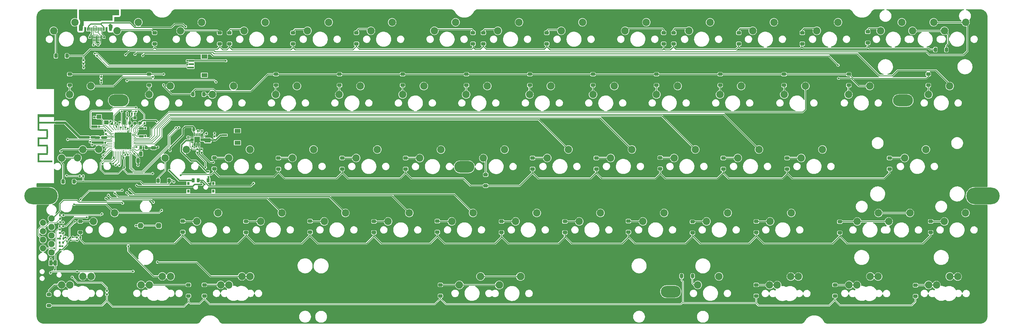
<source format=gbr>
%TF.GenerationSoftware,KiCad,Pcbnew,7.0.1-0*%
%TF.CreationDate,2023-08-05T13:33:11+05:30*%
%TF.ProjectId,Keyboard_60%,4b657962-6f61-4726-945f-3630252e6b69,rev?*%
%TF.SameCoordinates,Original*%
%TF.FileFunction,Copper,L2,Bot*%
%TF.FilePolarity,Positive*%
%FSLAX46Y46*%
G04 Gerber Fmt 4.6, Leading zero omitted, Abs format (unit mm)*
G04 Created by KiCad (PCBNEW 7.0.1-0) date 2023-08-05 13:33:11*
%MOMM*%
%LPD*%
G01*
G04 APERTURE LIST*
G04 Aperture macros list*
%AMRoundRect*
0 Rectangle with rounded corners*
0 $1 Rounding radius*
0 $2 $3 $4 $5 $6 $7 $8 $9 X,Y pos of 4 corners*
0 Add a 4 corners polygon primitive as box body*
4,1,4,$2,$3,$4,$5,$6,$7,$8,$9,$2,$3,0*
0 Add four circle primitives for the rounded corners*
1,1,$1+$1,$2,$3*
1,1,$1+$1,$4,$5*
1,1,$1+$1,$6,$7*
1,1,$1+$1,$8,$9*
0 Add four rect primitives between the rounded corners*
20,1,$1+$1,$2,$3,$4,$5,0*
20,1,$1+$1,$4,$5,$6,$7,0*
20,1,$1+$1,$6,$7,$8,$9,0*
20,1,$1+$1,$8,$9,$2,$3,0*%
G04 Aperture macros list end*
%TA.AperFunction,ComponentPad*%
%ADD10C,2.200000*%
%TD*%
%TA.AperFunction,ComponentPad*%
%ADD11C,1.900000*%
%TD*%
%TA.AperFunction,ComponentPad*%
%ADD12C,1.850000*%
%TD*%
%TA.AperFunction,ComponentPad*%
%ADD13O,9.999980X5.001260*%
%TD*%
%TA.AperFunction,ComponentPad*%
%ADD14O,6.000000X3.500000*%
%TD*%
%TA.AperFunction,ComponentPad*%
%ADD15C,2.250000*%
%TD*%
%TA.AperFunction,SMDPad,CuDef*%
%ADD16RoundRect,0.140000X-0.170000X0.140000X-0.170000X-0.140000X0.170000X-0.140000X0.170000X0.140000X0*%
%TD*%
%TA.AperFunction,SMDPad,CuDef*%
%ADD17RoundRect,0.250000X0.400000X-0.250000X0.400000X0.250000X-0.400000X0.250000X-0.400000X-0.250000X0*%
%TD*%
%TA.AperFunction,SMDPad,CuDef*%
%ADD18RoundRect,0.225000X0.225000X0.250000X-0.225000X0.250000X-0.225000X-0.250000X0.225000X-0.250000X0*%
%TD*%
%TA.AperFunction,SMDPad,CuDef*%
%ADD19RoundRect,0.250000X-0.400000X0.250000X-0.400000X-0.250000X0.400000X-0.250000X0.400000X0.250000X0*%
%TD*%
%TA.AperFunction,SMDPad,CuDef*%
%ADD20R,4.850000X4.850000*%
%TD*%
%TA.AperFunction,ComponentPad*%
%ADD21C,0.600000*%
%TD*%
%TA.AperFunction,SMDPad,CuDef*%
%ADD22C,0.250000*%
%TD*%
%TA.AperFunction,SMDPad,CuDef*%
%ADD23RoundRect,0.140000X0.140000X0.170000X-0.140000X0.170000X-0.140000X-0.170000X0.140000X-0.170000X0*%
%TD*%
%TA.AperFunction,SMDPad,CuDef*%
%ADD24R,1.800000X1.200000*%
%TD*%
%TA.AperFunction,SMDPad,CuDef*%
%ADD25R,1.550000X0.600000*%
%TD*%
%TA.AperFunction,SMDPad,CuDef*%
%ADD26RoundRect,0.135000X0.185000X-0.135000X0.185000X0.135000X-0.185000X0.135000X-0.185000X-0.135000X0*%
%TD*%
%TA.AperFunction,SMDPad,CuDef*%
%ADD27RoundRect,0.250000X-0.250000X-0.400000X0.250000X-0.400000X0.250000X0.400000X-0.250000X0.400000X0*%
%TD*%
%TA.AperFunction,SMDPad,CuDef*%
%ADD28RoundRect,0.147500X0.147500X0.172500X-0.147500X0.172500X-0.147500X-0.172500X0.147500X-0.172500X0*%
%TD*%
%TA.AperFunction,SMDPad,CuDef*%
%ADD29RoundRect,0.250000X0.250000X0.400000X-0.250000X0.400000X-0.250000X-0.400000X0.250000X-0.400000X0*%
%TD*%
%TA.AperFunction,SMDPad,CuDef*%
%ADD30R,0.800000X0.950000*%
%TD*%
%TA.AperFunction,SMDPad,CuDef*%
%ADD31R,0.900000X1.250000*%
%TD*%
%TA.AperFunction,SMDPad,CuDef*%
%ADD32RoundRect,0.140000X-0.140000X-0.170000X0.140000X-0.170000X0.140000X0.170000X-0.140000X0.170000X0*%
%TD*%
%TA.AperFunction,SMDPad,CuDef*%
%ADD33RoundRect,0.135000X-0.135000X-0.185000X0.135000X-0.185000X0.135000X0.185000X-0.135000X0.185000X0*%
%TD*%
%TA.AperFunction,SMDPad,CuDef*%
%ADD34RoundRect,0.250000X-0.250000X-0.475000X0.250000X-0.475000X0.250000X0.475000X-0.250000X0.475000X0*%
%TD*%
%TA.AperFunction,SMDPad,CuDef*%
%ADD35RoundRect,0.135000X-0.185000X0.135000X-0.185000X-0.135000X0.185000X-0.135000X0.185000X0.135000X0*%
%TD*%
%TA.AperFunction,SMDPad,CuDef*%
%ADD36RoundRect,0.140000X0.170000X-0.140000X0.170000X0.140000X-0.170000X0.140000X-0.170000X-0.140000X0*%
%TD*%
%TA.AperFunction,SMDPad,CuDef*%
%ADD37RoundRect,0.250000X-0.475000X0.250000X-0.475000X-0.250000X0.475000X-0.250000X0.475000X0.250000X0*%
%TD*%
%TA.AperFunction,SMDPad,CuDef*%
%ADD38RoundRect,0.218750X-0.256250X0.218750X-0.256250X-0.218750X0.256250X-0.218750X0.256250X0.218750X0*%
%TD*%
%TA.AperFunction,SMDPad,CuDef*%
%ADD39RoundRect,0.006000X0.094000X-0.276500X0.094000X0.276500X-0.094000X0.276500X-0.094000X-0.276500X0*%
%TD*%
%TA.AperFunction,SMDPad,CuDef*%
%ADD40RoundRect,0.020000X0.180000X-0.262500X0.180000X0.262500X-0.180000X0.262500X-0.180000X-0.262500X0*%
%TD*%
%TA.AperFunction,SMDPad,CuDef*%
%ADD41RoundRect,0.218750X0.256250X-0.218750X0.256250X0.218750X-0.256250X0.218750X-0.256250X-0.218750X0*%
%TD*%
%TA.AperFunction,SMDPad,CuDef*%
%ADD42RoundRect,0.135000X0.135000X0.185000X-0.135000X0.185000X-0.135000X-0.185000X0.135000X-0.185000X0*%
%TD*%
%TA.AperFunction,SMDPad,CuDef*%
%ADD43RoundRect,0.375000X0.375000X0.375000X-0.375000X0.375000X-0.375000X-0.375000X0.375000X-0.375000X0*%
%TD*%
%TA.AperFunction,SMDPad,CuDef*%
%ADD44R,1.350000X0.650000*%
%TD*%
%TA.AperFunction,SMDPad,CuDef*%
%ADD45R,1.000000X1.500000*%
%TD*%
%TA.AperFunction,SMDPad,CuDef*%
%ADD46R,1.400000X1.200000*%
%TD*%
%TA.AperFunction,SMDPad,CuDef*%
%ADD47R,0.600000X1.140000*%
%TD*%
%TA.AperFunction,SMDPad,CuDef*%
%ADD48R,0.300000X1.140000*%
%TD*%
%TA.AperFunction,ComponentPad*%
%ADD49O,0.900000X1.700000*%
%TD*%
%TA.AperFunction,ComponentPad*%
%ADD50O,0.900000X2.000000*%
%TD*%
%TA.AperFunction,SMDPad,CuDef*%
%ADD51RoundRect,0.225000X-0.250000X0.225000X-0.250000X-0.225000X0.250000X-0.225000X0.250000X0.225000X0*%
%TD*%
%TA.AperFunction,SMDPad,CuDef*%
%ADD52RoundRect,0.218750X0.218750X0.256250X-0.218750X0.256250X-0.218750X-0.256250X0.218750X-0.256250X0*%
%TD*%
%TA.AperFunction,SMDPad,CuDef*%
%ADD53RoundRect,0.007800X0.422200X0.122200X-0.422200X0.122200X-0.422200X-0.122200X0.422200X-0.122200X0*%
%TD*%
%TA.AperFunction,SMDPad,CuDef*%
%ADD54RoundRect,0.007800X0.122200X-0.422200X0.122200X0.422200X-0.122200X0.422200X-0.122200X-0.422200X0*%
%TD*%
%TA.AperFunction,SMDPad,CuDef*%
%ADD55R,1.680000X1.680000*%
%TD*%
%TA.AperFunction,SMDPad,CuDef*%
%ADD56R,0.500000X5.000000*%
%TD*%
%TA.AperFunction,SMDPad,CuDef*%
%ADD57R,0.500000X0.500000*%
%TD*%
%TA.AperFunction,SMDPad,CuDef*%
%ADD58R,4.900000X0.500000*%
%TD*%
%TA.AperFunction,SMDPad,CuDef*%
%ADD59R,2.640000X0.500000*%
%TD*%
%TA.AperFunction,SMDPad,CuDef*%
%ADD60R,0.500000X2.000000*%
%TD*%
%TA.AperFunction,SMDPad,CuDef*%
%ADD61R,0.500000X2.700000*%
%TD*%
%TA.AperFunction,SMDPad,CuDef*%
%ADD62R,3.940000X0.500000*%
%TD*%
%TA.AperFunction,SMDPad,CuDef*%
%ADD63R,4.900000X0.900000*%
%TD*%
%TA.AperFunction,SMDPad,CuDef*%
%ADD64RoundRect,0.147500X-0.147500X-0.172500X0.147500X-0.172500X0.147500X0.172500X-0.147500X0.172500X0*%
%TD*%
%TA.AperFunction,ViaPad*%
%ADD65C,0.600000*%
%TD*%
%TA.AperFunction,Conductor*%
%ADD66C,0.790000*%
%TD*%
%TA.AperFunction,Conductor*%
%ADD67C,0.210000*%
%TD*%
%TA.AperFunction,Conductor*%
%ADD68C,0.200000*%
%TD*%
%TA.AperFunction,Conductor*%
%ADD69C,0.400000*%
%TD*%
%TA.AperFunction,Conductor*%
%ADD70C,0.254000*%
%TD*%
%TA.AperFunction,Conductor*%
%ADD71C,0.300000*%
%TD*%
%TA.AperFunction,Conductor*%
%ADD72C,0.180000*%
%TD*%
%TA.AperFunction,Conductor*%
%ADD73C,0.150000*%
%TD*%
G04 APERTURE END LIST*
%TA.AperFunction,EtchedComponent*%
%TO.C,JP1*%
G36*
X5850000Y-76900000D02*
G01*
X5350000Y-76900000D01*
X5350000Y-76300000D01*
X5850000Y-76300000D01*
X5850000Y-76900000D01*
G37*
%TD.AperFunction*%
%TD*%
D10*
%TO.P,MX17,1,A*%
%TO.N,Net-(D18-A)*%
X10550000Y-26140000D03*
%TO.P,MX17,2,B*%
%TO.N,/COL0*%
X16900000Y-23600000D03*
%TD*%
%TO.P,MX68,1,A*%
%TO.N,Net-(D59-A)*%
X34430000Y-83160000D03*
%TO.P,MX68,2,B*%
%TO.N,/COL1*%
X40780000Y-80620000D03*
%TD*%
%TO.P,MX3,1,A*%
%TO.N,Net-(D5-A)*%
X43750000Y-7040000D03*
%TO.P,MX3,2,B*%
%TO.N,/COL2*%
X50100000Y-4500000D03*
%TD*%
%TO.P,MX34,1,A*%
%TO.N,Net-(D34-A)*%
X58180000Y-45130000D03*
%TO.P,MX34,2,B*%
%TO.N,/COL2*%
X64530000Y-42590000D03*
%TD*%
%TO.P,MX61,1,A*%
%TO.N,Net-(D60-A)*%
X55790000Y-83140000D03*
%TO.P,MX61,2,B*%
%TO.N,/COL2*%
X62140000Y-80600000D03*
%TD*%
%TO.P,MX59,1,A*%
%TO.N,Net-(D58-A)*%
X8120000Y-83140000D03*
%TO.P,MX59,2,B*%
%TO.N,/COL0*%
X14470000Y-80600000D03*
%TD*%
%TO.P,MX56,1,A*%
%TO.N,Net-(D56-A)*%
X246355000Y-64160000D03*
%TO.P,MX56,2,B*%
%TO.N,/COL12*%
X252705000Y-61620000D03*
%TD*%
%TO.P,MX18,1,A*%
%TO.N,Net-(D19-A)*%
X34350000Y-26140000D03*
%TO.P,MX18,2,B*%
%TO.N,/COL1*%
X40700000Y-23600000D03*
%TD*%
%TO.P,MX5,1,A*%
%TO.N,Net-(D7-A)*%
X81750000Y-7040000D03*
%TO.P,MX5,2,B*%
%TO.N,/COL4*%
X88100000Y-4500000D03*
%TD*%
%TO.P,MX26,1,A*%
%TO.N,Net-(D27-A)*%
X186250000Y-26140000D03*
%TO.P,MX26,2,B*%
%TO.N,/COL9*%
X192600000Y-23600000D03*
%TD*%
%TO.P,MX19,1,A*%
%TO.N,Net-(D20-A)*%
X53250000Y-26140000D03*
%TO.P,MX19,2,B*%
%TO.N,/COL2*%
X59600000Y-23600000D03*
%TD*%
D11*
%TO.P,J3,1,Pin_1*%
%TO.N,/DB_SWDCLK*%
X2560000Y-72180000D03*
%TO.P,J3,2,Pin_2*%
%TO.N,/DB_SWO*%
X2560000Y-69640000D03*
D12*
%TO.P,J3,3,Pin_3*%
%TO.N,unconnected-(J3-Pin_3-Pad3)*%
X2560000Y-67100000D03*
%TO.P,J3,4,Pin_4*%
%TO.N,unconnected-(J3-Pin_4-Pad4)*%
X2560000Y-64560000D03*
%TO.P,J3,5,Pin_5*%
%TO.N,GND*%
X2560000Y-62020000D03*
D11*
%TO.P,J3,6,Pin_6*%
%TO.N,/DB_SWDIO*%
X5100000Y-73450000D03*
%TO.P,J3,7,Pin_7*%
%TO.N,/~{nReset}*%
X5100000Y-70910000D03*
%TO.P,J3,8,Pin_8*%
%TO.N,unconnected-(J3-Pin_8-Pad8)*%
X5100000Y-68370000D03*
%TO.P,J3,9,Pin_9*%
%TO.N,unconnected-(J3-Pin_9-Pad9)*%
X5100000Y-65830000D03*
%TO.P,J3,10,Pin_10*%
%TO.N,/VDD_nRF*%
X5100000Y-63290000D03*
%TD*%
D10*
%TO.P,MX40,1,A*%
%TO.N,Net-(D40-A)*%
X172535000Y-45140000D03*
%TO.P,MX40,2,B*%
%TO.N,/COL8*%
X178885000Y-42600000D03*
%TD*%
%TO.P,MX41,1,A*%
%TO.N,Net-(D41-A)*%
X191535000Y-45140000D03*
%TO.P,MX41,2,B*%
%TO.N,/COL9*%
X197885000Y-42600000D03*
%TD*%
D13*
%TO.P,H5,*%
%TO.N,*%
X2000000Y-56500000D03*
%TD*%
D10*
%TO.P,MX57,1,A*%
%TO.N,Net-(D57-A)*%
X272435000Y-64160000D03*
%TO.P,MX57,2,B*%
%TO.N,/COL13*%
X278785000Y-61620000D03*
%TD*%
%TO.P,MX45,1,A*%
%TO.N,Net-(D45-A)*%
X17660000Y-64140000D03*
%TO.P,MX45,2,B*%
%TO.N,/COL0*%
X24010000Y-61600000D03*
%TD*%
%TO.P,MX33,1,A*%
%TO.N,Net-(D33-A)*%
X39110000Y-45130000D03*
%TO.P,MX33,2,B*%
%TO.N,/COL1*%
X45460000Y-42590000D03*
%TD*%
%TO.P,MX69,1,A*%
%TO.N,Net-(D60-A)*%
X58210000Y-83165000D03*
%TO.P,MX69,2,B*%
%TO.N,/COL2*%
X64560000Y-80625000D03*
%TD*%
%TO.P,MX20,1,A*%
%TO.N,Net-(D21-A)*%
X72250000Y-26140000D03*
%TO.P,MX20,2,B*%
%TO.N,/COL3*%
X78600000Y-23600000D03*
%TD*%
%TO.P,MX24,1,A*%
%TO.N,Net-(D25-A)*%
X148250000Y-26140000D03*
%TO.P,MX24,2,B*%
%TO.N,/COL7*%
X154600000Y-23600000D03*
%TD*%
%TO.P,MX8,1,A*%
%TO.N,Net-(D10-A)*%
X138750000Y-7040000D03*
%TO.P,MX8,2,B*%
%TO.N,/COL7*%
X145100000Y-4500000D03*
%TD*%
%TO.P,MX48,1,A*%
%TO.N,Net-(D48-A)*%
X86770000Y-64140000D03*
%TO.P,MX48,2,B*%
%TO.N,/COL4*%
X93120000Y-61600000D03*
%TD*%
%TO.P,MX51,1,A*%
%TO.N,Net-(D51-A)*%
X144050000Y-64140000D03*
%TO.P,MX51,2,B*%
%TO.N,/COL7*%
X150400000Y-61600000D03*
%TD*%
%TO.P,MX7,1,A*%
%TO.N,Net-(D9-A)*%
X119750000Y-7040000D03*
%TO.P,MX7,2,B*%
%TO.N,/COL6*%
X126100000Y-4500000D03*
%TD*%
%TO.P,MX2,1,A*%
%TO.N,Net-(D4-A)*%
X24750000Y-7040000D03*
%TO.P,MX2,2,B*%
%TO.N,/COL1*%
X31100000Y-4500000D03*
%TD*%
D14*
%TO.P,H2,*%
%TO.N,*%
X260050000Y-27900000D03*
%TD*%
%TO.P,H3,*%
%TO.N,*%
X128700000Y-47800000D03*
%TD*%
D10*
%TO.P,MX31,1,A*%
%TO.N,Net-(D32-A)*%
X12910000Y-45110000D03*
%TO.P,MX31,2,B*%
%TO.N,/COL0*%
X19260000Y-42570000D03*
%TD*%
D15*
%TO.P,MX62,1,A*%
%TO.N,Net-(D61-A)*%
X127224900Y-83160000D03*
%TO.P,MX62,2,B*%
%TO.N,/COL6*%
X133574900Y-80620000D03*
%TD*%
D10*
%TO.P,MX47,1,A*%
%TO.N,Net-(D47-A)*%
X67720000Y-64140000D03*
%TO.P,MX47,2,B*%
%TO.N,/COL3*%
X74070000Y-61600000D03*
%TD*%
%TO.P,MX16,1,A*%
%TO.N,Net-(D17-A)*%
X262885000Y-7040000D03*
%TO.P,MX16,2,B*%
%TO.N,/COL14*%
X269235000Y-4500000D03*
%TD*%
D14*
%TO.P,H1,*%
%TO.N,*%
X25200000Y-27900000D03*
%TD*%
D10*
%TO.P,MX55,1,A*%
%TO.N,Net-(D55-A)*%
X220250000Y-64140000D03*
%TO.P,MX55,2,B*%
%TO.N,/COL11*%
X226600000Y-61600000D03*
%TD*%
%TO.P,MX32,1,A*%
%TO.N,Net-(D32-A)*%
X8150000Y-45140000D03*
%TO.P,MX32,2,B*%
%TO.N,/COL0*%
X14500000Y-42600000D03*
%TD*%
%TO.P,MX13,1,A*%
%TO.N,Net-(D15-A)*%
X234250000Y-7040000D03*
%TO.P,MX13,2,B*%
%TO.N,/COL12*%
X240600000Y-4500000D03*
%TD*%
%TO.P,MX27,1,A*%
%TO.N,Net-(D28-A)*%
X205250000Y-26140000D03*
%TO.P,MX27,2,B*%
%TO.N,/COL10*%
X211600000Y-23600000D03*
%TD*%
%TO.P,MX30,1,A*%
%TO.N,Net-(D31-A)*%
X267680000Y-26140000D03*
%TO.P,MX30,2,B*%
%TO.N,/COL13*%
X274030000Y-23600000D03*
%TD*%
%TO.P,MX35,1,A*%
%TO.N,Net-(D35-A)*%
X77230000Y-45120000D03*
%TO.P,MX35,2,B*%
%TO.N,/COL3*%
X83580000Y-42580000D03*
%TD*%
%TO.P,MX64,1,A*%
%TO.N,Net-(D63-A)*%
X222395000Y-83210000D03*
%TO.P,MX64,2,B*%
%TO.N,/COL11*%
X228745000Y-80670000D03*
%TD*%
%TO.P,MX58,1,A*%
%TO.N,Net-(D56-A)*%
X255775000Y-64160000D03*
%TO.P,MX58,2,B*%
%TO.N,/COL12*%
X262125000Y-61620000D03*
%TD*%
%TO.P,MX72,1,A*%
%TO.N,Net-(D64-A)*%
X243910000Y-83165000D03*
%TO.P,MX72,2,B*%
%TO.N,/COL12*%
X250260000Y-80625000D03*
%TD*%
%TO.P,MX67,1,A*%
%TO.N,Net-(D58-A)*%
X10650000Y-83165000D03*
%TO.P,MX67,2,B*%
%TO.N,/COL0*%
X17000000Y-80625000D03*
%TD*%
%TO.P,MX42,1,A*%
%TO.N,Net-(D42-A)*%
X210585000Y-45140000D03*
%TO.P,MX42,2,B*%
%TO.N,/COL10*%
X216935000Y-42600000D03*
%TD*%
%TO.P,MX28,1,A*%
%TO.N,Net-(D29-A)*%
X224485000Y-26140000D03*
%TO.P,MX28,2,B*%
%TO.N,/COL11*%
X230835000Y-23600000D03*
%TD*%
%TO.P,MX66,1,A*%
%TO.N,Net-(D65-A)*%
X270075000Y-83210000D03*
%TO.P,MX66,2,B*%
%TO.N,/COL13*%
X276425000Y-80670000D03*
%TD*%
%TO.P,MX49,1,A*%
%TO.N,Net-(D49-A)*%
X105880000Y-64140000D03*
%TO.P,MX49,2,B*%
%TO.N,/COL5*%
X112230000Y-61600000D03*
%TD*%
%TO.P,MX10,1,A*%
%TO.N,Net-(D12-A)*%
X176850000Y-7040000D03*
%TO.P,MX10,2,B*%
%TO.N,/COL9*%
X183200000Y-4500000D03*
%TD*%
D14*
%TO.P,H4,*%
%TO.N,*%
X190500000Y-85200000D03*
%TD*%
D10*
%TO.P,MX15,1,A*%
%TO.N,Net-(D17-A)*%
X272450000Y-7040000D03*
%TO.P,MX15,2,B*%
%TO.N,/COL14*%
X278800000Y-4500000D03*
%TD*%
%TO.P,MX21,1,A*%
%TO.N,Net-(D22-A)*%
X91250000Y-26140000D03*
%TO.P,MX21,2,B*%
%TO.N,/COL4*%
X97600000Y-23600000D03*
%TD*%
%TO.P,MX43,1,A*%
%TO.N,Net-(D43-A)*%
X229585000Y-45140000D03*
%TO.P,MX43,2,B*%
%TO.N,/COL11*%
X235935000Y-42600000D03*
%TD*%
%TO.P,MX39,1,A*%
%TO.N,Net-(D39-A)*%
X153535000Y-45140000D03*
%TO.P,MX39,2,B*%
%TO.N,/COL7*%
X159885000Y-42600000D03*
%TD*%
%TO.P,MX29,1,A*%
%TO.N,Net-(D30-A)*%
X243750000Y-26140000D03*
%TO.P,MX29,2,B*%
%TO.N,/COL12*%
X250100000Y-23600000D03*
%TD*%
%TO.P,MX73,1,A*%
%TO.N,Net-(D65-A)*%
X267710000Y-83150000D03*
%TO.P,MX73,2,B*%
%TO.N,/COL13*%
X274060000Y-80610000D03*
%TD*%
%TO.P,MX60,1,A*%
%TO.N,Net-(D59-A)*%
X31950000Y-83140000D03*
%TO.P,MX60,2,B*%
%TO.N,/COL1*%
X38300000Y-80600000D03*
%TD*%
%TO.P,MX23,1,A*%
%TO.N,Net-(D24-A)*%
X129250000Y-26140000D03*
%TO.P,MX23,2,B*%
%TO.N,/COL6*%
X135600000Y-23600000D03*
%TD*%
%TO.P,MX46,1,A*%
%TO.N,Net-(D46-A)*%
X48620000Y-64140000D03*
%TO.P,MX46,2,B*%
%TO.N,/COL2*%
X54970000Y-61600000D03*
%TD*%
D15*
%TO.P,MX70,1,A*%
%TO.N,Net-(D61-A)*%
X139180000Y-83180000D03*
%TO.P,MX70,2,B*%
%TO.N,/COL6*%
X145530000Y-80640000D03*
%TD*%
D10*
%TO.P,MX11,1,A*%
%TO.N,Net-(D13-A)*%
X195950000Y-7040000D03*
%TO.P,MX11,2,B*%
%TO.N,/COL10*%
X202300000Y-4500000D03*
%TD*%
%TO.P,MX9,1,A*%
%TO.N,Net-(D11-A)*%
X157750000Y-7040000D03*
%TO.P,MX9,2,B*%
%TO.N,/COL8*%
X164100000Y-4500000D03*
%TD*%
%TO.P,MX12,1,A*%
%TO.N,Net-(D14-A)*%
X215050000Y-7040000D03*
%TO.P,MX12,2,B*%
%TO.N,/COL11*%
X221400000Y-4500000D03*
%TD*%
%TO.P,MX50,1,A*%
%TO.N,Net-(D50-A)*%
X124960000Y-64140000D03*
%TO.P,MX50,2,B*%
%TO.N,/COL6*%
X131310000Y-61600000D03*
%TD*%
%TO.P,MX6,1,A*%
%TO.N,Net-(D8-A)*%
X100750000Y-7040000D03*
%TO.P,MX6,2,B*%
%TO.N,/COL5*%
X107100000Y-4500000D03*
%TD*%
%TO.P,MX1,1,A*%
%TO.N,Net-(D3-A)*%
X5750000Y-7040000D03*
%TO.P,MX1,2,B*%
%TO.N,/COL0*%
X12100000Y-4500000D03*
%TD*%
D13*
%TO.P,H6,*%
%TO.N,*%
X284000000Y-56500000D03*
%TD*%
D10*
%TO.P,MX54,1,A*%
%TO.N,Net-(D54-A)*%
X201220000Y-64140000D03*
%TO.P,MX54,2,B*%
%TO.N,/COL10*%
X207570000Y-61600000D03*
%TD*%
%TO.P,MX4,1,A*%
%TO.N,Net-(D6-A)*%
X62750000Y-7040000D03*
%TO.P,MX4,2,B*%
%TO.N,/COL3*%
X69100000Y-4500000D03*
%TD*%
%TO.P,MX22,1,A*%
%TO.N,Net-(D23-A)*%
X110250000Y-26140000D03*
%TO.P,MX22,2,B*%
%TO.N,/COL5*%
X116600000Y-23600000D03*
%TD*%
%TO.P,MX14,1,A*%
%TO.N,Net-(D16-A)*%
X253350000Y-7040000D03*
%TO.P,MX14,2,B*%
%TO.N,/COL13*%
X259700000Y-4500000D03*
%TD*%
%TO.P,MX65,1,A*%
%TO.N,Net-(D64-A)*%
X246245000Y-83210000D03*
%TO.P,MX65,2,B*%
%TO.N,/COL12*%
X252595000Y-80670000D03*
%TD*%
%TO.P,MX53,1,A*%
%TO.N,Net-(D53-A)*%
X182180000Y-64140000D03*
%TO.P,MX53,2,B*%
%TO.N,/COL9*%
X188530000Y-61600000D03*
%TD*%
%TO.P,MX38,1,A*%
%TO.N,Net-(D38-A)*%
X134420000Y-45170000D03*
%TO.P,MX38,2,B*%
%TO.N,/COL6*%
X140770000Y-42630000D03*
%TD*%
%TO.P,MX37,1,A*%
%TO.N,Net-(D37-A)*%
X115370000Y-45170000D03*
%TO.P,MX37,2,B*%
%TO.N,/COL5*%
X121720000Y-42630000D03*
%TD*%
%TO.P,MX52,1,A*%
%TO.N,Net-(D52-A)*%
X163110000Y-64140000D03*
%TO.P,MX52,2,B*%
%TO.N,/COL8*%
X169460000Y-61600000D03*
%TD*%
%TO.P,MX63,1,A*%
%TO.N,Net-(D62-A)*%
X198595000Y-83160000D03*
%TO.P,MX63,2,B*%
%TO.N,/COL10*%
X204945000Y-80620000D03*
%TD*%
%TO.P,MX44,1,A*%
%TO.N,Net-(D44-A)*%
X260550000Y-45140000D03*
%TO.P,MX44,2,B*%
%TO.N,/COL13*%
X266900000Y-42600000D03*
%TD*%
%TO.P,MX71,1,A*%
%TO.N,Net-(D63-A)*%
X220110000Y-83205000D03*
%TO.P,MX71,2,B*%
%TO.N,/COL11*%
X226460000Y-80665000D03*
%TD*%
%TO.P,MX25,1,A*%
%TO.N,Net-(D26-A)*%
X167250000Y-26140000D03*
%TO.P,MX25,2,B*%
%TO.N,/COL8*%
X173600000Y-23600000D03*
%TD*%
%TO.P,MX36,1,A*%
%TO.N,Net-(D36-A)*%
X96310000Y-45150000D03*
%TO.P,MX36,2,B*%
%TO.N,/COL4*%
X102660000Y-42610000D03*
%TD*%
D16*
%TO.P,C5,1*%
%TO.N,GND*%
X22840000Y-33160000D03*
%TO.P,C5,2*%
%TO.N,Net-(U3-XC2)*%
X22840000Y-34120000D03*
%TD*%
D17*
%TO.P,D47,1,K*%
%TO.N,/switch_matrix/ROW3*%
X63335000Y-67450000D03*
%TO.P,D47,2,A*%
%TO.N,Net-(D47-A)*%
X63335000Y-64150000D03*
%TD*%
%TO.P,D4,1,K*%
%TO.N,/switch_matrix/ROW0*%
X36000000Y-10950000D03*
%TO.P,D4,2,A*%
%TO.N,Net-(D4-A)*%
X36000000Y-7650000D03*
%TD*%
D18*
%TO.P,C14,1*%
%TO.N,Net-(U3-DEC4)*%
X28525000Y-34650000D03*
%TO.P,C14,2*%
%TO.N,GND*%
X26975000Y-34650000D03*
%TD*%
D19*
%TO.P,D31,1,K*%
%TO.N,/switch_matrix/ROW1*%
X267635000Y-20050000D03*
%TO.P,D31,2,A*%
%TO.N,Net-(D31-A)*%
X267635000Y-23350000D03*
%TD*%
D20*
%TO.P,U3,74,VSS*%
%TO.N,GND*%
X26500000Y-40000000D03*
D21*
%TO.P,U3,74_1,VSS*%
X28300000Y-38200000D03*
%TO.P,U3,74_2,VSS*%
X27100000Y-38200000D03*
%TO.P,U3,74_3,VSS*%
X25900000Y-38200000D03*
%TO.P,U3,74_4,VSS*%
X24700000Y-38200000D03*
%TO.P,U3,74_5,VSS*%
X28300000Y-39400000D03*
%TO.P,U3,74_6,VSS*%
X27100000Y-39400000D03*
%TO.P,U3,74_7,VSS*%
X25900000Y-39400000D03*
%TO.P,U3,74_8,VSS*%
X24700000Y-39400000D03*
%TO.P,U3,74_9,VSS*%
X28300000Y-40600000D03*
%TO.P,U3,74_10,VSS*%
X27100000Y-40600000D03*
%TO.P,U3,74_11,VSS*%
X25900000Y-40600000D03*
%TO.P,U3,74_12,VSS*%
X24700000Y-40600000D03*
%TO.P,U3,74_13,VSS*%
X28300000Y-41800000D03*
%TO.P,U3,74_14,VSS*%
X27100000Y-41800000D03*
%TO.P,U3,74_15,VSS*%
X25900000Y-41800000D03*
%TO.P,U3,74_16,VSS*%
X24700000Y-41800000D03*
D22*
%TO.P,U3,A8,P0.31/AIN7*%
%TO.N,/COL12*%
X27750000Y-36750000D03*
%TO.P,U3,A10,P0.29/AIN5*%
%TO.N,/COL13*%
X27250000Y-36750000D03*
%TO.P,U3,A12,P0.02/AIN0*%
%TO.N,/VBATT_nRF*%
X26750000Y-36750000D03*
%TO.P,U3,A14,P1.15*%
%TO.N,/COL14*%
X26250000Y-36750000D03*
%TO.P,U3,A16,P1.13*%
%TO.N,/ROW1*%
X25750000Y-36750000D03*
%TO.P,U3,A18,DEC2*%
%TO.N,Net-(U3-DEC2)*%
X25250000Y-36750000D03*
%TO.P,U3,A20,P1.10*%
%TO.N,/ROW0*%
X24750000Y-36750000D03*
%TO.P,U3,A22,VDD*%
%TO.N,/VDD_nRF*%
X24250000Y-36750000D03*
%TO.P,U3,A23,XC2*%
%TO.N,Net-(U3-XC2)*%
X23750000Y-36750000D03*
%TO.P,U3,AA24,SWDCLK*%
%TO.N,Net-(U3-SWDCLK)*%
X23250000Y-42250000D03*
%TO.P,U3,AB2,DCCH*%
%TO.N,Net-(U3-DCCH)*%
X29250000Y-42500000D03*
%TO.P,U3,AC5,DECUSB*%
%TO.N,Net-(U3-DECUSB)*%
X28500000Y-42750000D03*
%TO.P,U3,AC9,P0.14*%
%TO.N,unconnected-(U3-P0.14-PadAC9)*%
X27500000Y-42750000D03*
%TO.P,U3,AC11,P0.16*%
%TO.N,unconnected-(U3-P0.16-PadAC11)*%
X27000000Y-42750000D03*
%TO.P,U3,AC13,P0.18/NRESET*%
%TO.N,/~{nReset}*%
X26500000Y-42750000D03*
%TO.P,U3,AC15,P0.19*%
%TO.N,unconnected-(U3-P0.19-PadAC15)*%
X26000000Y-42750000D03*
%TO.P,U3,AC17,P0.21*%
%TO.N,unconnected-(U3-P0.21-PadAC17)*%
X25500000Y-42750000D03*
%TO.P,U3,AC19,P0.23*%
%TO.N,unconnected-(U3-P0.23-PadAC19)*%
X25000000Y-42750000D03*
%TO.P,U3,AC21,P0.25*%
%TO.N,unconnected-(U3-P0.25-PadAC21)*%
X24500000Y-42750000D03*
%TO.P,U3,AC24,SWDIO*%
%TO.N,Net-(U3-SWDIO)*%
X23250000Y-42750000D03*
%TO.P,U3,AD2,VBUS*%
%TO.N,/VBUS*%
X29250000Y-43250000D03*
%TO.P,U3,AD4,D-*%
%TO.N,/USB_D-*%
X28750000Y-43250000D03*
%TO.P,U3,AD6,D+*%
%TO.N,/USB_D+*%
X28250000Y-43250000D03*
%TO.P,U3,AD8,P0.13*%
%TO.N,/COL6*%
X27750000Y-43250000D03*
%TO.P,U3,AD10,P0.15*%
%TO.N,/COL5*%
X27250000Y-43250000D03*
%TO.P,U3,AD12,P0.17*%
%TO.N,/~{nReset}*%
X26750000Y-43250000D03*
%TO.P,U3,AD14,VDD*%
%TO.N,/VDD_nRF*%
X26250000Y-43250000D03*
%TO.P,U3,AD16,P0.20*%
%TO.N,/COL1*%
X25750000Y-43250000D03*
%TO.P,U3,AD18,P0.22*%
%TO.N,/COL4*%
X25250000Y-43250000D03*
%TO.P,U3,AD20,P0.24*%
%TO.N,/COL3*%
X24750000Y-43250000D03*
%TO.P,U3,AD22,P1.00/SWO*%
%TO.N,Net-(U3-P1.00{slash}SWO)*%
X24250000Y-43250000D03*
%TO.P,U3,AD23,VDD*%
%TO.N,/VDD_nRF*%
X23750000Y-43250000D03*
%TO.P,U3,B1,VDD*%
X29750000Y-37250000D03*
%TO.P,U3,B3,DCC*%
%TO.N,Net-(U3-DCC)*%
X29000000Y-37250000D03*
%TO.P,U3,B5,DEC4*%
%TO.N,Net-(U3-DEC4)*%
X28500000Y-37250000D03*
%TO.P,U3,B7,VSS*%
%TO.N,GND*%
X28000000Y-37250000D03*
%TO.P,U3,B9,P0.30/AIN6*%
%TO.N,unconnected-(U3-P0.30{slash}AIN6-PadB9)*%
X27500000Y-37250000D03*
%TO.P,U3,B11,P0.28/AIN4*%
%TO.N,unconnected-(U3-P0.28{slash}AIN4-PadB11)*%
X27000000Y-37250000D03*
%TO.P,U3,B13,P0.03/AIN1*%
%TO.N,unconnected-(U3-P0.03{slash}AIN1-PadB13)*%
X26500000Y-37250000D03*
%TO.P,U3,B15,P1.14*%
%TO.N,unconnected-(U3-P1.14-PadB15)*%
X26000000Y-37250000D03*
%TO.P,U3,B17,P1.12*%
%TO.N,unconnected-(U3-P1.12-PadB17)*%
X25500000Y-37250000D03*
%TO.P,U3,B19,P1.11*%
%TO.N,unconnected-(U3-P1.11-PadB19)*%
X25000000Y-37250000D03*
%TO.P,U3,B24,XC1*%
%TO.N,Net-(U3-XC1)*%
X23250000Y-37250000D03*
%TO.P,U3,C1,DEC1*%
%TO.N,Net-(U3-DEC1)*%
X29750000Y-37750000D03*
%TO.P,U3,D2,P0.00/XL1*%
%TO.N,Net-(U3-P0.00{slash}XL1)*%
X29250000Y-38000000D03*
%TO.P,U3,D23,DEC3*%
%TO.N,Net-(U3-DEC3)*%
X23750000Y-38000000D03*
%TO.P,U3,E24,DEC6*%
%TO.N,Net-(U3-DEC4)*%
X23250000Y-38250000D03*
%TO.P,U3,F2,P0.01/XL2*%
%TO.N,Net-(U3-P0.01{slash}XL2)*%
X29250000Y-38500000D03*
%TO.P,U3,F23,VSS_PA*%
%TO.N,Net-(U3-VSS_PA)*%
X23750000Y-38500000D03*
%TO.P,U3,G1,P0.26*%
%TO.N,/COL11*%
X29750000Y-38750000D03*
%TO.P,U3,H2,P0.27*%
%TO.N,unconnected-(U3-P0.27-PadH2)*%
X29250000Y-39000000D03*
%TO.P,U3,H23,ANT*%
%TO.N,Net-(U3-ANT)*%
X23750000Y-39000000D03*
%TO.P,U3,J1,P0.04/AIN2*%
%TO.N,/COL10*%
X29750000Y-39250000D03*
%TO.P,U3,J24,P0.10/NFC2*%
%TO.N,/ROW2*%
X23250000Y-39250000D03*
%TO.P,U3,K2,P0.05/AIN3*%
%TO.N,unconnected-(U3-P0.05{slash}AIN3-PadK2)*%
X29250000Y-39500000D03*
%TO.P,U3,L1,P0.06*%
%TO.N,/COL9*%
X29750000Y-39750000D03*
%TO.P,U3,L24,P0.09/NFC1*%
%TO.N,/ROW3*%
X23250000Y-39750000D03*
%TO.P,U3,M2,P0.07/TRACECLK*%
%TO.N,unconnected-(U3-P0.07{slash}TRACECLK-PadM2)*%
X29250000Y-40000000D03*
%TO.P,U3,N1,P0.08*%
%TO.N,/COL8*%
X29750000Y-40250000D03*
%TO.P,U3,N24,DEC5*%
%TO.N,Net-(U3-DEC5)*%
X23250000Y-40250000D03*
%TO.P,U3,P2,P1.08*%
%TO.N,unconnected-(U3-P1.08-PadP2)*%
X29250000Y-40500000D03*
%TO.P,U3,P23,P1.07*%
%TO.N,unconnected-(U3-P1.07-PadP23)*%
X23750000Y-40500000D03*
%TO.P,U3,R1,P1.09/TRACEDATA3*%
%TO.N,/COL7*%
X29750000Y-40750000D03*
%TO.P,U3,R24,P1.06*%
%TO.N,/ROW4*%
X23250000Y-40750000D03*
%TO.P,U3,T2,P0.11/TRACEDATA2*%
%TO.N,unconnected-(U3-P0.11{slash}TRACEDATA2-PadT2)*%
X29250000Y-41000000D03*
%TO.P,U3,T23,P1.05*%
%TO.N,unconnected-(U3-P1.05-PadT23)*%
X23750000Y-41000000D03*
%TO.P,U3,U1,P0.12/TRACEDATA1*%
%TO.N,unconnected-(U3-P0.12{slash}TRACEDATA1-PadU1)*%
X29750000Y-41250000D03*
%TO.P,U3,U24,P1.04*%
%TO.N,/COL0*%
X23250000Y-41250000D03*
%TO.P,U3,V23,P1.03*%
%TO.N,unconnected-(U3-P1.03-PadV23)*%
X23750000Y-41500000D03*
%TO.P,U3,W1,VDD*%
%TO.N,/VDD_nRF*%
X29750000Y-41750000D03*
%TO.P,U3,W24,P1.02*%
%TO.N,/COL2*%
X23250000Y-41750000D03*
%TO.P,U3,Y2,VDDH*%
%TO.N,/VBUS*%
X29250000Y-42000000D03*
%TO.P,U3,Y23,P1.01*%
%TO.N,unconnected-(U3-P1.01-PadY23)*%
X23750000Y-42000000D03*
%TD*%
D23*
%TO.P,C27,1*%
%TO.N,GND*%
X33930000Y-34750000D03*
%TO.P,C27,2*%
%TO.N,Net-(U3-DEC1)*%
X32970000Y-34750000D03*
%TD*%
D24*
%TO.P,J1,*%
%TO.N,*%
X50875000Y-14740000D03*
X50875000Y-20340000D03*
D25*
%TO.P,J1,1,Pin_1*%
%TO.N,/USB and Power management/VBUS*%
X47000000Y-16040000D03*
%TO.P,J1,2,Pin_2*%
%TO.N,/USB_D-*%
X47000000Y-17040000D03*
%TO.P,J1,3,Pin_3*%
%TO.N,/USB_D+*%
X47000000Y-18040000D03*
%TO.P,J1,4,Pin_4*%
%TO.N,GND*%
X47000000Y-19040000D03*
%TD*%
D17*
%TO.P,D45,1,K*%
%TO.N,/switch_matrix/ROW3*%
X13735000Y-67450000D03*
%TO.P,D45,2,A*%
%TO.N,Net-(D45-A)*%
X13735000Y-64150000D03*
%TD*%
D26*
%TO.P,R23,1*%
%TO.N,/switch_matrix/ROW4*%
X21700000Y-86010000D03*
%TO.P,R23,2*%
%TO.N,/ROW4*%
X21700000Y-84990000D03*
%TD*%
D17*
%TO.P,D9,1,K*%
%TO.N,/switch_matrix/ROW0*%
X131300000Y-10950000D03*
%TO.P,D9,2,A*%
%TO.N,Net-(D9-A)*%
X131300000Y-7650000D03*
%TD*%
%TO.P,D5,1,K*%
%TO.N,/switch_matrix/ROW0*%
X55470000Y-10970000D03*
%TO.P,D5,2,A*%
%TO.N,Net-(D5-A)*%
X55470000Y-7670000D03*
%TD*%
D27*
%TO.P,D62,1,K*%
%TO.N,/switch_matrix/ROW4*%
X193750000Y-80500000D03*
%TO.P,D62,2,A*%
%TO.N,Net-(D62-A)*%
X197050000Y-80500000D03*
%TD*%
D19*
%TO.P,D26,1,K*%
%TO.N,/switch_matrix/ROW1*%
X167235000Y-20050000D03*
%TO.P,D26,2,A*%
%TO.N,Net-(D26-A)*%
X167235000Y-23350000D03*
%TD*%
D28*
%TO.P,L6,1*%
%TO.N,Net-(C11-Pad1)*%
X17170000Y-38900000D03*
%TO.P,L6,2*%
%TO.N,/ANT_FEED*%
X16200000Y-38900000D03*
%TD*%
D19*
%TO.P,D21,1,K*%
%TO.N,/switch_matrix/ROW1*%
X72335000Y-20050000D03*
%TO.P,D21,2,A*%
%TO.N,Net-(D21-A)*%
X72335000Y-23350000D03*
%TD*%
%TO.P,D23,1,K*%
%TO.N,/switch_matrix/ROW1*%
X110235000Y-20050000D03*
%TO.P,D23,2,A*%
%TO.N,Net-(D23-A)*%
X110235000Y-23350000D03*
%TD*%
D17*
%TO.P,D39,1,K*%
%TO.N,/switch_matrix/ROW2*%
X149135000Y-48450000D03*
%TO.P,D39,2,A*%
%TO.N,Net-(D39-A)*%
X149135000Y-45150000D03*
%TD*%
%TO.P,D37,1,K*%
%TO.N,/switch_matrix/ROW2*%
X111135000Y-48450000D03*
%TO.P,D37,2,A*%
%TO.N,Net-(D37-A)*%
X111135000Y-45150000D03*
%TD*%
D29*
%TO.P,D32,1,K*%
%TO.N,/switch_matrix/ROW2*%
X11885000Y-52200000D03*
%TO.P,D32,2,A*%
%TO.N,Net-(D32-A)*%
X8585000Y-52200000D03*
%TD*%
D30*
%TO.P,SW1,*%
%TO.N,*%
X53550000Y-55090000D03*
X53550000Y-52790000D03*
X46050000Y-55090000D03*
X46050000Y-52790000D03*
D31*
%TO.P,SW1,1,A*%
%TO.N,/VBUS*%
X52050000Y-51840000D03*
%TO.P,SW1,2,B*%
%TO.N,/USB and Power management/VBUS*%
X49050000Y-51840000D03*
%TO.P,SW1,3,C*%
%TO.N,/USB and Power management/CHG_IN*%
X47550000Y-51840000D03*
%TD*%
D17*
%TO.P,D64,1,K*%
%TO.N,/switch_matrix/ROW4*%
X239700000Y-86450000D03*
%TO.P,D64,2,A*%
%TO.N,Net-(D64-A)*%
X239700000Y-83150000D03*
%TD*%
D29*
%TO.P,D33,1,K*%
%TO.N,/switch_matrix/ROW2*%
X40350000Y-51900000D03*
%TO.P,D33,2,A*%
%TO.N,Net-(D33-A)*%
X37050000Y-51900000D03*
%TD*%
D19*
%TO.P,D27,1,K*%
%TO.N,/switch_matrix/ROW1*%
X186235000Y-20050000D03*
%TO.P,D27,2,A*%
%TO.N,Net-(D27-A)*%
X186235000Y-23350000D03*
%TD*%
D17*
%TO.P,D58,1,K*%
%TO.N,/switch_matrix/ROW4*%
X4335000Y-89350000D03*
%TO.P,D58,2,A*%
%TO.N,Net-(D58-A)*%
X4335000Y-86050000D03*
%TD*%
D32*
%TO.P,C17,1*%
%TO.N,GND*%
X20270000Y-36950000D03*
%TO.P,C17,2*%
%TO.N,Net-(U3-DEC4)*%
X21230000Y-36950000D03*
%TD*%
D33*
%TO.P,R18,1*%
%TO.N,/~{nReset}*%
X7625000Y-69300000D03*
%TO.P,R18,2*%
%TO.N,Net-(J5-Pin_1)*%
X8645000Y-69300000D03*
%TD*%
%TO.P,R15,1*%
%TO.N,GND*%
X26740000Y-32250000D03*
%TO.P,R15,2*%
%TO.N,/VBATT_nRF*%
X27760000Y-32250000D03*
%TD*%
D23*
%TO.P,C24,1*%
%TO.N,/VDD_nRF*%
X23695000Y-45050000D03*
%TO.P,C24,2*%
%TO.N,GND*%
X22735000Y-45050000D03*
%TD*%
D34*
%TO.P,C21,1*%
%TO.N,Net-(U3-DECUSB)*%
X31900000Y-43850000D03*
%TO.P,C21,2*%
%TO.N,GND*%
X33800000Y-43850000D03*
%TD*%
D17*
%TO.P,D35,1,K*%
%TO.N,/switch_matrix/ROW2*%
X73035000Y-48450000D03*
%TO.P,D35,2,A*%
%TO.N,Net-(D35-A)*%
X73035000Y-45150000D03*
%TD*%
%TO.P,D53,1,K*%
%TO.N,/switch_matrix/ROW3*%
X177835000Y-67350000D03*
%TO.P,D53,2,A*%
%TO.N,Net-(D53-A)*%
X177835000Y-64050000D03*
%TD*%
%TO.P,D48,1,K*%
%TO.N,/switch_matrix/ROW3*%
X82535000Y-67350000D03*
%TO.P,D48,2,A*%
%TO.N,Net-(D48-A)*%
X82535000Y-64050000D03*
%TD*%
D19*
%TO.P,D24,1,K*%
%TO.N,/switch_matrix/ROW1*%
X129335000Y-20050000D03*
%TO.P,D24,2,A*%
%TO.N,Net-(D24-A)*%
X129335000Y-23350000D03*
%TD*%
D35*
%TO.P,R9,1*%
%TO.N,/DB_SWDIO*%
X7635000Y-66590000D03*
%TO.P,R9,2*%
%TO.N,Net-(J5-Pin_1)*%
X7635000Y-67610000D03*
%TD*%
D36*
%TO.P,C6,1*%
%TO.N,GND*%
X17915000Y-33930000D03*
%TO.P,C6,2*%
%TO.N,Net-(U3-XC1)*%
X17915000Y-32970000D03*
%TD*%
D17*
%TO.P,D6,1,K*%
%TO.N,/switch_matrix/ROW0*%
X58400000Y-10950000D03*
%TO.P,D6,2,A*%
%TO.N,Net-(D6-A)*%
X58400000Y-7650000D03*
%TD*%
D33*
%TO.P,R11,1*%
%TO.N,/DB_SWDIO*%
X7525000Y-65600000D03*
%TO.P,R11,2*%
%TO.N,Net-(U3-SWDIO)*%
X8545000Y-65600000D03*
%TD*%
D35*
%TO.P,R2,1*%
%TO.N,/VBUS*%
X50035000Y-42495000D03*
%TO.P,R2,2*%
%TO.N,Net-(D2-A)*%
X50035000Y-43515000D03*
%TD*%
D17*
%TO.P,D38,1,K*%
%TO.N,/switch_matrix/ROW2*%
X135100000Y-53450000D03*
%TO.P,D38,2,A*%
%TO.N,Net-(D38-A)*%
X135100000Y-50150000D03*
%TD*%
%TO.P,D10,1,K*%
%TO.N,/switch_matrix/ROW0*%
X134400000Y-10950000D03*
%TO.P,D10,2,A*%
%TO.N,Net-(D10-A)*%
X134400000Y-7650000D03*
%TD*%
%TO.P,D50,1,K*%
%TO.N,/switch_matrix/ROW3*%
X120635000Y-67350000D03*
%TO.P,D50,2,A*%
%TO.N,Net-(D50-A)*%
X120635000Y-64050000D03*
%TD*%
%TO.P,D61,1,K*%
%TO.N,/switch_matrix/ROW4*%
X121535000Y-86450000D03*
%TO.P,D61,2,A*%
%TO.N,Net-(D61-A)*%
X121535000Y-83150000D03*
%TD*%
D35*
%TO.P,R20,1*%
%TO.N,/switch_matrix/ROW1*%
X20000000Y-20890000D03*
%TO.P,R20,2*%
%TO.N,/ROW1*%
X20000000Y-21910000D03*
%TD*%
D28*
%TO.P,L1,1*%
%TO.N,Net-(U3-ANT)*%
X20235000Y-38950000D03*
%TO.P,L1,2*%
%TO.N,Net-(C11-Pad1)*%
X19265000Y-38950000D03*
%TD*%
D37*
%TO.P,C2,1*%
%TO.N,/USB and Power management/V_BATT*%
X51935000Y-39855000D03*
%TO.P,C2,2*%
%TO.N,GND*%
X51935000Y-41755000D03*
%TD*%
D38*
%TO.P,L3,1*%
%TO.N,Net-(L3-Pad1)*%
X30050000Y-33162500D03*
%TO.P,L3,2*%
%TO.N,Net-(U3-DCC)*%
X30050000Y-34737500D03*
%TD*%
D39*
%TO.P,U4,1,IO1*%
%TO.N,/USB_D+*%
X19685000Y-9885000D03*
%TO.P,U4,2,IO2*%
%TO.N,/USB_D-*%
X19185000Y-9885000D03*
D40*
%TO.P,U4,3,GND*%
%TO.N,GND*%
X18685000Y-9885000D03*
D39*
%TO.P,U4,4,D2+*%
%TO.N,/USB_D+*%
X18185000Y-9885000D03*
%TO.P,U4,5,D2-*%
%TO.N,/USB_D-*%
X17685000Y-9885000D03*
%TO.P,U4,6,NC*%
X17685000Y-9050000D03*
%TO.P,U4,7,NC*%
%TO.N,/USB_D+*%
X18185000Y-9050000D03*
D40*
%TO.P,U4,8,GND*%
%TO.N,GND*%
X18685000Y-9050000D03*
D39*
%TO.P,U4,9,NC*%
%TO.N,/USB_D-*%
X19185000Y-9050000D03*
%TO.P,U4,10,NC*%
%TO.N,/USB_D+*%
X19685000Y-9050000D03*
%TD*%
D41*
%TO.P,L2,1,1*%
%TO.N,GND*%
X24535000Y-3387500D03*
%TO.P,L2,2,2*%
%TO.N,GNDPWR*%
X24535000Y-1812500D03*
%TD*%
D37*
%TO.P,C22,1*%
%TO.N,/VDD_nRF*%
X35650000Y-42100000D03*
%TO.P,C22,2*%
%TO.N,GND*%
X35650000Y-44000000D03*
%TD*%
D42*
%TO.P,R21,1*%
%TO.N,/switch_matrix/ROW2*%
X14610000Y-50550000D03*
%TO.P,R21,2*%
%TO.N,/ROW2*%
X13590000Y-50550000D03*
%TD*%
D17*
%TO.P,D49,1,K*%
%TO.N,/switch_matrix/ROW3*%
X101635000Y-67450000D03*
%TO.P,D49,2,A*%
%TO.N,Net-(D49-A)*%
X101635000Y-64150000D03*
%TD*%
D19*
%TO.P,D30,1,K*%
%TO.N,/switch_matrix/ROW1*%
X243835000Y-20050000D03*
%TO.P,D30,2,A*%
%TO.N,Net-(D30-A)*%
X243835000Y-23350000D03*
%TD*%
D35*
%TO.P,R14,1*%
%TO.N,/VBATT_nRF*%
X53900000Y-38730000D03*
%TO.P,R14,2*%
%TO.N,/USB and Power management/V_BATT*%
X53900000Y-39750000D03*
%TD*%
%TO.P,R4,1*%
%TO.N,GND*%
X46000000Y-37840000D03*
%TO.P,R4,2*%
%TO.N,Net-(U1-ILIM)*%
X46000000Y-38860000D03*
%TD*%
D17*
%TO.P,D44,1,K*%
%TO.N,/switch_matrix/ROW2*%
X256035000Y-48450000D03*
%TO.P,D44,2,A*%
%TO.N,Net-(D44-A)*%
X256035000Y-45150000D03*
%TD*%
D19*
%TO.P,D28,1,K*%
%TO.N,/switch_matrix/ROW1*%
X205335000Y-20050000D03*
%TO.P,D28,2,A*%
%TO.N,Net-(D28-A)*%
X205335000Y-23350000D03*
%TD*%
%TO.P,D29,1,K*%
%TO.N,/switch_matrix/ROW1*%
X224435000Y-20050000D03*
%TO.P,D29,2,A*%
%TO.N,Net-(D29-A)*%
X224435000Y-23350000D03*
%TD*%
D17*
%TO.P,D55,1,K*%
%TO.N,/switch_matrix/ROW3*%
X216135000Y-67450000D03*
%TO.P,D55,2,A*%
%TO.N,Net-(D55-A)*%
X216135000Y-64150000D03*
%TD*%
D27*
%TO.P,D20,1,K*%
%TO.N,/switch_matrix/ROW1*%
X47450000Y-26040000D03*
%TO.P,D20,2,A*%
%TO.N,Net-(D20-A)*%
X50750000Y-26040000D03*
%TD*%
D17*
%TO.P,D40,1,K*%
%TO.N,/switch_matrix/ROW2*%
X168235000Y-48450000D03*
%TO.P,D40,2,A*%
%TO.N,Net-(D40-A)*%
X168235000Y-45150000D03*
%TD*%
D23*
%TO.P,C7,1*%
%TO.N,GND*%
X34195000Y-36250000D03*
%TO.P,C7,2*%
%TO.N,Net-(U3-P0.00{slash}XL1)*%
X33235000Y-36250000D03*
%TD*%
D17*
%TO.P,D65,1,K*%
%TO.N,/switch_matrix/ROW4*%
X263800000Y-86550000D03*
%TO.P,D65,2,A*%
%TO.N,Net-(D65-A)*%
X263800000Y-83250000D03*
%TD*%
D43*
%TO.P,SW2,1,1*%
%TO.N,/~{nReset}*%
X37225000Y-65400000D03*
X31775000Y-65400000D03*
%TO.P,SW2,2,2*%
%TO.N,GND*%
X37225000Y-68400000D03*
X31775000Y-68400000D03*
%TD*%
D17*
%TO.P,D15,1,K*%
%TO.N,/switch_matrix/ROW0*%
X229900000Y-10950000D03*
%TO.P,D15,2,A*%
%TO.N,Net-(D15-A)*%
X229900000Y-7650000D03*
%TD*%
D18*
%TO.P,C1,1*%
%TO.N,/USB and Power management/CHG_IN*%
X47675000Y-36600000D03*
%TO.P,C1,2*%
%TO.N,GND*%
X46125000Y-36600000D03*
%TD*%
D17*
%TO.P,D59,1,K*%
%TO.N,/switch_matrix/ROW4*%
X46100000Y-86450000D03*
%TO.P,D59,2,A*%
%TO.N,Net-(D59-A)*%
X46100000Y-83150000D03*
%TD*%
D24*
%TO.P,BT1,*%
%TO.N,*%
X60800000Y-37000000D03*
X60800000Y-40600000D03*
D25*
%TO.P,BT1,1,+*%
%TO.N,/USB and Power management/V_BATT*%
X56925000Y-38300000D03*
%TO.P,BT1,2,-*%
%TO.N,GND*%
X56925000Y-39300000D03*
%TD*%
D23*
%TO.P,C8,1*%
%TO.N,GND*%
X34195000Y-38550000D03*
%TO.P,C8,2*%
%TO.N,Net-(U3-P0.01{slash}XL2)*%
X33235000Y-38550000D03*
%TD*%
D17*
%TO.P,D63,1,K*%
%TO.N,/switch_matrix/ROW4*%
X216100000Y-86450000D03*
%TO.P,D63,2,A*%
%TO.N,Net-(D63-A)*%
X216100000Y-83150000D03*
%TD*%
D32*
%TO.P,C9,1*%
%TO.N,GND*%
X20220000Y-40600000D03*
%TO.P,C9,2*%
%TO.N,Net-(U3-DEC5)*%
X21180000Y-40600000D03*
%TD*%
D17*
%TO.P,D57,1,K*%
%TO.N,/switch_matrix/ROW3*%
X268335000Y-67450000D03*
%TO.P,D57,2,A*%
%TO.N,Net-(D57-A)*%
X268335000Y-64150000D03*
%TD*%
%TO.P,D51,1,K*%
%TO.N,/switch_matrix/ROW3*%
X139835000Y-67450000D03*
%TO.P,D51,2,A*%
%TO.N,Net-(D51-A)*%
X139835000Y-64150000D03*
%TD*%
%TO.P,D43,1,K*%
%TO.N,/switch_matrix/ROW2*%
X225335000Y-48450000D03*
%TO.P,D43,2,A*%
%TO.N,Net-(D43-A)*%
X225335000Y-45150000D03*
%TD*%
%TO.P,D60,1,K*%
%TO.N,/switch_matrix/ROW4*%
X50900000Y-86450000D03*
%TO.P,D60,2,A*%
%TO.N,Net-(D60-A)*%
X50900000Y-83150000D03*
%TD*%
D44*
%TO.P,Y2,1,1*%
%TO.N,Net-(U3-P0.00{slash}XL1)*%
X32015000Y-36250000D03*
%TO.P,Y2,2,2*%
%TO.N,Net-(U3-P0.01{slash}XL2)*%
X32015000Y-38650000D03*
%TD*%
D19*
%TO.P,D22,1,K*%
%TO.N,/switch_matrix/ROW1*%
X91335000Y-20050000D03*
%TO.P,D22,2,A*%
%TO.N,Net-(D22-A)*%
X91335000Y-23350000D03*
%TD*%
D42*
%TO.P,R22,1*%
%TO.N,/switch_matrix/ROW3*%
X13760000Y-68950000D03*
%TO.P,R22,2*%
%TO.N,/ROW3*%
X12740000Y-68950000D03*
%TD*%
D23*
%TO.P,C16,1*%
%TO.N,/VBATT_nRF*%
X27730000Y-33350000D03*
%TO.P,C16,2*%
%TO.N,GND*%
X26770000Y-33350000D03*
%TD*%
D35*
%TO.P,R17,1*%
%TO.N,Net-(J4-CC2)*%
X20835000Y-9040000D03*
%TO.P,R17,2*%
%TO.N,GND*%
X20835000Y-10060000D03*
%TD*%
D19*
%TO.P,D19,1,K*%
%TO.N,/switch_matrix/ROW1*%
X34335000Y-20050000D03*
%TO.P,D19,2,A*%
%TO.N,Net-(D19-A)*%
X34335000Y-23350000D03*
%TD*%
D26*
%TO.P,R5,1*%
%TO.N,Net-(U1-ITERM)*%
X48935000Y-37025000D03*
%TO.P,R5,2*%
%TO.N,GND*%
X48935000Y-36005000D03*
%TD*%
D27*
%TO.P,D17,1,K*%
%TO.N,/switch_matrix/ROW0*%
X269750000Y-12700000D03*
%TO.P,D17,2,A*%
%TO.N,Net-(D17-A)*%
X273050000Y-12700000D03*
%TD*%
D36*
%TO.P,C10,1*%
%TO.N,Net-(U3-ANT)*%
X21350000Y-38930000D03*
%TO.P,C10,2*%
%TO.N,Net-(U3-VSS_PA)*%
X21350000Y-37970000D03*
%TD*%
D33*
%TO.P,R12,1*%
%TO.N,/DB_SWO*%
X7625000Y-62300000D03*
%TO.P,R12,2*%
%TO.N,Net-(U3-P1.00{slash}SWO)*%
X8645000Y-62300000D03*
%TD*%
%TO.P,R10,1*%
%TO.N,/DB_SWDCLK*%
X7525000Y-70500000D03*
%TO.P,R10,2*%
%TO.N,Net-(U3-SWDCLK)*%
X8545000Y-70500000D03*
%TD*%
D17*
%TO.P,D36,1,K*%
%TO.N,/switch_matrix/ROW2*%
X92135000Y-48450000D03*
%TO.P,D36,2,A*%
%TO.N,Net-(D36-A)*%
X92135000Y-45150000D03*
%TD*%
%TO.P,D12,1,K*%
%TO.N,/switch_matrix/ROW0*%
X188400000Y-10950000D03*
%TO.P,D12,2,A*%
%TO.N,Net-(D12-A)*%
X188400000Y-7650000D03*
%TD*%
D35*
%TO.P,R3,1*%
%TO.N,GND*%
X50135000Y-35995000D03*
%TO.P,R3,2*%
%TO.N,Net-(U1-ISET)*%
X50135000Y-37015000D03*
%TD*%
D17*
%TO.P,D11,1,K*%
%TO.N,/switch_matrix/ROW0*%
X153400000Y-10950000D03*
%TO.P,D11,2,A*%
%TO.N,Net-(D11-A)*%
X153400000Y-7650000D03*
%TD*%
%TO.P,D46,1,K*%
%TO.N,/switch_matrix/ROW3*%
X44435000Y-67350000D03*
%TO.P,D46,2,A*%
%TO.N,Net-(D46-A)*%
X44435000Y-64050000D03*
%TD*%
D45*
%TO.P,JP1,1,A*%
%TO.N,/VDD_nRF*%
X4950000Y-76600000D03*
%TO.P,JP1,2,B*%
%TO.N,Net-(J5-Pin_1)*%
X6250000Y-76600000D03*
%TD*%
D46*
%TO.P,Y1,1,1*%
%TO.N,Net-(U3-XC2)*%
X21515000Y-34500000D03*
%TO.P,Y1,2,2*%
%TO.N,GND*%
X19315000Y-34500000D03*
%TO.P,Y1,3,3*%
%TO.N,Net-(U3-XC1)*%
X19315000Y-32800000D03*
%TO.P,Y1,4,4*%
%TO.N,GND*%
X21515000Y-32800000D03*
%TD*%
D33*
%TO.P,TH1,1*%
%TO.N,Net-(U1-TS)*%
X51490000Y-37800000D03*
%TO.P,TH1,2*%
%TO.N,GND*%
X52510000Y-37800000D03*
%TD*%
D47*
%TO.P,J4,A1,GND*%
%TO.N,GND*%
X15200000Y-6550000D03*
%TO.P,J4,A4,VBUS*%
%TO.N,/USB and Power management/VBUS*%
X16000000Y-6550000D03*
D48*
%TO.P,J4,A5,CC1*%
%TO.N,Net-(J4-CC1)*%
X17150000Y-6550000D03*
%TO.P,J4,A6,D+*%
%TO.N,/USB_D+*%
X18150000Y-6550000D03*
%TO.P,J4,A7,D-*%
%TO.N,/USB_D-*%
X18650000Y-6550000D03*
%TO.P,J4,A8,SBU1*%
%TO.N,unconnected-(J4-SBU1-PadA8)*%
X19650000Y-6550000D03*
D47*
%TO.P,J4,B1,GND*%
%TO.N,GND*%
X21600000Y-6550000D03*
%TO.P,J4,B4,VBUS*%
%TO.N,/USB and Power management/VBUS*%
X20800000Y-6550000D03*
D48*
%TO.P,J4,B5,CC2*%
%TO.N,Net-(J4-CC2)*%
X20150000Y-6550000D03*
%TO.P,J4,B6,D+*%
%TO.N,/USB_D+*%
X19150000Y-6550000D03*
%TO.P,J4,B7,D-*%
%TO.N,/USB_D-*%
X17650000Y-6550000D03*
%TO.P,J4,B8,SBU2*%
%TO.N,unconnected-(J4-SBU2-PadB8)*%
X16650000Y-6550000D03*
D49*
%TO.P,J4,S,SHIELD*%
%TO.N,GNDPWR*%
X14075000Y-1800000D03*
D50*
X14075000Y-5970000D03*
D49*
X22725000Y-1800000D03*
D50*
X22725000Y-5970000D03*
%TD*%
D17*
%TO.P,D7,1,K*%
%TO.N,/switch_matrix/ROW0*%
X77400000Y-10950000D03*
%TO.P,D7,2,A*%
%TO.N,Net-(D7-A)*%
X77400000Y-7650000D03*
%TD*%
%TO.P,D8,1,K*%
%TO.N,/switch_matrix/ROW0*%
X96400000Y-10950000D03*
%TO.P,D8,2,A*%
%TO.N,Net-(D8-A)*%
X96400000Y-7650000D03*
%TD*%
%TO.P,D34,1,K*%
%TO.N,/switch_matrix/ROW2*%
X53835000Y-48350000D03*
%TO.P,D34,2,A*%
%TO.N,Net-(D34-A)*%
X53835000Y-45050000D03*
%TD*%
%TO.P,D56,1,K*%
%TO.N,/switch_matrix/ROW3*%
X241135000Y-67550000D03*
%TO.P,D56,2,A*%
%TO.N,Net-(D56-A)*%
X241135000Y-64250000D03*
%TD*%
D19*
%TO.P,D18,1,K*%
%TO.N,/switch_matrix/ROW1*%
X10585000Y-20050000D03*
%TO.P,D18,2,A*%
%TO.N,Net-(D18-A)*%
X10585000Y-23350000D03*
%TD*%
D29*
%TO.P,D3,1,K*%
%TO.N,/switch_matrix/ROW0*%
X9735000Y-14550000D03*
%TO.P,D3,2,A*%
%TO.N,Net-(D3-A)*%
X6435000Y-14550000D03*
%TD*%
D17*
%TO.P,D54,1,K*%
%TO.N,/switch_matrix/ROW3*%
X197035000Y-67550000D03*
%TO.P,D54,2,A*%
%TO.N,Net-(D54-A)*%
X197035000Y-64250000D03*
%TD*%
D16*
%TO.P,C12,1*%
%TO.N,GND*%
X25550000Y-33570000D03*
%TO.P,C12,2*%
%TO.N,Net-(U3-DEC2)*%
X25550000Y-34530000D03*
%TD*%
D32*
%TO.P,C13,1*%
%TO.N,GND*%
X18370000Y-35750000D03*
%TO.P,C13,2*%
%TO.N,Net-(U3-DEC3)*%
X19330000Y-35750000D03*
%TD*%
D36*
%TO.P,C26,1*%
%TO.N,/VDD_nRF*%
X24365000Y-34630000D03*
%TO.P,C26,2*%
%TO.N,GND*%
X24365000Y-33670000D03*
%TD*%
D17*
%TO.P,D16,1,K*%
%TO.N,/switch_matrix/ROW0*%
X249500000Y-10650000D03*
%TO.P,D16,2,A*%
%TO.N,Net-(D16-A)*%
X249500000Y-7350000D03*
%TD*%
D35*
%TO.P,R13,1*%
%TO.N,/DB_SWO*%
X7700000Y-63390000D03*
%TO.P,R13,2*%
%TO.N,Net-(J5-Pin_1)*%
X7700000Y-64410000D03*
%TD*%
D17*
%TO.P,D13,1,K*%
%TO.N,/switch_matrix/ROW0*%
X191400000Y-10950000D03*
%TO.P,D13,2,A*%
%TO.N,Net-(D13-A)*%
X191400000Y-7650000D03*
%TD*%
D36*
%TO.P,C11,1*%
%TO.N,Net-(C11-Pad1)*%
X18185000Y-38930000D03*
%TO.P,C11,2*%
%TO.N,GND*%
X18185000Y-37970000D03*
%TD*%
D35*
%TO.P,R19,1*%
%TO.N,/switch_matrix/ROW0*%
X14700000Y-15880000D03*
%TO.P,R19,2*%
%TO.N,/ROW0*%
X14700000Y-16900000D03*
%TD*%
D17*
%TO.P,D42,1,K*%
%TO.N,/switch_matrix/ROW2*%
X206235000Y-48450000D03*
%TO.P,D42,2,A*%
%TO.N,Net-(D42-A)*%
X206235000Y-45150000D03*
%TD*%
%TO.P,D41,1,K*%
%TO.N,/switch_matrix/ROW2*%
X187335000Y-48350000D03*
%TO.P,D41,2,A*%
%TO.N,Net-(D41-A)*%
X187335000Y-45050000D03*
%TD*%
D51*
%TO.P,C23,1*%
%TO.N,GND*%
X31650000Y-33075000D03*
%TO.P,C23,2*%
%TO.N,/VDD_nRF*%
X31650000Y-34625000D03*
%TD*%
D17*
%TO.P,D52,1,K*%
%TO.N,/switch_matrix/ROW3*%
X158835000Y-67450000D03*
%TO.P,D52,2,A*%
%TO.N,Net-(D52-A)*%
X158835000Y-64150000D03*
%TD*%
D35*
%TO.P,R16,1*%
%TO.N,Net-(J4-CC1)*%
X16585000Y-9040000D03*
%TO.P,R16,2*%
%TO.N,GND*%
X16585000Y-10060000D03*
%TD*%
D52*
%TO.P,L5,1*%
%TO.N,/VDD_nRF*%
X33437500Y-42050000D03*
%TO.P,L5,2*%
%TO.N,Net-(U3-DCCH)*%
X31862500Y-42050000D03*
%TD*%
D53*
%TO.P,U1,1,TS*%
%TO.N,Net-(U1-TS)*%
X50150000Y-38900000D03*
%TO.P,U1,2,BAT_2*%
%TO.N,/USB and Power management/V_BATT*%
X50150000Y-39400000D03*
%TO.P,U1,3,BAT_3*%
X50150000Y-39900000D03*
%TO.P,U1,4,~{CE}*%
%TO.N,GND*%
X50150000Y-40400000D03*
D54*
%TO.P,U1,5,EN2*%
%TO.N,/VBUS*%
X49465000Y-41085000D03*
%TO.P,U1,6,EN1*%
%TO.N,GND*%
X48965000Y-41085000D03*
%TO.P,U1,7,~{PGOOD}*%
%TO.N,Net-(D2-K)*%
X48465000Y-41085000D03*
%TO.P,U1,8,VSS*%
%TO.N,GND*%
X47965000Y-41085000D03*
D53*
%TO.P,U1,9,~{CHG}*%
%TO.N,Net-(D1-K)*%
X47280000Y-40400000D03*
%TO.P,U1,10,OUT_10*%
%TO.N,/VBUS*%
X47280000Y-39900000D03*
%TO.P,U1,11,OUT_11*%
X47280000Y-39400000D03*
%TO.P,U1,12,ILIM*%
%TO.N,Net-(U1-ILIM)*%
X47280000Y-38900000D03*
D54*
%TO.P,U1,13,IN*%
%TO.N,/USB and Power management/CHG_IN*%
X47965000Y-38215000D03*
%TO.P,U1,14,TMR*%
%TO.N,unconnected-(U1-TMR-Pad14)*%
X48465000Y-38215000D03*
%TO.P,U1,15,ITERM*%
%TO.N,Net-(U1-ITERM)*%
X48965000Y-38215000D03*
%TO.P,U1,16,ISET*%
%TO.N,Net-(U1-ISET)*%
X49465000Y-38215000D03*
D21*
%TO.P,U1,17,EXP*%
%TO.N,GND*%
X49215000Y-40150000D03*
X49215000Y-39150000D03*
D55*
X48715000Y-39650000D03*
D21*
X48215000Y-40150000D03*
X48215000Y-39150000D03*
%TD*%
D32*
%TO.P,C25,1*%
%TO.N,/VDD_nRF*%
X26735000Y-45050000D03*
%TO.P,C25,2*%
%TO.N,GND*%
X27695000Y-45050000D03*
%TD*%
D19*
%TO.P,D25,1,K*%
%TO.N,/switch_matrix/ROW1*%
X148335000Y-20050000D03*
%TO.P,D25,2,A*%
%TO.N,Net-(D25-A)*%
X148335000Y-23350000D03*
%TD*%
D17*
%TO.P,D14,1,K*%
%TO.N,/switch_matrix/ROW0*%
X210900000Y-10950000D03*
%TO.P,D14,2,A*%
%TO.N,Net-(D14-A)*%
X210900000Y-7650000D03*
%TD*%
D56*
%TO.P,AE1,1,A*%
%TO.N,/ANT_FEED*%
X1195000Y-34500000D03*
D57*
X6095000Y-34550000D03*
D58*
X3895000Y-34550000D03*
D59*
X2765000Y-36750000D03*
D60*
X3835000Y-38000000D03*
D59*
X2765000Y-39250000D03*
D61*
X1195000Y-40350000D03*
D59*
X2765000Y-41450000D03*
D60*
X3835000Y-42700000D03*
D59*
X2765000Y-43950000D03*
D61*
X1195000Y-45050000D03*
D62*
X3415000Y-46150000D03*
D21*
%TO.P,AE1,2,Shield*%
%TO.N,GND*%
X6045000Y-32450000D03*
D63*
X3895000Y-32450000D03*
%TD*%
D64*
%TO.P,L4,1*%
%TO.N,Net-(U3-DEC4)*%
X29115000Y-31900000D03*
%TO.P,L4,2*%
%TO.N,Net-(L3-Pad1)*%
X30085000Y-31900000D03*
%TD*%
D34*
%TO.P,C20,1*%
%TO.N,/VBUS*%
X31000000Y-45950000D03*
%TO.P,C20,2*%
%TO.N,GND*%
X32900000Y-45950000D03*
%TD*%
D35*
%TO.P,R1,1*%
%TO.N,/VBUS*%
X48785000Y-42495000D03*
%TO.P,R1,2*%
%TO.N,Net-(D1-A)*%
X48785000Y-43515000D03*
%TD*%
%TO.P,R8,1*%
%TO.N,/DB_SWDCLK*%
X7635000Y-71590000D03*
%TO.P,R8,2*%
%TO.N,Net-(J5-Pin_1)*%
X7635000Y-72610000D03*
%TD*%
D65*
%TO.N,GND*%
X27700000Y-45730000D03*
X16500000Y-62900000D03*
X35300000Y-45150000D03*
X257100000Y-16200000D03*
X19970000Y-37910000D03*
X45200000Y-36600000D03*
X258000000Y-20600000D03*
X21000000Y-62000000D03*
X61500000Y-43900000D03*
X57300000Y-40000000D03*
X25435000Y-3400000D03*
X34250000Y-37400000D03*
X48900000Y-35400000D03*
X256700000Y-19700000D03*
X16600000Y-10800000D03*
X265900000Y-19800000D03*
X34600000Y-42950000D03*
X19090000Y-37910000D03*
X18800000Y-10600000D03*
X25550000Y-32750000D03*
X28964289Y-49341400D03*
X2010000Y-77440000D03*
X32950000Y-43750000D03*
X16350000Y-54400000D03*
X251300000Y-16800000D03*
X24600000Y-60000000D03*
X46335000Y-19700000D03*
X47735000Y-19700000D03*
X58100000Y-39400000D03*
X51900000Y-42655000D03*
X33850000Y-45950000D03*
X53100000Y-41805000D03*
X11000000Y-71800000D03*
X42090000Y-44540000D03*
X31650000Y-32250000D03*
X22100000Y-45050000D03*
X34700000Y-34700000D03*
X34450000Y-45100000D03*
X23099500Y-34847696D03*
X19300000Y-40550000D03*
X26950000Y-31400000D03*
X21250000Y-49250000D03*
X18180000Y-37350000D03*
X19550000Y-37010000D03*
X24400000Y-32700000D03*
X283700000Y-1800000D03*
X19335000Y-55900000D03*
X15035000Y-57600000D03*
X12800000Y-43200000D03*
X56400000Y-40000000D03*
X10600000Y-52200000D03*
X50750000Y-41855000D03*
X13700000Y-54800000D03*
X20900000Y-10700000D03*
X16235000Y-56200000D03*
X47035000Y-44500000D03*
X16650000Y-50850000D03*
X16650000Y-44500000D03*
X33800000Y-46650000D03*
X35400000Y-43050000D03*
X45835000Y-19100000D03*
X36200000Y-43050000D03*
X25500000Y-31950000D03*
X33800000Y-45250000D03*
X3435000Y-78800000D03*
X11400000Y-44300000D03*
X48235000Y-19000000D03*
X32000000Y-45950000D03*
X47035000Y-19700000D03*
X11000000Y-54950000D03*
X32850000Y-47100000D03*
X17650000Y-35700000D03*
X50100000Y-35400000D03*
X45300000Y-37800000D03*
%TO.N,/VBUS*%
X31000000Y-47350000D03*
X29918515Y-43881485D03*
X52100000Y-49240000D03*
X30600000Y-53340000D03*
X50100000Y-53040000D03*
X52100000Y-50840000D03*
X30600000Y-41900000D03*
%TO.N,/USB and Power management/VBUS*%
X45250000Y-5790000D03*
X57300000Y-16040000D03*
X45750000Y-16040000D03*
X65600000Y-52740000D03*
%TO.N,/VDD_nRF*%
X26896966Y-47950000D03*
X4900000Y-75300000D03*
X26400000Y-58700000D03*
X36950000Y-41900000D03*
X35400000Y-49800000D03*
X36600000Y-34150000D03*
%TO.N,Net-(U3-DEC4)*%
X30400000Y-30045500D03*
X30450292Y-31171644D03*
%TO.N,/VBATT_nRF*%
X27760000Y-31590000D03*
X27700000Y-22000000D03*
X54370000Y-22370000D03*
X53950000Y-37750000D03*
%TO.N,Net-(D1-K)*%
X47342091Y-41662909D03*
%TO.N,Net-(D1-A)*%
X51200000Y-47940000D03*
%TO.N,Net-(D2-K)*%
X48481571Y-41787623D03*
%TO.N,Net-(D2-A)*%
X53600000Y-46399500D03*
%TO.N,/ROW0*%
X24550000Y-35800000D03*
X14750000Y-18100000D03*
%TO.N,/ROW1*%
X25850000Y-36050000D03*
X20000000Y-22600000D03*
%TO.N,/ROW2*%
X9650000Y-50450000D03*
X9950000Y-39600000D03*
%TO.N,/ROW3*%
X16700000Y-40350000D03*
X11479500Y-68900000D03*
%TO.N,/ROW4*%
X17300000Y-41200000D03*
X11300000Y-80850000D03*
%TO.N,/USB_D-*%
X17700000Y-11290000D03*
X45778620Y-17236238D03*
X18103681Y-13841205D03*
X42407767Y-36094241D03*
%TO.N,/USB_D+*%
X18704723Y-14540000D03*
X19078358Y-11295896D03*
X46000000Y-18040000D03*
X43219560Y-36059560D03*
%TO.N,/DB_SWDCLK*%
X5930000Y-72210000D03*
X8435000Y-71600000D03*
%TO.N,/~{nReset}*%
X12790000Y-79155000D03*
X30400000Y-65400000D03*
X4835000Y-79565000D03*
X13835000Y-57500000D03*
X10890000Y-69760000D03*
X12800000Y-69850000D03*
X7080000Y-69300000D03*
X26789500Y-43650000D03*
X7935000Y-68500000D03*
X29535000Y-79100000D03*
X26235000Y-54800000D03*
%TO.N,/COL0*%
X7950000Y-43050000D03*
X11900000Y-59050000D03*
X38050000Y-60850000D03*
X35500000Y-20900000D03*
%TO.N,/COL1*%
X28100000Y-71600000D03*
X25450000Y-47400000D03*
%TO.N,/COL2*%
X35600000Y-58400000D03*
X21200000Y-42500000D03*
X36850000Y-76350000D03*
X21450000Y-57250000D03*
%TO.N,/COL3*%
X23570505Y-46824382D03*
X22150000Y-56300000D03*
%TO.N,/COL4*%
X24100000Y-55750000D03*
X24350000Y-47250000D03*
%TO.N,/COL5*%
X27700000Y-55573500D03*
X27247389Y-44266124D03*
%TO.N,/COL6*%
X28550000Y-54550000D03*
X27985301Y-44134822D03*
%TO.N,/COL12*%
X240600000Y-17350000D03*
X240750000Y-21300000D03*
X32430000Y-14470000D03*
X27945500Y-36350000D03*
%TO.N,/COL13*%
X27321713Y-35934500D03*
X30100000Y-14100000D03*
%TO.N,/COL14*%
X26150000Y-31200000D03*
X27303000Y-14200000D03*
%TO.N,Net-(U3-SWDCLK)*%
X12150000Y-64250000D03*
X20575000Y-44275000D03*
%TO.N,Net-(U3-SWDIO)*%
X20267091Y-45367091D03*
X15700000Y-62900000D03*
%TO.N,Net-(U3-P1.00{slash}SWO)*%
X20200000Y-61900000D03*
X20425000Y-46825000D03*
%TO.N,/switch_matrix/ROW1*%
X38700000Y-23240000D03*
X38700000Y-20040000D03*
%TO.N,/switch_matrix/ROW2*%
X43800000Y-50350000D03*
X41750000Y-52300000D03*
%TO.N,Net-(J5-Pin_1)*%
X8635000Y-64400000D03*
X9347909Y-68912909D03*
X9782091Y-70047091D03*
X6135000Y-78600000D03*
X8735000Y-67600000D03*
%TO.N,/USB and Power management/CHG_IN*%
X40400000Y-48900000D03*
X40600000Y-42940000D03*
%TD*%
D66*
%TO.N,/ANT_FEED*%
X13530000Y-38930000D02*
X16170000Y-38930000D01*
X13530000Y-38930000D02*
X9150000Y-34550000D01*
X9150000Y-34550000D02*
X6390000Y-34550000D01*
X16170000Y-38930000D02*
X16200000Y-38900000D01*
D67*
%TO.N,GND*%
X34195000Y-37345000D02*
X34250000Y-37400000D01*
X22390000Y-31840000D02*
X22840000Y-32290000D01*
X23407942Y-34420672D02*
X23099500Y-34729114D01*
X17350000Y-32550000D02*
X18060000Y-31840000D01*
X18060000Y-31840000D02*
X21510000Y-31840000D01*
X34195000Y-37455000D02*
X34250000Y-37400000D01*
X22840000Y-33160000D02*
X23407942Y-33727942D01*
X23099500Y-34729114D02*
X23099500Y-34847696D01*
X21515000Y-31845000D02*
X21510000Y-31840000D01*
X21510000Y-31840000D02*
X22390000Y-31840000D01*
X17350000Y-33365000D02*
X17350000Y-32550000D01*
X23407942Y-33727942D02*
X23407942Y-34420672D01*
D68*
X28435000Y-41133159D02*
X28435000Y-41100000D01*
D67*
X34195000Y-38550000D02*
X34195000Y-37455000D01*
X22840000Y-32290000D02*
X22840000Y-33160000D01*
X17915000Y-33930000D02*
X17350000Y-33365000D01*
X34195000Y-36250000D02*
X34195000Y-37345000D01*
X21515000Y-32800000D02*
X21515000Y-31845000D01*
D69*
%TO.N,/VBUS*%
X46810000Y-46050000D02*
X48450000Y-46050000D01*
D70*
X49400000Y-42495000D02*
X48785000Y-42495000D01*
D67*
X29380000Y-42130000D02*
X29250000Y-42000000D01*
D69*
X31000000Y-47350000D02*
X31000000Y-45950000D01*
X47352208Y-53615000D02*
X47927208Y-53040000D01*
X44010000Y-41989390D02*
X44010000Y-43250000D01*
D67*
X46595000Y-40168945D02*
X46595000Y-41700000D01*
D69*
X52100000Y-50840000D02*
X52100000Y-51790000D01*
D67*
X29918515Y-43881485D02*
X31000000Y-44962970D01*
X47280000Y-39900000D02*
X46863945Y-39900000D01*
X30600000Y-41900000D02*
X30146519Y-41900000D01*
D69*
X52100000Y-51790000D02*
X52050000Y-51840000D01*
X30875000Y-53615000D02*
X47352208Y-53615000D01*
D67*
X29916519Y-42130000D02*
X29380000Y-42130000D01*
X46863945Y-39900000D02*
X46595000Y-40168945D01*
D69*
X50550000Y-48150000D02*
X50550000Y-48209239D01*
D67*
X46595000Y-41700000D02*
X47390000Y-42495000D01*
D69*
X47927208Y-53040000D02*
X50100000Y-53040000D01*
D67*
X47390000Y-42495000D02*
X48785000Y-42495000D01*
D69*
X47280000Y-39900000D02*
X45340000Y-39900000D01*
X44050000Y-41949390D02*
X44010000Y-41989390D01*
X44010000Y-43250000D02*
X46810000Y-46050000D01*
D67*
X30146519Y-41900000D02*
X29916519Y-42130000D01*
D70*
X49400000Y-42495000D02*
X50035000Y-42495000D01*
D69*
X45340000Y-39900000D02*
X44050000Y-41190000D01*
X30600000Y-53340000D02*
X30875000Y-53615000D01*
X47280000Y-39400000D02*
X47280000Y-39900000D01*
X44050000Y-41190000D02*
X44050000Y-41949390D01*
D67*
X29250000Y-43250000D02*
X29287030Y-43250000D01*
D69*
X51580761Y-49240000D02*
X52100000Y-49240000D01*
X50550000Y-48209239D02*
X51580761Y-49240000D01*
D67*
X31000000Y-44962970D02*
X31000000Y-45950000D01*
X29287030Y-43250000D02*
X29918515Y-43881485D01*
D69*
X48450000Y-46050000D02*
X50550000Y-48150000D01*
D70*
X49465000Y-41085000D02*
X49465000Y-42430000D01*
X49465000Y-42430000D02*
X49400000Y-42495000D01*
D69*
%TO.N,/USB and Power management/V_BATT*%
X53890000Y-39740000D02*
X52050000Y-39740000D01*
X52050000Y-39740000D02*
X51935000Y-39855000D01*
X55640000Y-38300000D02*
X56925000Y-38300000D01*
X53900000Y-39750000D02*
X53890000Y-39740000D01*
X53900000Y-39750000D02*
X54190000Y-39750000D01*
X54190000Y-39750000D02*
X55640000Y-38300000D01*
D71*
%TO.N,/USB and Power management/VBUS*%
X16840000Y-5040000D02*
X19860051Y-5040000D01*
X16200000Y-6350000D02*
X16200000Y-5680000D01*
X19860051Y-5040000D02*
X20800000Y-5979949D01*
X16200000Y-5680000D02*
X16840000Y-5040000D01*
X65600000Y-52740000D02*
X64775000Y-53565000D01*
X42000000Y-5040000D02*
X44500000Y-5040000D01*
X28610000Y-4670000D02*
X29990050Y-6050050D01*
X29990050Y-6050050D02*
X40989950Y-6050050D01*
X16000000Y-6550000D02*
X16200000Y-6350000D01*
X19860051Y-5040000D02*
X20230051Y-4670000D01*
X20230051Y-4670000D02*
X28610000Y-4670000D01*
X20800000Y-5979949D02*
X20800000Y-6550000D01*
X45750000Y-16040000D02*
X47000000Y-16040000D01*
X64775000Y-53565000D02*
X52225000Y-53565000D01*
X44500000Y-5040000D02*
X45250000Y-5790000D01*
X40989950Y-6050050D02*
X42000000Y-5040000D01*
X47000000Y-16040000D02*
X57300000Y-16040000D01*
X52225000Y-53565000D02*
X50500000Y-51840000D01*
X50500000Y-51840000D02*
X49050000Y-51840000D01*
D69*
%TO.N,/VDD_nRF*%
X36350000Y-33900000D02*
X32375000Y-33900000D01*
D67*
X23800000Y-34065000D02*
X23800000Y-32450000D01*
D72*
X26250000Y-43250000D02*
X26250000Y-43950000D01*
D70*
X13298000Y-58398000D02*
X12678000Y-57778000D01*
X26896966Y-45646966D02*
X26735000Y-45485000D01*
X7668000Y-61012000D02*
X5390000Y-63290000D01*
D67*
X25650000Y-30600000D02*
X31400000Y-30600000D01*
D72*
X26250000Y-43950000D02*
X26735000Y-44435000D01*
D70*
X7668000Y-58832000D02*
X7668000Y-61012000D01*
D67*
X31560000Y-35290000D02*
X31650000Y-35200000D01*
D72*
X27930900Y-49880900D02*
X35319100Y-49880900D01*
D69*
X32375000Y-33900000D02*
X31650000Y-34625000D01*
D70*
X26400000Y-58700000D02*
X26098000Y-58398000D01*
D72*
X26896966Y-48846966D02*
X27930900Y-49880900D01*
D67*
X30884194Y-35290000D02*
X31560000Y-35290000D01*
X23800000Y-32450000D02*
X25650000Y-30600000D01*
D70*
X26098000Y-58398000D02*
X13298000Y-58398000D01*
D67*
X31400000Y-30600000D02*
X32850000Y-32050000D01*
X29750000Y-37250000D02*
X29750000Y-36424194D01*
D70*
X5390000Y-63290000D02*
X5100000Y-63290000D01*
D72*
X22820618Y-45924382D02*
X20561942Y-45924382D01*
D67*
X23700000Y-35295000D02*
X23700000Y-35950000D01*
X33320000Y-41320000D02*
X33437500Y-41437500D01*
D69*
X35650000Y-42100000D02*
X33487500Y-42100000D01*
D70*
X26896966Y-47950000D02*
X26896966Y-45646966D01*
D67*
X29750000Y-36424194D02*
X30884194Y-35290000D01*
D70*
X12678000Y-57778000D02*
X8722000Y-57778000D01*
D67*
X29787402Y-41750000D02*
X30217402Y-41320000D01*
D72*
X25046966Y-49800000D02*
X26896966Y-47950000D01*
X23750000Y-44995000D02*
X23695000Y-45050000D01*
X19850000Y-46636324D02*
X19850000Y-48613676D01*
D67*
X33437500Y-41437500D02*
X33437500Y-42050000D01*
D69*
X35650000Y-42100000D02*
X36750000Y-42100000D01*
D72*
X23750000Y-43250000D02*
X23750000Y-44995000D01*
D69*
X36750000Y-42100000D02*
X36950000Y-41900000D01*
D67*
X24250000Y-36500000D02*
X24250000Y-36750000D01*
D70*
X26735000Y-45485000D02*
X26735000Y-45050000D01*
D69*
X33487500Y-42100000D02*
X33437500Y-42050000D01*
D72*
X26735000Y-44435000D02*
X26735000Y-45050000D01*
X35319100Y-49880900D02*
X35400000Y-49800000D01*
X20561942Y-45924382D02*
X19850000Y-46636324D01*
D67*
X30217402Y-41320000D02*
X33320000Y-41320000D01*
X31650000Y-35200000D02*
X31650000Y-34625000D01*
X24365000Y-34630000D02*
X23700000Y-35295000D01*
D72*
X26896966Y-47950000D02*
X26896966Y-48846966D01*
D67*
X24365000Y-34630000D02*
X23800000Y-34065000D01*
X23700000Y-35950000D02*
X24250000Y-36500000D01*
D70*
X4900000Y-76550000D02*
X4950000Y-76600000D01*
D69*
X36600000Y-34150000D02*
X36350000Y-33900000D01*
D70*
X4900000Y-75300000D02*
X4900000Y-76550000D01*
X8722000Y-57778000D02*
X7668000Y-58832000D01*
D67*
X32850000Y-32050000D02*
X32850000Y-33900000D01*
D72*
X19850000Y-48613676D02*
X21036324Y-49800000D01*
X21036324Y-49800000D02*
X25046966Y-49800000D01*
D67*
X29750000Y-41750000D02*
X29787402Y-41750000D01*
D72*
X23695000Y-45050000D02*
X22820618Y-45924382D01*
D67*
%TO.N,Net-(U3-XC2)*%
X22545000Y-34500000D02*
X22840000Y-34205000D01*
X22840000Y-34205000D02*
X22840000Y-34120000D01*
X22545000Y-34500000D02*
X22545000Y-35545000D01*
X22545000Y-35545000D02*
X23750000Y-36750000D01*
X21515000Y-34500000D02*
X22545000Y-34500000D01*
%TO.N,Net-(U3-XC1)*%
X19145000Y-32970000D02*
X19315000Y-32800000D01*
X21390000Y-35390000D02*
X23250000Y-37250000D01*
X19315000Y-32800000D02*
X19415000Y-32800000D01*
X20560000Y-33945000D02*
X20560000Y-35250000D01*
X20560000Y-35250000D02*
X20700000Y-35390000D01*
X20700000Y-35390000D02*
X21390000Y-35390000D01*
X17915000Y-32970000D02*
X19145000Y-32970000D01*
X19415000Y-32800000D02*
X20560000Y-33945000D01*
D73*
%TO.N,Net-(U3-P0.00{slash}XL1)*%
X29350000Y-38100000D02*
X30043466Y-38100000D01*
X29250000Y-38000000D02*
X29350000Y-38100000D01*
D67*
X33235000Y-36250000D02*
X32015000Y-36250000D01*
D73*
X30940000Y-37203466D02*
X30940000Y-36320000D01*
X30940000Y-36320000D02*
X31010000Y-36250000D01*
X31010000Y-36250000D02*
X32015000Y-36250000D01*
X30043466Y-38100000D02*
X30940000Y-37203466D01*
%TO.N,Net-(U3-P0.01{slash}XL2)*%
X29350000Y-38400000D02*
X30450000Y-38400000D01*
X30710000Y-38660000D02*
X30720000Y-38650000D01*
X30450000Y-38400000D02*
X30710000Y-38660000D01*
X30720000Y-38650000D02*
X32015000Y-38650000D01*
D67*
X32115000Y-38550000D02*
X32015000Y-38650000D01*
D73*
X29250000Y-38500000D02*
X29350000Y-38400000D01*
D67*
X33235000Y-38550000D02*
X32115000Y-38550000D01*
D72*
%TO.N,Net-(U3-DEC5)*%
X21530000Y-40250000D02*
X23250000Y-40250000D01*
X21180000Y-40600000D02*
X21530000Y-40250000D01*
D73*
%TO.N,Net-(U3-ANT)*%
X21380000Y-38900000D02*
X21350000Y-38930000D01*
D66*
X20235000Y-38950000D02*
X21330000Y-38950000D01*
D73*
X23650000Y-38900000D02*
X21380000Y-38900000D01*
D66*
X21330000Y-38950000D02*
X21350000Y-38930000D01*
D73*
X23750000Y-39000000D02*
X23650000Y-38900000D01*
%TO.N,Net-(U3-VSS_PA)*%
X21960000Y-38580000D02*
X21350000Y-37970000D01*
X23650000Y-38600000D02*
X23105025Y-38600000D01*
X23085025Y-38580000D02*
X21960000Y-38580000D01*
X23105025Y-38600000D02*
X23085025Y-38580000D01*
X23750000Y-38500000D02*
X23650000Y-38600000D01*
D67*
%TO.N,Net-(U3-DEC4)*%
X30400000Y-30045500D02*
X23754500Y-30045500D01*
X29115000Y-31485000D02*
X29115000Y-31900000D01*
X28500000Y-34675000D02*
X28525000Y-34650000D01*
X16800000Y-31340000D02*
X16800000Y-36000000D01*
X17185000Y-36385000D02*
X20665000Y-36385000D01*
D71*
X28525000Y-33075000D02*
X29115000Y-32485000D01*
D67*
X23754500Y-30045500D02*
X22800000Y-31000000D01*
X20665000Y-36385000D02*
X21230000Y-36950000D01*
X21230000Y-36950000D02*
X21650000Y-36950000D01*
X28500000Y-37250000D02*
X28500000Y-34675000D01*
X16800000Y-36000000D02*
X17185000Y-36385000D01*
D71*
X29115000Y-32485000D02*
X29115000Y-31900000D01*
D67*
X17140000Y-31000000D02*
X16800000Y-31340000D01*
X21650000Y-36950000D02*
X22950000Y-38250000D01*
D71*
X28525000Y-34650000D02*
X28525000Y-33075000D01*
D67*
X29428356Y-31171644D02*
X29115000Y-31485000D01*
X30450292Y-31171644D02*
X29428356Y-31171644D01*
X22800000Y-31000000D02*
X17140000Y-31000000D01*
X22950000Y-38250000D02*
X23250000Y-38250000D01*
%TO.N,Net-(U3-DEC3)*%
X23079117Y-37870000D02*
X23620000Y-37870000D01*
X19330000Y-35750000D02*
X20959117Y-35750000D01*
X23620000Y-37870000D02*
X23750000Y-38000000D01*
X20959117Y-35750000D02*
X23079117Y-37870000D01*
%TO.N,Net-(U3-DEC2)*%
X25550000Y-34530000D02*
X25550000Y-35000000D01*
X25550000Y-35000000D02*
X25250000Y-35300000D01*
X25250000Y-35300000D02*
X25250000Y-36750000D01*
%TO.N,/VBATT_nRF*%
X27900000Y-21800000D02*
X27700000Y-22000000D01*
X27398823Y-35380000D02*
X27020000Y-35380000D01*
X27730000Y-35048823D02*
X27398823Y-35380000D01*
X27760000Y-31590000D02*
X27760000Y-32250000D01*
X53800000Y-21800000D02*
X27900000Y-21800000D01*
X26750000Y-35650000D02*
X26750000Y-36750000D01*
X54370000Y-22370000D02*
X53800000Y-21800000D01*
X27730000Y-32280000D02*
X27760000Y-32250000D01*
X53950000Y-37750000D02*
X53950000Y-38680000D01*
X53950000Y-38680000D02*
X53900000Y-38730000D01*
X27730000Y-33350000D02*
X27730000Y-35048823D01*
X27730000Y-33350000D02*
X27730000Y-32280000D01*
X27020000Y-35380000D02*
X26750000Y-35650000D01*
D72*
%TO.N,Net-(U3-DECUSB)*%
X29675000Y-42875000D02*
X30650000Y-43850000D01*
X30650000Y-43850000D02*
X31900000Y-43850000D01*
X28625000Y-42875000D02*
X29675000Y-42875000D01*
X28500000Y-42750000D02*
X28625000Y-42875000D01*
D67*
%TO.N,Net-(U3-DEC1)*%
X29750000Y-37750000D02*
X29926776Y-37750000D01*
X31033310Y-35650000D02*
X32070000Y-35650000D01*
X32070000Y-35650000D02*
X32970000Y-34750000D01*
X29926776Y-37750000D02*
X30350000Y-37326776D01*
X30350000Y-37326776D02*
X30350000Y-36333310D01*
X30350000Y-36333310D02*
X31033310Y-35650000D01*
%TO.N,Net-(D1-K)*%
X47342091Y-41662909D02*
X47342091Y-40462091D01*
X47342091Y-40462091D02*
X47280000Y-40400000D01*
D70*
%TO.N,Net-(D1-A)*%
X48785000Y-43985000D02*
X48785000Y-43515000D01*
X51200000Y-46400000D02*
X48785000Y-43985000D01*
X51200000Y-47940000D02*
X51200000Y-46400000D01*
D67*
%TO.N,Net-(D2-K)*%
X48465000Y-41771052D02*
X48481571Y-41787623D01*
X48465000Y-41085000D02*
X48465000Y-41771052D01*
D70*
%TO.N,Net-(D2-A)*%
X53600000Y-46399500D02*
X52499500Y-46399500D01*
X52499500Y-46399500D02*
X50035000Y-43935000D01*
X50035000Y-43935000D02*
X50035000Y-43515000D01*
D67*
%TO.N,/ROW0*%
X14700000Y-18050000D02*
X14700000Y-16900000D01*
D72*
X24750000Y-36000000D02*
X24550000Y-35800000D01*
D67*
X14750000Y-18100000D02*
X14700000Y-18050000D01*
D72*
X24750000Y-36750000D02*
X24750000Y-36000000D01*
D70*
%TO.N,Net-(D3-A)*%
X6435000Y-14550000D02*
X6435000Y-7725000D01*
X6435000Y-7725000D02*
X5750000Y-7040000D01*
%TO.N,Net-(D4-A)*%
X25040000Y-6750000D02*
X35100000Y-6750000D01*
X24750000Y-7040000D02*
X25040000Y-6750000D01*
X35100000Y-6750000D02*
X36000000Y-7650000D01*
%TO.N,Net-(D5-A)*%
X55470000Y-7670000D02*
X54840000Y-7040000D01*
X54840000Y-7040000D02*
X43750000Y-7040000D01*
%TO.N,Net-(D6-A)*%
X58650000Y-6600000D02*
X62310000Y-6600000D01*
X58400000Y-6850000D02*
X58650000Y-6600000D01*
X62310000Y-6600000D02*
X62750000Y-7040000D01*
X58400000Y-7650000D02*
X58400000Y-6850000D01*
%TO.N,Net-(D7-A)*%
X77400000Y-7250000D02*
X78050000Y-6600000D01*
X77400000Y-7650000D02*
X77400000Y-7250000D01*
X78050000Y-6600000D02*
X81310000Y-6600000D01*
X81310000Y-6600000D02*
X81750000Y-7040000D01*
%TO.N,Net-(D8-A)*%
X96400000Y-7650000D02*
X96400000Y-7150000D01*
X100210000Y-6500000D02*
X100750000Y-7040000D01*
X97050000Y-6500000D02*
X100210000Y-6500000D01*
X96400000Y-7150000D02*
X97050000Y-6500000D01*
%TO.N,Net-(D9-A)*%
X131000000Y-6600000D02*
X120190000Y-6600000D01*
X131300000Y-6900000D02*
X131000000Y-6600000D01*
X120190000Y-6600000D02*
X119750000Y-7040000D01*
X131300000Y-7650000D02*
X131300000Y-6900000D01*
%TO.N,Net-(D10-A)*%
X134850000Y-6600000D02*
X138310000Y-6600000D01*
X138310000Y-6600000D02*
X138750000Y-7040000D01*
X134400000Y-7650000D02*
X134400000Y-7050000D01*
X134400000Y-7050000D02*
X134850000Y-6600000D01*
%TO.N,Net-(D11-A)*%
X157460000Y-6750000D02*
X157750000Y-7040000D01*
X153750000Y-6750000D02*
X157460000Y-6750000D01*
X153400000Y-7100000D02*
X153750000Y-6750000D01*
X153400000Y-7650000D02*
X153400000Y-7100000D01*
%TO.N,Net-(D12-A)*%
X188400000Y-7650000D02*
X188400000Y-6800000D01*
X188400000Y-6800000D02*
X188000000Y-6400000D01*
X177490000Y-6400000D02*
X176850000Y-7040000D01*
X188000000Y-6400000D02*
X177490000Y-6400000D01*
%TO.N,Net-(D13-A)*%
X191800000Y-6300000D02*
X195210000Y-6300000D01*
X191400000Y-7650000D02*
X191400000Y-6700000D01*
X191400000Y-6700000D02*
X191800000Y-6300000D01*
X195210000Y-6300000D02*
X195950000Y-7040000D01*
%TO.N,Net-(D14-A)*%
X210900000Y-6750000D02*
X211300000Y-6350000D01*
X214360000Y-6350000D02*
X215050000Y-7040000D01*
X211300000Y-6350000D02*
X214360000Y-6350000D01*
X210900000Y-7650000D02*
X210900000Y-6750000D01*
%TO.N,Net-(D15-A)*%
X229900000Y-6850000D02*
X230450000Y-6300000D01*
X233510000Y-6300000D02*
X234250000Y-7040000D01*
X229900000Y-7650000D02*
X229900000Y-6850000D01*
X230450000Y-6300000D02*
X233510000Y-6300000D01*
%TO.N,Net-(D16-A)*%
X249500000Y-7350000D02*
X249500000Y-6600000D01*
X249500000Y-6600000D02*
X249800000Y-6300000D01*
X249800000Y-6300000D02*
X252610000Y-6300000D01*
X252610000Y-6300000D02*
X253350000Y-7040000D01*
%TO.N,Net-(D17-A)*%
X262885000Y-7100000D02*
X272390000Y-7100000D01*
X273050000Y-11450000D02*
X273050000Y-12700000D01*
X273549999Y-10950001D02*
X273050000Y-11450000D01*
X273549999Y-8139999D02*
X273549999Y-10950001D01*
X272450000Y-7040000D02*
X273549999Y-8139999D01*
X272390000Y-7100000D02*
X272450000Y-7040000D01*
D72*
%TO.N,/ROW1*%
X25750000Y-36750000D02*
X25750000Y-36150000D01*
X25750000Y-36150000D02*
X25850000Y-36050000D01*
D67*
X20000000Y-22600000D02*
X20000000Y-21910000D01*
D70*
%TO.N,Net-(D18-A)*%
X10585000Y-23350000D02*
X10550000Y-23385000D01*
X10550000Y-23385000D02*
X10550000Y-26140000D01*
%TO.N,Net-(D19-A)*%
X34335000Y-23350000D02*
X34350000Y-23365000D01*
X34350000Y-23365000D02*
X34350000Y-26140000D01*
%TO.N,Net-(D20-A)*%
X53250000Y-26140000D02*
X50850000Y-26140000D01*
X50850000Y-26140000D02*
X50750000Y-26040000D01*
%TO.N,Net-(D21-A)*%
X72335000Y-23350000D02*
X72250000Y-23435000D01*
X72250000Y-23435000D02*
X72250000Y-26140000D01*
%TO.N,Net-(D22-A)*%
X91335000Y-23350000D02*
X91250000Y-23435000D01*
X91250000Y-23435000D02*
X91250000Y-26140000D01*
%TO.N,Net-(D23-A)*%
X110235000Y-23350000D02*
X110250000Y-23365000D01*
X110250000Y-23365000D02*
X110250000Y-26140000D01*
%TO.N,Net-(D24-A)*%
X129250000Y-23435000D02*
X129335000Y-23350000D01*
X129250000Y-26140000D02*
X129250000Y-23435000D01*
%TO.N,Net-(D25-A)*%
X148335000Y-23350000D02*
X148250000Y-23435000D01*
X148250000Y-23435000D02*
X148250000Y-26140000D01*
%TO.N,Net-(D26-A)*%
X167235000Y-23350000D02*
X167250000Y-23365000D01*
X167250000Y-23365000D02*
X167250000Y-26140000D01*
%TO.N,Net-(D27-A)*%
X186235000Y-23350000D02*
X186250000Y-23365000D01*
X186250000Y-23365000D02*
X186250000Y-26140000D01*
%TO.N,Net-(D28-A)*%
X205335000Y-23350000D02*
X205250000Y-23435000D01*
X205250000Y-23435000D02*
X205250000Y-26140000D01*
%TO.N,Net-(D29-A)*%
X224435000Y-23350000D02*
X224485000Y-23400000D01*
X224485000Y-23400000D02*
X224485000Y-26140000D01*
%TO.N,Net-(D30-A)*%
X243835000Y-23350000D02*
X243750000Y-23435000D01*
X243750000Y-23435000D02*
X243750000Y-26140000D01*
%TO.N,Net-(D31-A)*%
X267680000Y-23395000D02*
X267680000Y-26140000D01*
X267635000Y-23350000D02*
X267680000Y-23395000D01*
D72*
%TO.N,/ROW2*%
X9960000Y-39590000D02*
X9950000Y-39600000D01*
D67*
X9750000Y-50550000D02*
X9650000Y-50450000D01*
X13590000Y-50550000D02*
X9750000Y-50550000D01*
D72*
X23250000Y-39250000D02*
X23073224Y-39250000D01*
X23073224Y-39250000D02*
X22733224Y-39590000D01*
X22733224Y-39590000D02*
X9960000Y-39590000D01*
D70*
%TO.N,Net-(D32-A)*%
X8635000Y-47100000D02*
X8635000Y-52150000D01*
X8150000Y-45140000D02*
X8150000Y-46615000D01*
X8150000Y-46615000D02*
X8635000Y-47100000D01*
X8150000Y-45140000D02*
X12880000Y-45140000D01*
X12880000Y-45140000D02*
X12910000Y-45110000D01*
X8635000Y-52150000D02*
X8585000Y-52200000D01*
D67*
%TO.N,Net-(D33-A)*%
X37050000Y-51900000D02*
X37050000Y-51000000D01*
X37050000Y-51000000D02*
X39150000Y-48900000D01*
X39150000Y-48900000D02*
X39150000Y-45140000D01*
D70*
%TO.N,Net-(D34-A)*%
X53925000Y-45140000D02*
X58250000Y-45140000D01*
X53835000Y-45050000D02*
X53925000Y-45140000D01*
%TO.N,Net-(D35-A)*%
X73045000Y-45140000D02*
X77350000Y-45140000D01*
X73035000Y-45150000D02*
X73045000Y-45140000D01*
%TO.N,Net-(D36-A)*%
X92135000Y-45150000D02*
X92145000Y-45140000D01*
X92145000Y-45140000D02*
X96450000Y-45140000D01*
%TO.N,Net-(D37-A)*%
X111135000Y-45150000D02*
X111145000Y-45140000D01*
X111145000Y-45140000D02*
X115340000Y-45140000D01*
X115340000Y-45140000D02*
X115370000Y-45170000D01*
%TO.N,Net-(D38-A)*%
X135100000Y-45805000D02*
X134435000Y-45140000D01*
X135100000Y-50150000D02*
X135100000Y-45805000D01*
%TO.N,Net-(D39-A)*%
X149135000Y-45150000D02*
X149145000Y-45140000D01*
X149145000Y-45140000D02*
X153535000Y-45140000D01*
%TO.N,Net-(D40-A)*%
X168235000Y-45150000D02*
X168245000Y-45140000D01*
X168245000Y-45140000D02*
X172535000Y-45140000D01*
%TO.N,Net-(D41-A)*%
X187335000Y-45050000D02*
X187425000Y-45140000D01*
X187425000Y-45140000D02*
X191535000Y-45140000D01*
%TO.N,Net-(D42-A)*%
X206245000Y-45140000D02*
X210585000Y-45140000D01*
X206235000Y-45150000D02*
X206245000Y-45140000D01*
%TO.N,Net-(D43-A)*%
X225335000Y-45150000D02*
X225345000Y-45140000D01*
X225345000Y-45140000D02*
X229585000Y-45140000D01*
%TO.N,Net-(D44-A)*%
X256035000Y-45150000D02*
X256045000Y-45140000D01*
X256045000Y-45140000D02*
X260550000Y-45140000D01*
D67*
%TO.N,/ROW3*%
X12740000Y-68950000D02*
X11529500Y-68950000D01*
D72*
X23250000Y-39750000D02*
X23080000Y-39920000D01*
X17130000Y-39920000D02*
X16700000Y-40350000D01*
D67*
X11529500Y-68950000D02*
X11479500Y-68900000D01*
D72*
X23080000Y-39920000D02*
X17130000Y-39920000D01*
D70*
%TO.N,Net-(D45-A)*%
X13735000Y-64150000D02*
X13745000Y-64140000D01*
X13745000Y-64140000D02*
X17660000Y-64140000D01*
%TO.N,Net-(D46-A)*%
X44525000Y-64140000D02*
X48620000Y-64140000D01*
X44435000Y-64050000D02*
X44525000Y-64140000D01*
%TO.N,Net-(D47-A)*%
X63345000Y-64140000D02*
X67720000Y-64140000D01*
X63335000Y-64150000D02*
X63345000Y-64140000D01*
%TO.N,Net-(D48-A)*%
X82625000Y-64140000D02*
X86770000Y-64140000D01*
X82535000Y-64050000D02*
X82625000Y-64140000D01*
%TO.N,Net-(D49-A)*%
X101635000Y-64150000D02*
X101645000Y-64140000D01*
X101645000Y-64140000D02*
X105880000Y-64140000D01*
%TO.N,Net-(D50-A)*%
X120725000Y-64140000D02*
X124960000Y-64140000D01*
X120635000Y-64050000D02*
X120725000Y-64140000D01*
%TO.N,Net-(D51-A)*%
X139835000Y-64150000D02*
X139845000Y-64140000D01*
X139845000Y-64140000D02*
X144050000Y-64140000D01*
%TO.N,Net-(D52-A)*%
X158835000Y-64150000D02*
X158845000Y-64140000D01*
X158845000Y-64140000D02*
X163110000Y-64140000D01*
%TO.N,Net-(D53-A)*%
X177835000Y-64050000D02*
X177925000Y-64140000D01*
X177925000Y-64140000D02*
X182180000Y-64140000D01*
%TO.N,Net-(D54-A)*%
X197035000Y-64250000D02*
X197145000Y-64140000D01*
X197145000Y-64140000D02*
X201220000Y-64140000D01*
%TO.N,Net-(D55-A)*%
X216145000Y-64140000D02*
X220250000Y-64140000D01*
X216135000Y-64150000D02*
X216145000Y-64140000D01*
%TO.N,Net-(D56-A)*%
X241225000Y-64160000D02*
X246355000Y-64160000D01*
X246355000Y-64160000D02*
X255775000Y-64160000D01*
X241135000Y-64250000D02*
X241225000Y-64160000D01*
%TO.N,Net-(D57-A)*%
X268345000Y-64160000D02*
X272435000Y-64160000D01*
X268335000Y-64150000D02*
X268345000Y-64160000D01*
D67*
%TO.N,/ROW4*%
X12950000Y-82500000D02*
X20200000Y-82500000D01*
X20200000Y-82500000D02*
X21700000Y-84000000D01*
D72*
X23250000Y-40750000D02*
X21992401Y-40750000D01*
X21592401Y-41150000D02*
X17300000Y-41150000D01*
D67*
X21700000Y-84000000D02*
X21700000Y-84990000D01*
D72*
X21992401Y-40750000D02*
X21592401Y-41150000D01*
D67*
X11300000Y-80850000D02*
X12950000Y-82500000D01*
D70*
%TO.N,Net-(D58-A)*%
X4335000Y-84800000D02*
X5995000Y-83140000D01*
X4335000Y-86050000D02*
X4335000Y-84800000D01*
X8120000Y-83140000D02*
X10475000Y-83140000D01*
X10475000Y-83140000D02*
X10485000Y-83150000D01*
X5995000Y-83140000D02*
X8120000Y-83140000D01*
%TO.N,Net-(D59-A)*%
X46090000Y-83160000D02*
X46100000Y-83150000D01*
X31950000Y-83140000D02*
X34410000Y-83140000D01*
X34410000Y-83140000D02*
X34430000Y-83160000D01*
X34430000Y-83160000D02*
X46090000Y-83160000D01*
%TO.N,Net-(D60-A)*%
X50910000Y-83140000D02*
X55790000Y-83140000D01*
X55790000Y-83140000D02*
X58185000Y-83140000D01*
X50900000Y-83150000D02*
X50910000Y-83140000D01*
X58185000Y-83140000D02*
X58210000Y-83165000D01*
%TO.N,Net-(D61-A)*%
X127224900Y-83160000D02*
X121545000Y-83160000D01*
X139160000Y-83160000D02*
X139180000Y-83180000D01*
X127224900Y-83160000D02*
X139160000Y-83160000D01*
X121545000Y-83160000D02*
X121535000Y-83150000D01*
D67*
%TO.N,Net-(D62-A)*%
X197000000Y-82700000D02*
X197000000Y-80550000D01*
X197460000Y-83160000D02*
X197000000Y-82700000D01*
X198595000Y-83160000D02*
X197460000Y-83160000D01*
D70*
%TO.N,Net-(D63-A)*%
X216160000Y-83210000D02*
X222395000Y-83210000D01*
X216100000Y-83150000D02*
X216160000Y-83210000D01*
%TO.N,Net-(D64-A)*%
X239700000Y-83150000D02*
X239760000Y-83210000D01*
X239760000Y-83210000D02*
X246245000Y-83210000D01*
%TO.N,Net-(D65-A)*%
X263800000Y-83250000D02*
X263840000Y-83210000D01*
X263840000Y-83210000D02*
X270075000Y-83210000D01*
D67*
%TO.N,/USB_D-*%
X46000000Y-17040000D02*
X47000000Y-17040000D01*
X18103681Y-13841205D02*
X18790817Y-13841205D01*
X18900000Y-8300000D02*
X17685000Y-8300000D01*
X17650000Y-6550000D02*
X17650000Y-5770000D01*
X17685000Y-9050000D02*
X17685000Y-8000000D01*
X17685000Y-11275000D02*
X17685000Y-9885000D01*
X19185000Y-8585000D02*
X18900000Y-8300000D01*
X17650000Y-7350000D02*
X17650000Y-6550000D01*
X17820000Y-5600000D02*
X18430000Y-5600000D01*
X19185000Y-9050000D02*
X19185000Y-8585000D01*
X45610000Y-17430000D02*
X46000000Y-17040000D01*
D68*
X32309100Y-49190900D02*
X40150000Y-41350000D01*
D67*
X17685000Y-8300000D02*
X17685000Y-8000000D01*
D68*
X28750000Y-43250000D02*
X28725001Y-43274999D01*
X29000000Y-43735333D02*
X29000000Y-48105026D01*
X29000000Y-48105026D02*
X30085874Y-49190900D01*
X40150000Y-41350000D02*
X40150000Y-38352008D01*
D67*
X17685000Y-8000000D02*
X17685000Y-7415000D01*
D68*
X40150000Y-38352008D02*
X42407767Y-36094241D01*
D67*
X19185000Y-9050000D02*
X19185000Y-9885000D01*
X17650000Y-5770000D02*
X17820000Y-5600000D01*
D68*
X28725001Y-43274999D02*
X28725001Y-43460334D01*
D67*
X18650000Y-5820000D02*
X18650000Y-6550000D01*
D68*
X30085874Y-49190900D02*
X32309100Y-49190900D01*
D67*
X18430000Y-5600000D02*
X18650000Y-5820000D01*
D68*
X28725001Y-43460334D02*
X29000000Y-43735333D01*
D67*
X22379612Y-17430000D02*
X45610000Y-17430000D01*
X18790817Y-13841205D02*
X22379612Y-17430000D01*
X17700000Y-11290000D02*
X17685000Y-11275000D01*
X17685000Y-9885000D02*
X17685000Y-9050000D01*
%TO.N,/USB_D+*%
X18711007Y-11295896D02*
X18185000Y-10769889D01*
X19150000Y-7750000D02*
X19685000Y-8285000D01*
X19078358Y-11295896D02*
X19204104Y-11295896D01*
X18320000Y-7500000D02*
X18900000Y-7500000D01*
X19685000Y-10815000D02*
X19685000Y-9885000D01*
D68*
X28650000Y-44021703D02*
X28650000Y-48250000D01*
X28274999Y-43274999D02*
X28274999Y-43646702D01*
D67*
X19078358Y-11295896D02*
X18711007Y-11295896D01*
X19150000Y-6550000D02*
X19150000Y-7750000D01*
D68*
X32459100Y-49540900D02*
X40500000Y-41500000D01*
D67*
X18185000Y-10769889D02*
X18185000Y-9885000D01*
D68*
X28250000Y-43250000D02*
X28274999Y-43274999D01*
D67*
X18150000Y-7330000D02*
X18320000Y-7500000D01*
X18900000Y-7500000D02*
X19150000Y-7250000D01*
X19150000Y-7250000D02*
X19150000Y-6550000D01*
X21954723Y-17790000D02*
X45750000Y-17790000D01*
X18150000Y-6550000D02*
X18150000Y-7330000D01*
X46000000Y-18040000D02*
X47000000Y-18040000D01*
X18704723Y-14540000D02*
X21954723Y-17790000D01*
X19685000Y-9600000D02*
X19685000Y-9885000D01*
D68*
X40500000Y-41500000D02*
X40500000Y-38779120D01*
D67*
X18185000Y-9050000D02*
X18185000Y-9885000D01*
D68*
X28650000Y-48250000D02*
X29940900Y-49540900D01*
X40500000Y-38779120D02*
X43219560Y-36059560D01*
D67*
X19204104Y-11295896D02*
X19685000Y-10815000D01*
D68*
X28274999Y-43646702D02*
X28650000Y-44021703D01*
D67*
X45750000Y-17790000D02*
X46000000Y-18040000D01*
D68*
X29940900Y-49540900D02*
X32459100Y-49540900D01*
D67*
X19685000Y-8285000D02*
X19685000Y-9600000D01*
D72*
%TO.N,/DB_SWDCLK*%
X7645000Y-71600000D02*
X7635000Y-71590000D01*
D67*
X7635000Y-71590000D02*
X7635000Y-70610000D01*
X2560000Y-72180000D02*
X5900000Y-72180000D01*
D72*
X8435000Y-71600000D02*
X7645000Y-71600000D01*
D67*
X7635000Y-70610000D02*
X7525000Y-70500000D01*
%TO.N,/DB_SWDIO*%
X6480000Y-67120000D02*
X6480000Y-71975111D01*
X6480000Y-71975111D02*
X6485000Y-71980111D01*
X7635000Y-66590000D02*
X7010000Y-66590000D01*
X6485000Y-72515000D02*
X5550000Y-73450000D01*
X7635000Y-66590000D02*
X7635000Y-65710000D01*
X5550000Y-73450000D02*
X5100000Y-73450000D01*
X6485000Y-71980111D02*
X6485000Y-72515000D01*
X7010000Y-66590000D02*
X6480000Y-67120000D01*
%TO.N,/DB_SWO*%
X2560000Y-69640000D02*
X1220000Y-68300000D01*
X7700000Y-63390000D02*
X7700000Y-62375000D01*
X6520000Y-64570000D02*
X7700000Y-63390000D01*
X1220000Y-66520000D02*
X1890000Y-65850000D01*
X1220000Y-68300000D02*
X1220000Y-66520000D01*
X3190000Y-65850000D02*
X4470000Y-64570000D01*
X1890000Y-65850000D02*
X3190000Y-65850000D01*
X7700000Y-62375000D02*
X7625000Y-62300000D01*
X4470000Y-64570000D02*
X6520000Y-64570000D01*
%TO.N,/~{nReset}*%
X7625000Y-68810000D02*
X7935000Y-68500000D01*
X7080000Y-69300000D02*
X7625000Y-69300000D01*
X10890000Y-69760000D02*
X12710000Y-69760000D01*
X12790000Y-79155000D02*
X29480000Y-79155000D01*
X5245000Y-79155000D02*
X12790000Y-79155000D01*
X30400000Y-65400000D02*
X31775000Y-65400000D01*
X26080000Y-54955000D02*
X16380000Y-54955000D01*
X29480000Y-79155000D02*
X29535000Y-79100000D01*
D72*
X26500000Y-42750000D02*
X26625000Y-42875000D01*
D67*
X30400000Y-65400000D02*
X37225000Y-65400000D01*
D72*
X26750000Y-43610500D02*
X26789500Y-43650000D01*
D67*
X4835000Y-79565000D02*
X5245000Y-79155000D01*
D72*
X26625000Y-43125000D02*
X26750000Y-43250000D01*
D67*
X16380000Y-54955000D02*
X13835000Y-57500000D01*
X26235000Y-54800000D02*
X26080000Y-54955000D01*
X12710000Y-69760000D02*
X12800000Y-69850000D01*
X7625000Y-69300000D02*
X7625000Y-68810000D01*
D72*
X26625000Y-42875000D02*
X26625000Y-43125000D01*
X26750000Y-43250000D02*
X26750000Y-43610500D01*
D70*
%TO.N,Net-(J4-CC1)*%
X17150000Y-6550000D02*
X17150000Y-7885000D01*
X17150000Y-7885000D02*
X16635000Y-8400000D01*
X16635000Y-8400000D02*
X16635000Y-8990000D01*
X16635000Y-8990000D02*
X16585000Y-9040000D01*
%TO.N,Net-(J4-CC2)*%
X20150000Y-6550000D02*
X20150000Y-7915000D01*
X20835000Y-8600000D02*
X20835000Y-9040000D01*
X20150000Y-7915000D02*
X20835000Y-8600000D01*
%TO.N,/COL0*%
X20313000Y-41517000D02*
X20420000Y-41517000D01*
X23700000Y-23600000D02*
X16900000Y-23600000D01*
X21460000Y-59050000D02*
X24010000Y-61600000D01*
X26400000Y-20900000D02*
X23700000Y-23600000D01*
X8400000Y-42600000D02*
X14500000Y-42600000D01*
D67*
X37300000Y-61600000D02*
X38050000Y-60850000D01*
D70*
X14500000Y-42600000D02*
X19230000Y-42600000D01*
D72*
X21959091Y-41250000D02*
X21692091Y-41517000D01*
D70*
X19230000Y-42600000D02*
X19260000Y-42570000D01*
X11900000Y-59050000D02*
X21460000Y-59050000D01*
X19260000Y-42570000D02*
X20313000Y-41517000D01*
D72*
X21692091Y-41517000D02*
X20420000Y-41517000D01*
D70*
X7950000Y-43050000D02*
X8400000Y-42600000D01*
D67*
X24010000Y-61600000D02*
X37300000Y-61600000D01*
D70*
X35500000Y-20900000D02*
X26400000Y-20900000D01*
D72*
X23250000Y-41250000D02*
X21959091Y-41250000D01*
D70*
%TO.N,/COL1*%
X38300000Y-80600000D02*
X35688414Y-80600000D01*
D67*
X25750000Y-47100000D02*
X25750000Y-43250000D01*
D70*
X35688414Y-80600000D02*
X28100000Y-73011586D01*
D67*
X25450000Y-47400000D02*
X25750000Y-47100000D01*
D70*
X28100000Y-73011586D02*
X28100000Y-71600000D01*
D67*
%TO.N,/COL2*%
X21950000Y-41750000D02*
X23250000Y-41750000D01*
D70*
X36950000Y-76450000D02*
X36850000Y-76350000D01*
X64535000Y-80600000D02*
X64560000Y-80625000D01*
X48600000Y-76450000D02*
X36950000Y-76450000D01*
X34900000Y-57700000D02*
X21900000Y-57700000D01*
X35600000Y-58400000D02*
X34900000Y-57700000D01*
D67*
X21200000Y-42500000D02*
X21950000Y-41750000D01*
D70*
X52750000Y-80600000D02*
X48600000Y-76450000D01*
X62140000Y-80600000D02*
X52750000Y-80600000D01*
X62140000Y-80600000D02*
X64535000Y-80600000D01*
X21900000Y-57700000D02*
X21450000Y-57250000D01*
D67*
%TO.N,/COL3*%
X24750000Y-45644887D02*
X24750000Y-43250000D01*
D70*
X69670000Y-57200000D02*
X23050000Y-57200000D01*
D67*
X23570505Y-46824382D02*
X24750000Y-45644887D01*
D70*
X74070000Y-61600000D02*
X69670000Y-57200000D01*
X23050000Y-57200000D02*
X22150000Y-56300000D01*
D72*
%TO.N,/COL4*%
X24350000Y-47250000D02*
X25250000Y-46350000D01*
D70*
X25146000Y-56796000D02*
X88316000Y-56796000D01*
X24100000Y-55750000D02*
X25146000Y-56796000D01*
D72*
X25250000Y-46350000D02*
X25250000Y-43250000D01*
D70*
X88316000Y-56796000D02*
X93120000Y-61600000D01*
D72*
%TO.N,/COL5*%
X27375000Y-44138513D02*
X27247389Y-44266124D01*
X27375000Y-43375000D02*
X27375000Y-44138513D01*
D70*
X107022000Y-56392000D02*
X112230000Y-61600000D01*
D72*
X27250000Y-43250000D02*
X27375000Y-43375000D01*
D70*
X27700000Y-55573500D02*
X28518500Y-56392000D01*
X28518500Y-56392000D02*
X107022000Y-56392000D01*
%TO.N,/COL6*%
X145510000Y-80620000D02*
X145530000Y-80640000D01*
X29988000Y-55988000D02*
X125698000Y-55988000D01*
D72*
X27750000Y-43250000D02*
X27750000Y-43899521D01*
D70*
X133574900Y-80620000D02*
X145510000Y-80620000D01*
X28550000Y-54550000D02*
X29988000Y-55988000D01*
X125698000Y-55988000D02*
X131310000Y-61600000D01*
D72*
X27750000Y-43899521D02*
X27985301Y-44134822D01*
D67*
%TO.N,/COL7*%
X30068286Y-40960000D02*
X35890000Y-40960000D01*
D70*
X150885000Y-33600000D02*
X159885000Y-42600000D01*
D67*
X38150000Y-36250000D02*
X40800000Y-33600000D01*
X40800000Y-33600000D02*
X41100000Y-33600000D01*
X29750000Y-40750000D02*
X29858286Y-40750000D01*
X38150000Y-38700000D02*
X38150000Y-36250000D01*
X35890000Y-40960000D02*
X38150000Y-38700000D01*
D70*
X41100000Y-33600000D02*
X150885000Y-33600000D01*
D67*
X29858286Y-40750000D02*
X30068286Y-40960000D01*
%TO.N,/COL8*%
X29750000Y-40250000D02*
X29890000Y-40390000D01*
X37500000Y-36200000D02*
X40600000Y-33100000D01*
X30167402Y-40550000D02*
X35250000Y-40550000D01*
D70*
X40700000Y-33100000D02*
X169385000Y-33100000D01*
D67*
X40600000Y-33100000D02*
X40700000Y-33100000D01*
X35250000Y-40550000D02*
X37500000Y-38300000D01*
X30007402Y-40390000D02*
X30167402Y-40550000D01*
X29890000Y-40390000D02*
X30007402Y-40390000D01*
D70*
X169385000Y-33100000D02*
X178885000Y-42600000D01*
D67*
X37500000Y-38300000D02*
X37500000Y-36200000D01*
%TO.N,/COL9*%
X30230443Y-40100000D02*
X35100000Y-40100000D01*
X29750000Y-39750000D02*
X29880443Y-39750000D01*
D70*
X187785000Y-32500000D02*
X197885000Y-42600000D01*
D67*
X40550000Y-32500000D02*
X40600000Y-32500000D01*
X35100000Y-40100000D02*
X36750000Y-38450000D01*
X36750000Y-36300000D02*
X40550000Y-32500000D01*
X29880443Y-39750000D02*
X30230443Y-40100000D01*
X36750000Y-38450000D02*
X36750000Y-36300000D01*
D70*
X40600000Y-32500000D02*
X187785000Y-32500000D01*
D67*
%TO.N,/COL10*%
X40450000Y-32000000D02*
X40500000Y-32000000D01*
X30309559Y-39670000D02*
X34730000Y-39670000D01*
X36000000Y-38400000D02*
X36000000Y-36450000D01*
X36000000Y-36450000D02*
X40450000Y-32000000D01*
D70*
X40500000Y-32000000D02*
X206335000Y-32000000D01*
X206335000Y-32000000D02*
X216935000Y-42600000D01*
D67*
X34730000Y-39670000D02*
X36000000Y-38400000D01*
X29750000Y-39250000D02*
X29889559Y-39250000D01*
X29889559Y-39250000D02*
X30309559Y-39670000D01*
D70*
%TO.N,/COL11*%
X230835000Y-30565000D02*
X230835000Y-23600000D01*
X40300000Y-31400000D02*
X230000000Y-31400000D01*
X226465000Y-80670000D02*
X226460000Y-80665000D01*
X228745000Y-80670000D02*
X226465000Y-80670000D01*
X230000000Y-31400000D02*
X230835000Y-30565000D01*
D67*
X33400000Y-39300000D02*
X34313614Y-39300000D01*
X35150000Y-38463614D02*
X35150000Y-36550000D01*
X29926776Y-38750000D02*
X30486776Y-39310000D01*
X34313614Y-39300000D02*
X35150000Y-38463614D01*
X29750000Y-38750000D02*
X29926776Y-38750000D01*
X35150000Y-36550000D02*
X40300000Y-31400000D01*
X33390000Y-39310000D02*
X33400000Y-39300000D01*
X30486776Y-39310000D02*
X33390000Y-39310000D01*
D70*
%TO.N,/COL12*%
X252595000Y-80670000D02*
X250305000Y-80670000D01*
X244513658Y-21300000D02*
X240750000Y-21300000D01*
X246813658Y-23600000D02*
X244513658Y-21300000D01*
X52763000Y-13863000D02*
X53500000Y-14600000D01*
X250100000Y-23600000D02*
X246813658Y-23600000D01*
X252705000Y-61620000D02*
X262125000Y-61620000D01*
D72*
X27750000Y-36545500D02*
X27945500Y-36350000D01*
D70*
X53500000Y-14600000D02*
X237850000Y-14600000D01*
X250305000Y-80670000D02*
X250260000Y-80625000D01*
X237850000Y-14600000D02*
X240600000Y-17350000D01*
D72*
X27750000Y-36750000D02*
X27750000Y-36545500D01*
D70*
X33037000Y-13863000D02*
X52763000Y-13863000D01*
X32430000Y-14470000D02*
X33037000Y-13863000D01*
%TO.N,/COL13*%
X256850000Y-20500000D02*
X258450000Y-18900000D01*
X30160000Y-14100000D02*
X30801000Y-13459000D01*
X258450000Y-18900000D02*
X269900000Y-18900000D01*
D72*
X27250000Y-36750000D02*
X27250000Y-36006213D01*
D70*
X30100000Y-14100000D02*
X30160000Y-14100000D01*
X252950000Y-20500000D02*
X256850000Y-20500000D01*
X276425000Y-80670000D02*
X274120000Y-80670000D01*
X269900000Y-18900000D02*
X274030000Y-23030000D01*
X274120000Y-80670000D02*
X274060000Y-80610000D01*
X53359000Y-13459000D02*
X53800000Y-13900000D01*
D72*
X27250000Y-36006213D02*
X27321713Y-35934500D01*
D70*
X30801000Y-13459000D02*
X53359000Y-13459000D01*
X246350000Y-13900000D02*
X252950000Y-20500000D01*
X274030000Y-23030000D02*
X274030000Y-23600000D01*
X53800000Y-13900000D02*
X246350000Y-13900000D01*
D72*
%TO.N,/COL14*%
X26150000Y-34957609D02*
X26400000Y-35207609D01*
D70*
X53818000Y-13018000D02*
X54100000Y-13300000D01*
X54100000Y-13300000D02*
X267010000Y-13300000D01*
X27303000Y-14200000D02*
X28485000Y-13018000D01*
D72*
X26400000Y-36600000D02*
X26250000Y-36750000D01*
D70*
X279350000Y-13100000D02*
X279350000Y-5050000D01*
X278160000Y-14290000D02*
X279350000Y-13100000D01*
X268000000Y-14290000D02*
X278160000Y-14290000D01*
D72*
X26150000Y-31200000D02*
X26150000Y-34957609D01*
D70*
X267010000Y-13300000D02*
X268000000Y-14290000D01*
X28485000Y-13018000D02*
X53818000Y-13018000D01*
D72*
X26400000Y-35207609D02*
X26400000Y-36600000D01*
D70*
X278860000Y-4560000D02*
X269235000Y-4560000D01*
D67*
%TO.N,Net-(U1-ISET)*%
X49465000Y-37740000D02*
X49600000Y-37605000D01*
X50000000Y-37605000D02*
X50135000Y-37470000D01*
X50135000Y-37470000D02*
X50135000Y-37015000D01*
X49600000Y-37605000D02*
X50000000Y-37605000D01*
X49465000Y-38215000D02*
X49465000Y-37740000D01*
D70*
%TO.N,Net-(U1-ILIM)*%
X46000000Y-38860000D02*
X46040000Y-38900000D01*
X46040000Y-38900000D02*
X47280000Y-38900000D01*
D67*
%TO.N,Net-(U1-ITERM)*%
X48965000Y-38215000D02*
X48965000Y-37055000D01*
X48965000Y-37055000D02*
X48935000Y-37025000D01*
%TO.N,Net-(U3-SWDCLK)*%
X10565000Y-65835000D02*
X10565000Y-68480000D01*
X22600000Y-42250000D02*
X23250000Y-42250000D01*
X20575000Y-44275000D02*
X22600000Y-42250000D01*
X12150000Y-64250000D02*
X10565000Y-65835000D01*
X10565000Y-68480000D02*
X8545000Y-70500000D01*
%TO.N,Net-(U3-SWDIO)*%
X15700000Y-62900000D02*
X12100000Y-62900000D01*
X20282909Y-45367091D02*
X22900000Y-42750000D01*
X20267091Y-45367091D02*
X20282909Y-45367091D01*
X22900000Y-42750000D02*
X23250000Y-42750000D01*
X9400000Y-65600000D02*
X8545000Y-65600000D01*
X12100000Y-62900000D02*
X9400000Y-65600000D01*
%TO.N,Net-(U3-P1.00{slash}SWO)*%
X20200000Y-61900000D02*
X19800000Y-62300000D01*
X23344232Y-46269382D02*
X24250000Y-45363614D01*
X19800000Y-62300000D02*
X8645000Y-62300000D01*
X20425000Y-46825000D02*
X20980618Y-46269382D01*
X20980618Y-46269382D02*
X23344232Y-46269382D01*
X24250000Y-45363614D02*
X24250000Y-43250000D01*
%TO.N,Net-(U1-TS)*%
X51100000Y-37800000D02*
X51490000Y-37800000D01*
X50705000Y-38900000D02*
X50800000Y-38805000D01*
X50800000Y-38100000D02*
X51100000Y-37800000D01*
X50800000Y-38805000D02*
X50800000Y-38100000D01*
X50150000Y-38900000D02*
X50705000Y-38900000D01*
D71*
%TO.N,Net-(L3-Pad1)*%
X30050000Y-31935000D02*
X30085000Y-31900000D01*
X30050000Y-33162500D02*
X30050000Y-31935000D01*
D70*
%TO.N,/switch_matrix/ROW0*%
X210750000Y-11790000D02*
X211260000Y-12300000D01*
X190340000Y-12700000D02*
X191250000Y-11790000D01*
X135310000Y-12600000D02*
X152590000Y-12600000D01*
X96400000Y-11690000D02*
X97310000Y-12600000D01*
X131960000Y-12600000D02*
X133440000Y-12600000D01*
D67*
X14700000Y-14600000D02*
X14750000Y-14550000D01*
D70*
X250010000Y-12300000D02*
X267760000Y-12300000D01*
X153400000Y-10950000D02*
X153400000Y-11690000D01*
X134400000Y-11690000D02*
X135310000Y-12600000D01*
X78060000Y-12700000D02*
X95340000Y-12700000D01*
X153400000Y-11790000D02*
X153400000Y-10950000D01*
X58400000Y-11890000D02*
X59210000Y-12700000D01*
X9735000Y-14550000D02*
X14750000Y-14550000D01*
X14750000Y-14550000D02*
X16700000Y-12600000D01*
X188400000Y-12386000D02*
X188400000Y-10950000D01*
X54700000Y-12600000D02*
X55470000Y-11830000D01*
D67*
X14700000Y-15880000D02*
X14700000Y-14600000D01*
D70*
X133440000Y-12600000D02*
X134400000Y-11640000D01*
X76740000Y-12700000D02*
X77400000Y-12040000D01*
X96400000Y-11640000D02*
X96400000Y-11540000D01*
X130840000Y-12600000D02*
X131400000Y-12040000D01*
X35440000Y-12600000D02*
X36000000Y-12040000D01*
X188714000Y-12700000D02*
X190340000Y-12700000D01*
X191250000Y-11790000D02*
X192060000Y-12600000D01*
X97310000Y-12600000D02*
X130840000Y-12600000D01*
X55470000Y-11830000D02*
X56340000Y-12700000D01*
X248990000Y-12300000D02*
X249500000Y-11790000D01*
X209940000Y-12600000D02*
X210750000Y-11790000D01*
X36000000Y-12040000D02*
X36560000Y-12600000D01*
X95340000Y-12700000D02*
X96400000Y-11640000D01*
X55470000Y-10970000D02*
X55470000Y-11830000D01*
X229750000Y-11790000D02*
X229750000Y-11100000D01*
X188400000Y-12386000D02*
X188714000Y-12700000D01*
X249500000Y-11790000D02*
X249500000Y-10650000D01*
X210750000Y-11100000D02*
X210900000Y-10950000D01*
X211260000Y-12300000D02*
X229240000Y-12300000D01*
X36560000Y-12600000D02*
X54700000Y-12600000D01*
X56340000Y-12700000D02*
X57590000Y-12700000D01*
X230260000Y-12300000D02*
X248990000Y-12300000D01*
X59210000Y-12700000D02*
X76740000Y-12700000D01*
X229750000Y-11790000D02*
X230260000Y-12300000D01*
X191250000Y-11790000D02*
X191250000Y-11100000D01*
X77400000Y-12040000D02*
X78060000Y-12700000D01*
X154410000Y-12700000D02*
X188086000Y-12700000D01*
X229750000Y-11100000D02*
X229900000Y-10950000D01*
X229240000Y-12300000D02*
X229750000Y-11790000D01*
X134400000Y-11640000D02*
X134400000Y-10950000D01*
X58400000Y-11890000D02*
X58400000Y-10950000D01*
X267760000Y-12300000D02*
X268160000Y-12700000D01*
X192060000Y-12600000D02*
X209940000Y-12600000D01*
X131400000Y-12040000D02*
X131960000Y-12600000D01*
X131400000Y-11050000D02*
X131300000Y-10950000D01*
X16700000Y-12600000D02*
X35440000Y-12600000D01*
X96400000Y-11540000D02*
X96400000Y-10950000D01*
X134400000Y-11640000D02*
X134400000Y-11690000D01*
X57590000Y-12700000D02*
X58400000Y-11890000D01*
X188086000Y-12700000D02*
X188400000Y-12386000D01*
X36000000Y-12040000D02*
X36000000Y-10950000D01*
X210750000Y-11790000D02*
X210750000Y-11100000D01*
X249500000Y-11790000D02*
X250010000Y-12300000D01*
X96400000Y-11540000D02*
X96400000Y-11690000D01*
X152590000Y-12600000D02*
X153400000Y-11790000D01*
X191250000Y-11100000D02*
X191400000Y-10950000D01*
X131400000Y-12040000D02*
X131400000Y-11050000D01*
X153400000Y-11690000D02*
X154410000Y-12700000D01*
X268160000Y-12700000D02*
X269750000Y-12700000D01*
X77400000Y-10950000D02*
X77400000Y-12040000D01*
%TO.N,/switch_matrix/ROW1*%
X148285000Y-20100000D02*
X148335000Y-20050000D01*
X205335000Y-20050000D02*
X224435000Y-20050000D01*
X110185000Y-20100000D02*
X110235000Y-20050000D01*
X64800000Y-25140000D02*
X54197373Y-25140000D01*
X148385000Y-20100000D02*
X148335000Y-20050000D01*
X110285000Y-20100000D02*
X129285000Y-20100000D01*
X167235000Y-20050000D02*
X167185000Y-20100000D01*
X110235000Y-20050000D02*
X110285000Y-20100000D01*
X54197373Y-25140000D02*
X53597373Y-24540000D01*
X72335000Y-20050000D02*
X69890000Y-20050000D01*
X167285000Y-20100000D02*
X186185000Y-20100000D01*
X38700000Y-23640000D02*
X38700000Y-23240000D01*
X167235000Y-20050000D02*
X167285000Y-20100000D01*
D67*
X20000000Y-20150000D02*
X19950000Y-20100000D01*
D70*
X205285000Y-20100000D02*
X186285000Y-20100000D01*
X91285000Y-20100000D02*
X91335000Y-20050000D01*
X91385000Y-20100000D02*
X110185000Y-20100000D01*
X47450000Y-26040000D02*
X41100000Y-26040000D01*
X129335000Y-20050000D02*
X129385000Y-20100000D01*
X224435000Y-20050000D02*
X243835000Y-20050000D01*
X91335000Y-20050000D02*
X91385000Y-20100000D01*
X10585000Y-20050000D02*
X10635000Y-20100000D01*
X267050000Y-21250000D02*
X267635000Y-20665000D01*
X41100000Y-26040000D02*
X38700000Y-23640000D01*
X10635000Y-20100000D02*
X19250000Y-20100000D01*
X19250000Y-20100000D02*
X19950000Y-20100000D01*
X245035000Y-21250000D02*
X267050000Y-21250000D01*
X267635000Y-20665000D02*
X267635000Y-20050000D01*
X186285000Y-20100000D02*
X186235000Y-20050000D01*
X129285000Y-20100000D02*
X129335000Y-20050000D01*
X47450000Y-25290000D02*
X47450000Y-26040000D01*
X53597373Y-24540000D02*
X48200000Y-24540000D01*
X69890000Y-20050000D02*
X64800000Y-25140000D01*
X186185000Y-20100000D02*
X186235000Y-20050000D01*
X19950000Y-20100000D02*
X34285000Y-20100000D01*
X205335000Y-20050000D02*
X205285000Y-20100000D01*
X129385000Y-20100000D02*
X148285000Y-20100000D01*
X72385000Y-20100000D02*
X91285000Y-20100000D01*
X167185000Y-20100000D02*
X148385000Y-20100000D01*
D67*
X20000000Y-20890000D02*
X20000000Y-20150000D01*
D70*
X243835000Y-20050000D02*
X245035000Y-21250000D01*
X38700000Y-20040000D02*
X34345000Y-20040000D01*
X48200000Y-24540000D02*
X47450000Y-25290000D01*
%TO.N,/switch_matrix/ROW2*%
X128400000Y-51300000D02*
X130550000Y-53450000D01*
X130550000Y-53450000D02*
X135100000Y-53450000D01*
X206235000Y-49465000D02*
X206235000Y-48450000D01*
X92135000Y-48450000D02*
X92135000Y-49535000D01*
D71*
X71670000Y-50800000D02*
X55435000Y-50800000D01*
D70*
X207900000Y-51300000D02*
X223900000Y-51300000D01*
X225335000Y-49865000D02*
X225335000Y-48450000D01*
X40100000Y-52950000D02*
X40350000Y-52700000D01*
X135150000Y-53500000D02*
X145200000Y-53500000D01*
X111135000Y-48450000D02*
X111135000Y-49535000D01*
X206235000Y-48450000D02*
X206235000Y-49635000D01*
X73035000Y-48450000D02*
X73035000Y-49435000D01*
X145200000Y-53500000D02*
X149135000Y-49565000D01*
X188900000Y-51300000D02*
X204400000Y-51300000D01*
D67*
X14610000Y-50550000D02*
X14610000Y-52190000D01*
D70*
X135100000Y-53450000D02*
X135150000Y-53500000D01*
X92135000Y-49535000D02*
X93900000Y-51300000D01*
X92135000Y-49565000D02*
X92135000Y-48450000D01*
X187335000Y-48350000D02*
X187335000Y-49735000D01*
X168235000Y-49635000D02*
X169900000Y-51300000D01*
D71*
X73035000Y-49435000D02*
X71670000Y-50800000D01*
D70*
X226900000Y-51300000D02*
X254400000Y-51300000D01*
X185900000Y-51300000D02*
X187335000Y-49865000D01*
X149135000Y-48450000D02*
X149135000Y-49535000D01*
X52950000Y-50100000D02*
X53835000Y-49215000D01*
X168235000Y-48450000D02*
X168235000Y-49635000D01*
X40350000Y-51900000D02*
X41350000Y-51900000D01*
X11885000Y-52200000D02*
X14250000Y-52200000D01*
X225335000Y-49735000D02*
X226900000Y-51300000D01*
X169900000Y-51300000D02*
X185900000Y-51300000D01*
X32500000Y-52950000D02*
X40100000Y-52950000D01*
X53835000Y-48350000D02*
X53835000Y-49235000D01*
X223900000Y-51300000D02*
X225335000Y-49865000D01*
X150900000Y-51300000D02*
X166400000Y-51300000D01*
X31750000Y-52200000D02*
X32500000Y-52950000D01*
X149135000Y-49565000D02*
X149135000Y-48450000D01*
X53835000Y-49215000D02*
X53835000Y-49200000D01*
X90400000Y-51300000D02*
X92135000Y-49565000D01*
X93900000Y-51300000D02*
X109400000Y-51300000D01*
X40350000Y-52700000D02*
X40350000Y-51900000D01*
X109400000Y-51300000D02*
X111135000Y-49565000D01*
X187335000Y-49735000D02*
X188900000Y-51300000D01*
X53835000Y-49200000D02*
X53835000Y-48350000D01*
X41350000Y-51900000D02*
X41750000Y-52300000D01*
D71*
X55435000Y-50800000D02*
X53835000Y-49200000D01*
D70*
X112900000Y-51300000D02*
X128400000Y-51300000D01*
X43800000Y-50350000D02*
X44050000Y-50100000D01*
X254400000Y-51300000D02*
X256035000Y-49665000D01*
X206235000Y-49635000D02*
X207900000Y-51300000D01*
X111135000Y-49535000D02*
X112900000Y-51300000D01*
X73035000Y-49435000D02*
X74900000Y-51300000D01*
X166400000Y-51300000D02*
X168235000Y-49465000D01*
X187335000Y-49865000D02*
X187335000Y-48350000D01*
X44050000Y-50100000D02*
X52950000Y-50100000D01*
X111135000Y-49565000D02*
X111135000Y-48450000D01*
X14250000Y-52200000D02*
X14600000Y-52200000D01*
D67*
X14610000Y-52190000D02*
X14600000Y-52200000D01*
D70*
X204400000Y-51300000D02*
X206235000Y-49465000D01*
X225335000Y-48450000D02*
X225335000Y-49735000D01*
X14600000Y-52200000D02*
X31750000Y-52200000D01*
X256035000Y-49665000D02*
X256035000Y-48450000D01*
X168235000Y-49465000D02*
X168235000Y-48450000D01*
X74900000Y-51300000D02*
X90400000Y-51300000D01*
X149135000Y-49535000D02*
X150900000Y-51300000D01*
%TO.N,/switch_matrix/ROW3*%
X177835000Y-68865000D02*
X177835000Y-67350000D01*
X139835000Y-68735000D02*
X141900000Y-70800000D01*
X82535000Y-67350000D02*
X82535000Y-68435000D01*
X46892500Y-70800000D02*
X60900000Y-70800000D01*
X122900000Y-70800000D02*
X137900000Y-70800000D01*
X120635000Y-68565000D02*
X120635000Y-67350000D01*
X158835000Y-68735000D02*
X160900000Y-70800000D01*
X241135000Y-68565000D02*
X241135000Y-67550000D01*
X101635000Y-68535000D02*
X103900000Y-70800000D01*
X63335000Y-67450000D02*
X63335000Y-68235000D01*
X99400000Y-70800000D02*
X101635000Y-68565000D01*
X82535000Y-68435000D02*
X84900000Y-70800000D01*
X101635000Y-68565000D02*
X101635000Y-67450000D01*
X139835000Y-67450000D02*
X139835000Y-68735000D01*
X41900000Y-70800000D02*
X44435000Y-68265000D01*
X238900000Y-70800000D02*
X241135000Y-68565000D01*
X216135000Y-67450000D02*
X216135000Y-68535000D01*
X175900000Y-70800000D02*
X177835000Y-68865000D01*
X265900000Y-70800000D02*
X268335000Y-68365000D01*
X118400000Y-70800000D02*
X120635000Y-68565000D01*
X197035000Y-68435000D02*
X199400000Y-70800000D01*
X14960000Y-70800000D02*
X41900000Y-70800000D01*
X197035000Y-68665000D02*
X197035000Y-67550000D01*
X158835000Y-68865000D02*
X158835000Y-67450000D01*
X44435000Y-68342500D02*
X46892500Y-70800000D01*
X13735000Y-69575000D02*
X14960000Y-70800000D01*
X156900000Y-70800000D02*
X158835000Y-68865000D01*
X268335000Y-68365000D02*
X268335000Y-67450000D01*
X65900000Y-70800000D02*
X79992500Y-70800000D01*
X160900000Y-70800000D02*
X175900000Y-70800000D01*
X120635000Y-67350000D02*
X120635000Y-68535000D01*
X216135000Y-68565000D02*
X216135000Y-67450000D01*
X13735000Y-67450000D02*
X13735000Y-69575000D01*
X84900000Y-70800000D02*
X99400000Y-70800000D01*
X199400000Y-70800000D02*
X213900000Y-70800000D01*
X194900000Y-70800000D02*
X197035000Y-68665000D01*
X218400000Y-70800000D02*
X238900000Y-70800000D01*
X139835000Y-68865000D02*
X139835000Y-67450000D01*
X79992500Y-70800000D02*
X82535000Y-68257500D01*
X44435000Y-67350000D02*
X44435000Y-68342500D01*
X82535000Y-68257500D02*
X82535000Y-67350000D01*
X63335000Y-68365000D02*
X63335000Y-67450000D01*
X241135000Y-67550000D02*
X241135000Y-68535000D01*
X101635000Y-67450000D02*
X101635000Y-68535000D01*
X103900000Y-70800000D02*
X118400000Y-70800000D01*
X179900000Y-70800000D02*
X194900000Y-70800000D01*
X60900000Y-70800000D02*
X63335000Y-68365000D01*
X243400000Y-70800000D02*
X265900000Y-70800000D01*
X141900000Y-70800000D02*
X156900000Y-70800000D01*
X63335000Y-68235000D02*
X65900000Y-70800000D01*
X213900000Y-70800000D02*
X216135000Y-68565000D01*
X44435000Y-68265000D02*
X44435000Y-67350000D01*
X158835000Y-67450000D02*
X158835000Y-68735000D01*
X137900000Y-70800000D02*
X139835000Y-68865000D01*
X177835000Y-67350000D02*
X177835000Y-68735000D01*
X177835000Y-68735000D02*
X179900000Y-70800000D01*
X216135000Y-68535000D02*
X218400000Y-70800000D01*
X241135000Y-68535000D02*
X243400000Y-70800000D01*
X120635000Y-68535000D02*
X122900000Y-70800000D01*
X197035000Y-67550000D02*
X197035000Y-68435000D01*
D67*
%TO.N,/switch_matrix/ROW4*%
X49350000Y-88800000D02*
X46800000Y-88800000D01*
X239750000Y-87550000D02*
X239750000Y-86500000D01*
X262650000Y-89250000D02*
X241200000Y-89250000D01*
X20200000Y-89350000D02*
X21700000Y-87850000D01*
X46200000Y-88200000D02*
X46200000Y-86550000D01*
X21700000Y-87900000D02*
X23500000Y-89700000D01*
X46800000Y-88800000D02*
X46200000Y-88200000D01*
X239750000Y-87800000D02*
X239750000Y-87550000D01*
X263800000Y-88100000D02*
X262650000Y-89250000D01*
X119900000Y-88900000D02*
X52450000Y-88900000D01*
X121550000Y-86465000D02*
X121535000Y-86450000D01*
X4335000Y-89350000D02*
X20200000Y-89350000D01*
X216100000Y-88600000D02*
X216100000Y-86450000D01*
X193600000Y-88900000D02*
X123200000Y-88900000D01*
X216850000Y-89350000D02*
X216100000Y-88600000D01*
X21700000Y-86300000D02*
X21700000Y-86010000D01*
X50850000Y-87300000D02*
X49350000Y-88800000D01*
X193750000Y-81750000D02*
X193750000Y-80500000D01*
X23500000Y-89700000D02*
X44700000Y-89700000D01*
X239750000Y-87550000D02*
X237950000Y-89350000D01*
X194200000Y-82200000D02*
X193750000Y-81750000D01*
X193600000Y-88900000D02*
X194200000Y-88300000D01*
X194200000Y-88300000D02*
X194500000Y-88600000D01*
X21700000Y-87850000D02*
X21700000Y-86300000D01*
X50850000Y-86950000D02*
X50850000Y-86800000D01*
X239750000Y-86500000D02*
X239700000Y-86450000D01*
X21700000Y-86300000D02*
X21700000Y-87900000D01*
X121550000Y-87250000D02*
X121550000Y-86465000D01*
X50850000Y-87300000D02*
X50850000Y-86950000D01*
X52450000Y-88900000D02*
X50850000Y-87300000D01*
X44700000Y-89700000D02*
X46200000Y-88200000D01*
X121550000Y-87250000D02*
X119900000Y-88900000D01*
X237950000Y-89350000D02*
X216850000Y-89350000D01*
X263800000Y-86550000D02*
X263800000Y-88100000D01*
X194200000Y-88300000D02*
X194200000Y-82200000D01*
X194500000Y-88600000D02*
X216100000Y-88600000D01*
X123200000Y-88900000D02*
X121550000Y-87250000D01*
X241200000Y-89250000D02*
X239750000Y-87800000D01*
%TO.N,Net-(J5-Pin_1)*%
X8035000Y-67610000D02*
X8725000Y-67610000D01*
D70*
X7635000Y-72610000D02*
X8241002Y-72610000D01*
D67*
X8725000Y-67610000D02*
X8735000Y-67600000D01*
D70*
X9347909Y-68912909D02*
X9032091Y-68912909D01*
D67*
X8145000Y-67610000D02*
X8035000Y-67610000D01*
X8635000Y-64400000D02*
X7710000Y-64400000D01*
D70*
X8241002Y-72610000D02*
X9782091Y-71068911D01*
D67*
X8035000Y-67610000D02*
X7635000Y-67610000D01*
D70*
X6250000Y-78485000D02*
X6250000Y-76600000D01*
D67*
X8645000Y-68110000D02*
X8145000Y-67610000D01*
D70*
X9782091Y-71068911D02*
X9782091Y-70047091D01*
D67*
X8645000Y-69300000D02*
X8645000Y-68110000D01*
D70*
X6250000Y-76600000D02*
X6250000Y-73995000D01*
X6135000Y-78600000D02*
X6250000Y-78485000D01*
X6250000Y-73995000D02*
X7635000Y-72610000D01*
D67*
X7710000Y-64400000D02*
X7700000Y-64410000D01*
D70*
X9032091Y-68912909D02*
X8645000Y-69300000D01*
D69*
%TO.N,/USB and Power management/CHG_IN*%
X47675000Y-36015000D02*
X47675000Y-36600000D01*
X40600000Y-42940000D02*
X40600000Y-42150000D01*
X44500000Y-36380761D02*
X45140761Y-35740000D01*
X40600000Y-42150000D02*
X44500000Y-38250000D01*
X47400000Y-35740000D02*
X47675000Y-36015000D01*
D70*
X47675000Y-37430000D02*
X47675000Y-36600000D01*
D69*
X47550000Y-51840000D02*
X43340000Y-51840000D01*
X44500000Y-38250000D02*
X44500000Y-36380761D01*
X45140761Y-35740000D02*
X47400000Y-35740000D01*
X43340000Y-51840000D02*
X40400000Y-48900000D01*
D70*
X47965000Y-38215000D02*
X47965000Y-37720000D01*
X47965000Y-37720000D02*
X47675000Y-37430000D01*
D67*
%TO.N,Net-(U3-DCC)*%
X29000000Y-36350000D02*
X30050000Y-35300000D01*
X29000000Y-37250000D02*
X29000000Y-36350000D01*
X30050000Y-35300000D02*
X30050000Y-34737500D01*
%TO.N,Net-(U3-DCCH)*%
X31053000Y-42859500D02*
X31862500Y-42050000D01*
X30100000Y-42500000D02*
X30459500Y-42859500D01*
X29250000Y-42500000D02*
X30100000Y-42500000D01*
X30459500Y-42859500D02*
X31053000Y-42859500D01*
D66*
%TO.N,Net-(C11-Pad1)*%
X18205000Y-38950000D02*
X18185000Y-38930000D01*
X19265000Y-38950000D02*
X18205000Y-38950000D01*
X17200000Y-38930000D02*
X17170000Y-38900000D01*
X18185000Y-38930000D02*
X17200000Y-38930000D01*
%TD*%
%TA.AperFunction,Conductor*%
%TO.N,GND*%
G36*
X12784155Y-619920D02*
G01*
X12829912Y-672096D01*
X12840468Y-740685D01*
X12834169Y-788537D01*
X12829500Y-823999D01*
X12829500Y-3265756D01*
X12814214Y-3325399D01*
X12772125Y-3370337D01*
X12713610Y-3389491D01*
X12653096Y-3378138D01*
X12593288Y-3350249D01*
X12529331Y-3320425D01*
X12317974Y-3263792D01*
X12100000Y-3244722D01*
X11882025Y-3263792D01*
X11670668Y-3320425D01*
X11472361Y-3412898D01*
X11293122Y-3538402D01*
X11138402Y-3693122D01*
X11012898Y-3872361D01*
X10920425Y-4070668D01*
X10863792Y-4282025D01*
X10844722Y-4499999D01*
X10863792Y-4717974D01*
X10920425Y-4929331D01*
X10951920Y-4996871D01*
X11012898Y-5127639D01*
X11138402Y-5306877D01*
X11293123Y-5461598D01*
X11472361Y-5587102D01*
X11670670Y-5679575D01*
X11882023Y-5736207D01*
X12100000Y-5755277D01*
X12317977Y-5736207D01*
X12529330Y-5679575D01*
X12653096Y-5621861D01*
X12713610Y-5610509D01*
X12772125Y-5629663D01*
X12814214Y-5674601D01*
X12829500Y-5734244D01*
X12829500Y-6976001D01*
X12846724Y-7106830D01*
X12863339Y-7168838D01*
X12913836Y-7290749D01*
X12994170Y-7395442D01*
X13039557Y-7440829D01*
X13140297Y-7518130D01*
X13144250Y-7521163D01*
X13266166Y-7571662D01*
X13328166Y-7588275D01*
X13426291Y-7601193D01*
X13458999Y-7605500D01*
X13459000Y-7605500D01*
X14275501Y-7605500D01*
X14275502Y-7605500D01*
X14301667Y-7602054D01*
X14406335Y-7588275D01*
X14468335Y-7571662D01*
X14590251Y-7521163D01*
X14694943Y-7440829D01*
X14740330Y-7395442D01*
X14820664Y-7290750D01*
X14871163Y-7168834D01*
X14887776Y-7106834D01*
X14905001Y-6976000D01*
X14905000Y-6045577D01*
X14920527Y-5985499D01*
X14960119Y-5943733D01*
X14959816Y-5943343D01*
X14962371Y-5941357D01*
X14963216Y-5940466D01*
X14964777Y-5939490D01*
X15003509Y-5909402D01*
X15058940Y-5885059D01*
X15119296Y-5889864D01*
X15142969Y-5905128D01*
X15144757Y-5902189D01*
X15224425Y-5950635D01*
X15288618Y-5989672D01*
X15434335Y-6030500D01*
X15434337Y-6030500D01*
X15450747Y-6035098D01*
X15450182Y-6037113D01*
X15487500Y-6047113D01*
X15532887Y-6092500D01*
X15549500Y-6154500D01*
X15549500Y-7134821D01*
X15558233Y-7178723D01*
X15591495Y-7228504D01*
X15641276Y-7261766D01*
X15641278Y-7261767D01*
X15674277Y-7268331D01*
X15685179Y-7270500D01*
X15685180Y-7270500D01*
X16314819Y-7270500D01*
X16314820Y-7270500D01*
X16358722Y-7261767D01*
X16358722Y-7261766D01*
X16375807Y-7258368D01*
X16424193Y-7258368D01*
X16441277Y-7261766D01*
X16441278Y-7261767D01*
X16485180Y-7270500D01*
X16485181Y-7270500D01*
X16748500Y-7270500D01*
X16810500Y-7287113D01*
X16855887Y-7332500D01*
X16872500Y-7394500D01*
X16872500Y-7718693D01*
X16863061Y-7766146D01*
X16836181Y-7806374D01*
X16485086Y-8157468D01*
X16472024Y-8166867D01*
X16436168Y-8206199D01*
X16432218Y-8210337D01*
X16419683Y-8222872D01*
X16411158Y-8233634D01*
X16394977Y-8251385D01*
X16393062Y-8256329D01*
X16379743Y-8281598D01*
X16376747Y-8285971D01*
X16371250Y-8309341D01*
X16366173Y-8325736D01*
X16357500Y-8348126D01*
X16357500Y-8353423D01*
X16354206Y-8381813D01*
X16352995Y-8386961D01*
X16356311Y-8410735D01*
X16357500Y-8427865D01*
X16357500Y-8530875D01*
X16348423Y-8577444D01*
X16322521Y-8617195D01*
X16283587Y-8644309D01*
X16235858Y-8665383D01*
X16160383Y-8740858D01*
X16117270Y-8838499D01*
X16117270Y-8838501D01*
X16117270Y-8838502D01*
X16114501Y-8862373D01*
X16114500Y-8862378D01*
X16114500Y-9217626D01*
X16117269Y-9241498D01*
X16160383Y-9339141D01*
X16235858Y-9414616D01*
X16333499Y-9457729D01*
X16333502Y-9457730D01*
X16357377Y-9460500D01*
X16812622Y-9460499D01*
X16812626Y-9460499D01*
X16836498Y-9457730D01*
X16934141Y-9414616D01*
X17009616Y-9339141D01*
X17052729Y-9241500D01*
X17052728Y-9241500D01*
X17052730Y-9241498D01*
X17055500Y-9217623D01*
X17055499Y-8862378D01*
X17055499Y-8862377D01*
X17055499Y-8862373D01*
X17052730Y-8838501D01*
X17009616Y-8740858D01*
X16948819Y-8680061D01*
X16921939Y-8639833D01*
X16912500Y-8592380D01*
X16912500Y-8566307D01*
X16921939Y-8518854D01*
X16948816Y-8478628D01*
X17211172Y-8216271D01*
X17268721Y-8183670D01*
X17334845Y-8185293D01*
X17390728Y-8220680D01*
X17420468Y-8279761D01*
X17424494Y-8299999D01*
X17424494Y-8300000D01*
X17426516Y-8310167D01*
X17427117Y-8313185D01*
X17429500Y-8337378D01*
X17429500Y-10867990D01*
X17421682Y-10911323D01*
X17399214Y-10949191D01*
X17382754Y-10968188D01*
X17317117Y-11043938D01*
X17263302Y-11161773D01*
X17244867Y-11290000D01*
X17263302Y-11418226D01*
X17317118Y-11536064D01*
X17394900Y-11625830D01*
X17401951Y-11633967D01*
X17411127Y-11639864D01*
X17510931Y-11704005D01*
X17635227Y-11740500D01*
X17635228Y-11740500D01*
X17764772Y-11740500D01*
X17764773Y-11740500D01*
X17889068Y-11704005D01*
X17929787Y-11677836D01*
X17998049Y-11633967D01*
X18082882Y-11536063D01*
X18136697Y-11418226D01*
X18143592Y-11370265D01*
X18171182Y-11308396D01*
X18227170Y-11270258D01*
X18294846Y-11267235D01*
X18354011Y-11300231D01*
X18503904Y-11450124D01*
X18519326Y-11468915D01*
X18526801Y-11480102D01*
X18585660Y-11519429D01*
X18611315Y-11536572D01*
X18665681Y-11547386D01*
X18703802Y-11561799D01*
X18735195Y-11587798D01*
X18775199Y-11633966D01*
X18780310Y-11639864D01*
X18889287Y-11709900D01*
X19013585Y-11746396D01*
X19013586Y-11746396D01*
X19143130Y-11746396D01*
X19143131Y-11746396D01*
X19267426Y-11709901D01*
X19315015Y-11679317D01*
X19376407Y-11639863D01*
X19461240Y-11541959D01*
X19515055Y-11424122D01*
X19522253Y-11374054D01*
X19534105Y-11336199D01*
X19557306Y-11304024D01*
X19839235Y-11022095D01*
X19858022Y-11006678D01*
X19869206Y-10999206D01*
X19925676Y-10914691D01*
X19928971Y-10898126D01*
X19945507Y-10815000D01*
X19942882Y-10801807D01*
X19940500Y-10777616D01*
X19940500Y-9527396D01*
X22375746Y-9527396D01*
X22385746Y-9737330D01*
X22435297Y-9941580D01*
X22522602Y-10132752D01*
X22604857Y-10248262D01*
X22644514Y-10303952D01*
X22796622Y-10448986D01*
X22868964Y-10495478D01*
X22973425Y-10562612D01*
X23003602Y-10574693D01*
X23168543Y-10640725D01*
X23289601Y-10664057D01*
X23374914Y-10680500D01*
X23374915Y-10680500D01*
X23532420Y-10680500D01*
X23532425Y-10680500D01*
X23689218Y-10665528D01*
X23890875Y-10606316D01*
X24077682Y-10510011D01*
X24242886Y-10380092D01*
X24380519Y-10221256D01*
X24485604Y-10039244D01*
X24554344Y-9840633D01*
X24580980Y-9655372D01*
X26305723Y-9655372D01*
X26335881Y-9955160D01*
X26405731Y-10248262D01*
X26514021Y-10529432D01*
X26658824Y-10793664D01*
X26795937Y-10979755D01*
X26837554Y-11036238D01*
X27047020Y-11252824D01*
X27283485Y-11439558D01*
X27542730Y-11593109D01*
X27820128Y-11710736D01*
X27820129Y-11710736D01*
X27820131Y-11710737D01*
X27884179Y-11728281D01*
X28110729Y-11790340D01*
X28409347Y-11830500D01*
X28635244Y-11830500D01*
X28635246Y-11830500D01*
X28860635Y-11815412D01*
X29003383Y-11786397D01*
X29155903Y-11755396D01*
X29440537Y-11656560D01*
X29709459Y-11520668D01*
X29957869Y-11350144D01*
X30181333Y-11148032D01*
X30375865Y-10917939D01*
X30537993Y-10663970D01*
X30664823Y-10390658D01*
X30754093Y-10102879D01*
X30804209Y-9805770D01*
X30813516Y-9527396D01*
X32535746Y-9527396D01*
X32545746Y-9737330D01*
X32595297Y-9941580D01*
X32682602Y-10132752D01*
X32764857Y-10248262D01*
X32804514Y-10303952D01*
X32956622Y-10448986D01*
X33028964Y-10495478D01*
X33133425Y-10562612D01*
X33163602Y-10574693D01*
X33328543Y-10640725D01*
X33449601Y-10664057D01*
X33534914Y-10680500D01*
X33534915Y-10680500D01*
X33692420Y-10680500D01*
X33692425Y-10680500D01*
X33849218Y-10665528D01*
X34050875Y-10606316D01*
X34237682Y-10510011D01*
X34402886Y-10380092D01*
X34540519Y-10221256D01*
X34645604Y-10039244D01*
X34714344Y-9840633D01*
X34744254Y-9632602D01*
X34739243Y-9527396D01*
X41375746Y-9527396D01*
X41385746Y-9737330D01*
X41435297Y-9941580D01*
X41522602Y-10132752D01*
X41604857Y-10248262D01*
X41644514Y-10303952D01*
X41796622Y-10448986D01*
X41868964Y-10495478D01*
X41973425Y-10562612D01*
X42003602Y-10574693D01*
X42168543Y-10640725D01*
X42289601Y-10664057D01*
X42374914Y-10680500D01*
X42374915Y-10680500D01*
X42532420Y-10680500D01*
X42532425Y-10680500D01*
X42689218Y-10665528D01*
X42890875Y-10606316D01*
X43077682Y-10510011D01*
X43242886Y-10380092D01*
X43380519Y-10221256D01*
X43485604Y-10039244D01*
X43554344Y-9840633D01*
X43584254Y-9632602D01*
X43574254Y-9422670D01*
X43524704Y-9218424D01*
X43524338Y-9217622D01*
X43437397Y-9027247D01*
X43351797Y-8907040D01*
X43315486Y-8856048D01*
X43163378Y-8711014D01*
X43125131Y-8686434D01*
X42986574Y-8597387D01*
X42799857Y-8522638D01*
X42791457Y-8519275D01*
X42791456Y-8519274D01*
X42791454Y-8519274D01*
X42585086Y-8479500D01*
X42585085Y-8479500D01*
X42427575Y-8479500D01*
X42329579Y-8488857D01*
X42270779Y-8494472D01*
X42069126Y-8553683D01*
X41882315Y-8649990D01*
X41717115Y-8779906D01*
X41579479Y-8938745D01*
X41474396Y-9120754D01*
X41405655Y-9319366D01*
X41375746Y-9527396D01*
X34739243Y-9527396D01*
X34734254Y-9422670D01*
X34684704Y-9218424D01*
X34684338Y-9217622D01*
X34597397Y-9027247D01*
X34511797Y-8907040D01*
X34475486Y-8856048D01*
X34323378Y-8711014D01*
X34285131Y-8686434D01*
X34146574Y-8597387D01*
X33959857Y-8522638D01*
X33951457Y-8519275D01*
X33951456Y-8519274D01*
X33951454Y-8519274D01*
X33745086Y-8479500D01*
X33745085Y-8479500D01*
X33587575Y-8479500D01*
X33489579Y-8488857D01*
X33430779Y-8494472D01*
X33229126Y-8553683D01*
X33042315Y-8649990D01*
X32877115Y-8779906D01*
X32739479Y-8938745D01*
X32634396Y-9120754D01*
X32565655Y-9319366D01*
X32535746Y-9527396D01*
X30813516Y-9527396D01*
X30814277Y-9504631D01*
X30784118Y-9204838D01*
X30714269Y-8911739D01*
X30663495Y-8779908D01*
X30605978Y-8630567D01*
X30461175Y-8366335D01*
X30451661Y-8353423D01*
X30282446Y-8123762D01*
X30072980Y-7907176D01*
X30033497Y-7875997D01*
X29836514Y-7720441D01*
X29706892Y-7643666D01*
X29577270Y-7566891D01*
X29372090Y-7479887D01*
X29299868Y-7449262D01*
X29009275Y-7369661D01*
X29009274Y-7369660D01*
X29009271Y-7369660D01*
X28710653Y-7329500D01*
X28484756Y-7329500D01*
X28484754Y-7329500D01*
X28259364Y-7344587D01*
X27964098Y-7404603D01*
X27679459Y-7503441D01*
X27410546Y-7639328D01*
X27162127Y-7809858D01*
X26938668Y-8011966D01*
X26744135Y-8242061D01*
X26582005Y-8496032D01*
X26455178Y-8769339D01*
X26365907Y-9057120D01*
X26334806Y-9241500D01*
X26315791Y-9354230D01*
X26310002Y-9527398D01*
X26305723Y-9655372D01*
X24580980Y-9655372D01*
X24584254Y-9632602D01*
X24574254Y-9422670D01*
X24524704Y-9218424D01*
X24524338Y-9217622D01*
X24437397Y-9027247D01*
X24351797Y-8907040D01*
X24315486Y-8856048D01*
X24163378Y-8711014D01*
X24125131Y-8686434D01*
X23986574Y-8597387D01*
X23799857Y-8522638D01*
X23791457Y-8519275D01*
X23791456Y-8519274D01*
X23791454Y-8519274D01*
X23585086Y-8479500D01*
X23585085Y-8479500D01*
X23427575Y-8479500D01*
X23329579Y-8488857D01*
X23270779Y-8494472D01*
X23069126Y-8553683D01*
X22882315Y-8649990D01*
X22717115Y-8779906D01*
X22579479Y-8938745D01*
X22474396Y-9120754D01*
X22405655Y-9319366D01*
X22375746Y-9527396D01*
X19940500Y-9527396D01*
X19940500Y-8397307D01*
X19954015Y-8341012D01*
X19991615Y-8296989D01*
X20045102Y-8274834D01*
X20102818Y-8279376D01*
X20152181Y-8309626D01*
X20409217Y-8566662D01*
X20441310Y-8622248D01*
X20441312Y-8686434D01*
X20411983Y-8737234D01*
X20367270Y-8838499D01*
X20367270Y-8838501D01*
X20367270Y-8838502D01*
X20364501Y-8862373D01*
X20364500Y-8862378D01*
X20364500Y-9217626D01*
X20367269Y-9241498D01*
X20410383Y-9339141D01*
X20485858Y-9414616D01*
X20583499Y-9457729D01*
X20583502Y-9457730D01*
X20607377Y-9460500D01*
X21062622Y-9460499D01*
X21062626Y-9460499D01*
X21086498Y-9457730D01*
X21184141Y-9414616D01*
X21259616Y-9339141D01*
X21302729Y-9241500D01*
X21302728Y-9241500D01*
X21302730Y-9241498D01*
X21305500Y-9217623D01*
X21305499Y-8862378D01*
X21305499Y-8862377D01*
X21305499Y-8862373D01*
X21302730Y-8838501D01*
X21259616Y-8740858D01*
X21183025Y-8664267D01*
X21132417Y-8622241D01*
X21110849Y-8557892D01*
X21109808Y-8535365D01*
X21109807Y-8535362D01*
X21107668Y-8530517D01*
X21099215Y-8503222D01*
X21098243Y-8498019D01*
X21097011Y-8496030D01*
X21085606Y-8477609D01*
X21077599Y-8462420D01*
X21067902Y-8440458D01*
X21064161Y-8436717D01*
X21046415Y-8414313D01*
X21043627Y-8409811D01*
X21024466Y-8395341D01*
X21011512Y-8384068D01*
X20463819Y-7836375D01*
X20436939Y-7796147D01*
X20427500Y-7748694D01*
X20427500Y-7394500D01*
X20444113Y-7332500D01*
X20489500Y-7287113D01*
X20551500Y-7270500D01*
X21114821Y-7270500D01*
X21123553Y-7268762D01*
X21158722Y-7261767D01*
X21208504Y-7228504D01*
X21241767Y-7178722D01*
X21250500Y-7134820D01*
X21250500Y-6149227D01*
X21264402Y-6092179D01*
X21302992Y-6047923D01*
X21357614Y-6026382D01*
X21439920Y-6015070D01*
X21578720Y-5954780D01*
X21647182Y-5899081D01*
X21700504Y-5873803D01*
X21759476Y-5876035D01*
X21810737Y-5905274D01*
X21856301Y-5948461D01*
X21884914Y-5989476D01*
X21894999Y-6038458D01*
X21894999Y-6976000D01*
X21912224Y-7106830D01*
X21928839Y-7168838D01*
X21979336Y-7290749D01*
X22059670Y-7395442D01*
X22105057Y-7440829D01*
X22205797Y-7518130D01*
X22209750Y-7521163D01*
X22331666Y-7571662D01*
X22393666Y-7588275D01*
X22491791Y-7601193D01*
X22524499Y-7605500D01*
X22524500Y-7605500D01*
X23025205Y-7605500D01*
X23025209Y-7605500D01*
X23126757Y-7592806D01*
X23149637Y-7589946D01*
X23208805Y-7574919D01*
X23325579Y-7529214D01*
X23326629Y-7528462D01*
X23408570Y-7469743D01*
X23458266Y-7448599D01*
X23512237Y-7450587D01*
X23560244Y-7475328D01*
X23593180Y-7518130D01*
X23616539Y-7568222D01*
X23662898Y-7667639D01*
X23788402Y-7846877D01*
X23943123Y-8001598D01*
X24122361Y-8127102D01*
X24320670Y-8219575D01*
X24532023Y-8276207D01*
X24750000Y-8295277D01*
X24967977Y-8276207D01*
X25179330Y-8219575D01*
X25377639Y-8127102D01*
X25556877Y-8001598D01*
X25711598Y-7846877D01*
X25837102Y-7667639D01*
X25929575Y-7469330D01*
X25986207Y-7257977D01*
X25993141Y-7178722D01*
X25996468Y-7140693D01*
X26016395Y-7083361D01*
X26061145Y-7042355D01*
X26119996Y-7027500D01*
X34933693Y-7027500D01*
X34981146Y-7036939D01*
X35021371Y-7063816D01*
X35172126Y-7214571D01*
X35202375Y-7263931D01*
X35206917Y-7321647D01*
X35199500Y-7368477D01*
X35199500Y-7931514D01*
X35204686Y-7964260D01*
X35214354Y-8025304D01*
X35214354Y-8025305D01*
X35214355Y-8025306D01*
X35271949Y-8138342D01*
X35361656Y-8228049D01*
X35361658Y-8228050D01*
X35474696Y-8285646D01*
X35568481Y-8300500D01*
X36431518Y-8300499D01*
X36525304Y-8285646D01*
X36638342Y-8228050D01*
X36728050Y-8138342D01*
X36785646Y-8025304D01*
X36800500Y-7931519D01*
X36800499Y-7368482D01*
X36785646Y-7274696D01*
X36736745Y-7178722D01*
X36728050Y-7161657D01*
X36638343Y-7071950D01*
X36575635Y-7039999D01*
X42494722Y-7039999D01*
X42513792Y-7257974D01*
X42570425Y-7469331D01*
X42598348Y-7529212D01*
X42662898Y-7667639D01*
X42788402Y-7846877D01*
X42943123Y-8001598D01*
X43122361Y-8127102D01*
X43320670Y-8219575D01*
X43532023Y-8276207D01*
X43674240Y-8288649D01*
X43749999Y-8295277D01*
X43749999Y-8295276D01*
X43750000Y-8295277D01*
X43967977Y-8276207D01*
X44179330Y-8219575D01*
X44377639Y-8127102D01*
X44556877Y-8001598D01*
X44711598Y-7846877D01*
X44837102Y-7667639D01*
X44929575Y-7469330D01*
X44945632Y-7409406D01*
X44970418Y-7361794D01*
X45013003Y-7329118D01*
X45065407Y-7317500D01*
X46527099Y-7317500D01*
X46590292Y-7334810D01*
X46635841Y-7381908D01*
X46651030Y-7445644D01*
X46631618Y-7508222D01*
X46583024Y-7552172D01*
X46410546Y-7639328D01*
X46162127Y-7809858D01*
X45938668Y-8011966D01*
X45744135Y-8242061D01*
X45582005Y-8496032D01*
X45455178Y-8769339D01*
X45365907Y-9057120D01*
X45334806Y-9241500D01*
X45315791Y-9354230D01*
X45310002Y-9527398D01*
X45305723Y-9655372D01*
X45335881Y-9955160D01*
X45405731Y-10248262D01*
X45514021Y-10529432D01*
X45658824Y-10793664D01*
X45795937Y-10979755D01*
X45837554Y-11036238D01*
X46047020Y-11252824D01*
X46283485Y-11439558D01*
X46542730Y-11593109D01*
X46820128Y-11710736D01*
X46820129Y-11710736D01*
X46820131Y-11710737D01*
X46884179Y-11728281D01*
X47110729Y-11790340D01*
X47409347Y-11830500D01*
X47635244Y-11830500D01*
X47635246Y-11830500D01*
X47860635Y-11815412D01*
X48003383Y-11786397D01*
X48155903Y-11755396D01*
X48440537Y-11656560D01*
X48709459Y-11520668D01*
X48957869Y-11350144D01*
X49181333Y-11148032D01*
X49375865Y-10917939D01*
X49537993Y-10663970D01*
X49664823Y-10390658D01*
X49754093Y-10102879D01*
X49804209Y-9805770D01*
X49813516Y-9527396D01*
X51535746Y-9527396D01*
X51545746Y-9737330D01*
X51595297Y-9941580D01*
X51682602Y-10132752D01*
X51764857Y-10248262D01*
X51804514Y-10303952D01*
X51956622Y-10448986D01*
X52028964Y-10495478D01*
X52133425Y-10562612D01*
X52163602Y-10574693D01*
X52328543Y-10640725D01*
X52449601Y-10664057D01*
X52534914Y-10680500D01*
X52534915Y-10680500D01*
X52692420Y-10680500D01*
X52692425Y-10680500D01*
X52849218Y-10665528D01*
X53050875Y-10606316D01*
X53237682Y-10510011D01*
X53402886Y-10380092D01*
X53540519Y-10221256D01*
X53645604Y-10039244D01*
X53714344Y-9840633D01*
X53744254Y-9632602D01*
X53739243Y-9527396D01*
X60375746Y-9527396D01*
X60385746Y-9737330D01*
X60435297Y-9941580D01*
X60522602Y-10132752D01*
X60604857Y-10248262D01*
X60644514Y-10303952D01*
X60796622Y-10448986D01*
X60868964Y-10495478D01*
X60973425Y-10562612D01*
X61003602Y-10574693D01*
X61168543Y-10640725D01*
X61289601Y-10664057D01*
X61374914Y-10680500D01*
X61374915Y-10680500D01*
X61532420Y-10680500D01*
X61532425Y-10680500D01*
X61689218Y-10665528D01*
X61890875Y-10606316D01*
X62077682Y-10510011D01*
X62242886Y-10380092D01*
X62380519Y-10221256D01*
X62485604Y-10039244D01*
X62554344Y-9840633D01*
X62580980Y-9655372D01*
X64305723Y-9655372D01*
X64335881Y-9955160D01*
X64405731Y-10248262D01*
X64514021Y-10529432D01*
X64658824Y-10793664D01*
X64795937Y-10979755D01*
X64837554Y-11036238D01*
X65047020Y-11252824D01*
X65283485Y-11439558D01*
X65542730Y-11593109D01*
X65820128Y-11710736D01*
X65820129Y-11710736D01*
X65820131Y-11710737D01*
X65884179Y-11728281D01*
X66110729Y-11790340D01*
X66409347Y-11830500D01*
X66635244Y-11830500D01*
X66635246Y-11830500D01*
X66860635Y-11815412D01*
X67003383Y-11786397D01*
X67155903Y-11755396D01*
X67440537Y-11656560D01*
X67709459Y-11520668D01*
X67957869Y-11350144D01*
X68181333Y-11148032D01*
X68375865Y-10917939D01*
X68537993Y-10663970D01*
X68664823Y-10390658D01*
X68754093Y-10102879D01*
X68804209Y-9805770D01*
X68813516Y-9527396D01*
X70535746Y-9527396D01*
X70545746Y-9737330D01*
X70595297Y-9941580D01*
X70682602Y-10132752D01*
X70764857Y-10248262D01*
X70804514Y-10303952D01*
X70956622Y-10448986D01*
X71028964Y-10495478D01*
X71133425Y-10562612D01*
X71163602Y-10574693D01*
X71328543Y-10640725D01*
X71449601Y-10664057D01*
X71534914Y-10680500D01*
X71534915Y-10680500D01*
X71692420Y-10680500D01*
X71692425Y-10680500D01*
X71849218Y-10665528D01*
X72050875Y-10606316D01*
X72237682Y-10510011D01*
X72402886Y-10380092D01*
X72540519Y-10221256D01*
X72645604Y-10039244D01*
X72714344Y-9840633D01*
X72744254Y-9632602D01*
X72739243Y-9527396D01*
X79375746Y-9527396D01*
X79385746Y-9737330D01*
X79435297Y-9941580D01*
X79522602Y-10132752D01*
X79604857Y-10248262D01*
X79644514Y-10303952D01*
X79796622Y-10448986D01*
X79868964Y-10495478D01*
X79973425Y-10562612D01*
X80003602Y-10574693D01*
X80168543Y-10640725D01*
X80289601Y-10664057D01*
X80374914Y-10680500D01*
X80374915Y-10680500D01*
X80532420Y-10680500D01*
X80532425Y-10680500D01*
X80689218Y-10665528D01*
X80890875Y-10606316D01*
X81077682Y-10510011D01*
X81242886Y-10380092D01*
X81380519Y-10221256D01*
X81485604Y-10039244D01*
X81554344Y-9840633D01*
X81580980Y-9655372D01*
X83305723Y-9655372D01*
X83335881Y-9955160D01*
X83405731Y-10248262D01*
X83514021Y-10529432D01*
X83658824Y-10793664D01*
X83795937Y-10979755D01*
X83837554Y-11036238D01*
X84047020Y-11252824D01*
X84283485Y-11439558D01*
X84542730Y-11593109D01*
X84820128Y-11710736D01*
X84820129Y-11710736D01*
X84820131Y-11710737D01*
X84884179Y-11728281D01*
X85110729Y-11790340D01*
X85409347Y-11830500D01*
X85635244Y-11830500D01*
X85635246Y-11830500D01*
X85860635Y-11815412D01*
X86003383Y-11786397D01*
X86155903Y-11755396D01*
X86440537Y-11656560D01*
X86709459Y-11520668D01*
X86957869Y-11350144D01*
X87181333Y-11148032D01*
X87375865Y-10917939D01*
X87537993Y-10663970D01*
X87664823Y-10390658D01*
X87754093Y-10102879D01*
X87804209Y-9805770D01*
X87813516Y-9527396D01*
X89535746Y-9527396D01*
X89545746Y-9737330D01*
X89595297Y-9941580D01*
X89682602Y-10132752D01*
X89764857Y-10248262D01*
X89804514Y-10303952D01*
X89956622Y-10448986D01*
X90028964Y-10495478D01*
X90133425Y-10562612D01*
X90163602Y-10574693D01*
X90328543Y-10640725D01*
X90449601Y-10664057D01*
X90534914Y-10680500D01*
X90534915Y-10680500D01*
X90692420Y-10680500D01*
X90692425Y-10680500D01*
X90849218Y-10665528D01*
X91050875Y-10606316D01*
X91237682Y-10510011D01*
X91402886Y-10380092D01*
X91540519Y-10221256D01*
X91645604Y-10039244D01*
X91714344Y-9840633D01*
X91744254Y-9632602D01*
X91739243Y-9527396D01*
X98375746Y-9527396D01*
X98385746Y-9737330D01*
X98435297Y-9941580D01*
X98522602Y-10132752D01*
X98604857Y-10248262D01*
X98644514Y-10303952D01*
X98796622Y-10448986D01*
X98868964Y-10495478D01*
X98973425Y-10562612D01*
X99003602Y-10574693D01*
X99168543Y-10640725D01*
X99289601Y-10664057D01*
X99374914Y-10680500D01*
X99374915Y-10680500D01*
X99532420Y-10680500D01*
X99532425Y-10680500D01*
X99689218Y-10665528D01*
X99890875Y-10606316D01*
X100077682Y-10510011D01*
X100242886Y-10380092D01*
X100380519Y-10221256D01*
X100485604Y-10039244D01*
X100554344Y-9840633D01*
X100580980Y-9655372D01*
X102305723Y-9655372D01*
X102335881Y-9955160D01*
X102405731Y-10248262D01*
X102514021Y-10529432D01*
X102658824Y-10793664D01*
X102795937Y-10979755D01*
X102837554Y-11036238D01*
X103047020Y-11252824D01*
X103283485Y-11439558D01*
X103542730Y-11593109D01*
X103820128Y-11710736D01*
X103820129Y-11710736D01*
X103820131Y-11710737D01*
X103884179Y-11728281D01*
X104110729Y-11790340D01*
X104409347Y-11830500D01*
X104635244Y-11830500D01*
X104635246Y-11830500D01*
X104860635Y-11815412D01*
X105003383Y-11786397D01*
X105155903Y-11755396D01*
X105440537Y-11656560D01*
X105709459Y-11520668D01*
X105957869Y-11350144D01*
X106181333Y-11148032D01*
X106375865Y-10917939D01*
X106537993Y-10663970D01*
X106664823Y-10390658D01*
X106754093Y-10102879D01*
X106804209Y-9805770D01*
X106813516Y-9527396D01*
X108535746Y-9527396D01*
X108545746Y-9737330D01*
X108595297Y-9941580D01*
X108682602Y-10132752D01*
X108764857Y-10248262D01*
X108804514Y-10303952D01*
X108956622Y-10448986D01*
X109028964Y-10495478D01*
X109133425Y-10562612D01*
X109163602Y-10574693D01*
X109328543Y-10640725D01*
X109449601Y-10664057D01*
X109534914Y-10680500D01*
X109534915Y-10680500D01*
X109692420Y-10680500D01*
X109692425Y-10680500D01*
X109849218Y-10665528D01*
X110050875Y-10606316D01*
X110237682Y-10510011D01*
X110402886Y-10380092D01*
X110540519Y-10221256D01*
X110645604Y-10039244D01*
X110714344Y-9840633D01*
X110744254Y-9632602D01*
X110739243Y-9527396D01*
X117375746Y-9527396D01*
X117385746Y-9737330D01*
X117435297Y-9941580D01*
X117522602Y-10132752D01*
X117604857Y-10248262D01*
X117644514Y-10303952D01*
X117796622Y-10448986D01*
X117868964Y-10495478D01*
X117973425Y-10562612D01*
X118003602Y-10574693D01*
X118168543Y-10640725D01*
X118289601Y-10664057D01*
X118374914Y-10680500D01*
X118374915Y-10680500D01*
X118532420Y-10680500D01*
X118532425Y-10680500D01*
X118689218Y-10665528D01*
X118890875Y-10606316D01*
X119077682Y-10510011D01*
X119242886Y-10380092D01*
X119380519Y-10221256D01*
X119485604Y-10039244D01*
X119554344Y-9840633D01*
X119580980Y-9655372D01*
X121305723Y-9655372D01*
X121335881Y-9955160D01*
X121405731Y-10248262D01*
X121514021Y-10529432D01*
X121658824Y-10793664D01*
X121795937Y-10979755D01*
X121837554Y-11036238D01*
X122047020Y-11252824D01*
X122283485Y-11439558D01*
X122542730Y-11593109D01*
X122820128Y-11710736D01*
X122820129Y-11710736D01*
X122820131Y-11710737D01*
X122884179Y-11728281D01*
X123110729Y-11790340D01*
X123409347Y-11830500D01*
X123635244Y-11830500D01*
X123635246Y-11830500D01*
X123860635Y-11815412D01*
X124003383Y-11786397D01*
X124155903Y-11755396D01*
X124440537Y-11656560D01*
X124709459Y-11520668D01*
X124957869Y-11350144D01*
X125181333Y-11148032D01*
X125375865Y-10917939D01*
X125537993Y-10663970D01*
X125664823Y-10390658D01*
X125754093Y-10102879D01*
X125804209Y-9805770D01*
X125813516Y-9527396D01*
X127535746Y-9527396D01*
X127545746Y-9737330D01*
X127595297Y-9941580D01*
X127682602Y-10132752D01*
X127764857Y-10248262D01*
X127804514Y-10303952D01*
X127956622Y-10448986D01*
X128028964Y-10495478D01*
X128133425Y-10562612D01*
X128163602Y-10574693D01*
X128328543Y-10640725D01*
X128449601Y-10664057D01*
X128534914Y-10680500D01*
X128534915Y-10680500D01*
X128692420Y-10680500D01*
X128692425Y-10680500D01*
X128849218Y-10665528D01*
X129050875Y-10606316D01*
X129237682Y-10510011D01*
X129402886Y-10380092D01*
X129540519Y-10221256D01*
X129645604Y-10039244D01*
X129714344Y-9840633D01*
X129744254Y-9632602D01*
X129739243Y-9527396D01*
X136375746Y-9527396D01*
X136385746Y-9737330D01*
X136435297Y-9941580D01*
X136522602Y-10132752D01*
X136604857Y-10248262D01*
X136644514Y-10303952D01*
X136796622Y-10448986D01*
X136868964Y-10495478D01*
X136973425Y-10562612D01*
X137003602Y-10574693D01*
X137168543Y-10640725D01*
X137289601Y-10664057D01*
X137374914Y-10680500D01*
X137374915Y-10680500D01*
X137532420Y-10680500D01*
X137532425Y-10680500D01*
X137689218Y-10665528D01*
X137890875Y-10606316D01*
X138077682Y-10510011D01*
X138242886Y-10380092D01*
X138380519Y-10221256D01*
X138485604Y-10039244D01*
X138554344Y-9840633D01*
X138580980Y-9655372D01*
X140305723Y-9655372D01*
X140335881Y-9955160D01*
X140405731Y-10248262D01*
X140514021Y-10529432D01*
X140658824Y-10793664D01*
X140795937Y-10979755D01*
X140837554Y-11036238D01*
X141047020Y-11252824D01*
X141283485Y-11439558D01*
X141542730Y-11593109D01*
X141820128Y-11710736D01*
X141820129Y-11710736D01*
X141820131Y-11710737D01*
X141884179Y-11728281D01*
X142110729Y-11790340D01*
X142409347Y-11830500D01*
X142635244Y-11830500D01*
X142635246Y-11830500D01*
X142860635Y-11815412D01*
X143003383Y-11786397D01*
X143155903Y-11755396D01*
X143440537Y-11656560D01*
X143709459Y-11520668D01*
X143957869Y-11350144D01*
X144181333Y-11148032D01*
X144375865Y-10917939D01*
X144537993Y-10663970D01*
X144664823Y-10390658D01*
X144754093Y-10102879D01*
X144804209Y-9805770D01*
X144813516Y-9527396D01*
X146535746Y-9527396D01*
X146545746Y-9737330D01*
X146595297Y-9941580D01*
X146682602Y-10132752D01*
X146764857Y-10248262D01*
X146804514Y-10303952D01*
X146956622Y-10448986D01*
X147028964Y-10495478D01*
X147133425Y-10562612D01*
X147163602Y-10574693D01*
X147328543Y-10640725D01*
X147449601Y-10664057D01*
X147534914Y-10680500D01*
X147534915Y-10680500D01*
X147692420Y-10680500D01*
X147692425Y-10680500D01*
X147849218Y-10665528D01*
X148050875Y-10606316D01*
X148237682Y-10510011D01*
X148402886Y-10380092D01*
X148540519Y-10221256D01*
X148645604Y-10039244D01*
X148714344Y-9840633D01*
X148744254Y-9632602D01*
X148739243Y-9527396D01*
X155375746Y-9527396D01*
X155385746Y-9737330D01*
X155435297Y-9941580D01*
X155522602Y-10132752D01*
X155604857Y-10248262D01*
X155644514Y-10303952D01*
X155796622Y-10448986D01*
X155868964Y-10495478D01*
X155973425Y-10562612D01*
X156003602Y-10574693D01*
X156168543Y-10640725D01*
X156289601Y-10664057D01*
X156374914Y-10680500D01*
X156374915Y-10680500D01*
X156532420Y-10680500D01*
X156532425Y-10680500D01*
X156689218Y-10665528D01*
X156890875Y-10606316D01*
X157077682Y-10510011D01*
X157242886Y-10380092D01*
X157380519Y-10221256D01*
X157485604Y-10039244D01*
X157554344Y-9840633D01*
X157580980Y-9655372D01*
X159305723Y-9655372D01*
X159335881Y-9955160D01*
X159405731Y-10248262D01*
X159514021Y-10529432D01*
X159658824Y-10793664D01*
X159795937Y-10979755D01*
X159837554Y-11036238D01*
X160047020Y-11252824D01*
X160283485Y-11439558D01*
X160542730Y-11593109D01*
X160820128Y-11710736D01*
X160820129Y-11710736D01*
X160820131Y-11710737D01*
X160884179Y-11728281D01*
X161110729Y-11790340D01*
X161409347Y-11830500D01*
X161635244Y-11830500D01*
X161635246Y-11830500D01*
X161860635Y-11815412D01*
X162003383Y-11786397D01*
X162155903Y-11755396D01*
X162440537Y-11656560D01*
X162709459Y-11520668D01*
X162957869Y-11350144D01*
X163181333Y-11148032D01*
X163375865Y-10917939D01*
X163537993Y-10663970D01*
X163664823Y-10390658D01*
X163754093Y-10102879D01*
X163804209Y-9805770D01*
X163813516Y-9527396D01*
X165535746Y-9527396D01*
X165545746Y-9737330D01*
X165595297Y-9941580D01*
X165682602Y-10132752D01*
X165764857Y-10248262D01*
X165804514Y-10303952D01*
X165956622Y-10448986D01*
X166028964Y-10495478D01*
X166133425Y-10562612D01*
X166163602Y-10574693D01*
X166328543Y-10640725D01*
X166449601Y-10664057D01*
X166534914Y-10680500D01*
X166534915Y-10680500D01*
X166692420Y-10680500D01*
X166692425Y-10680500D01*
X166849218Y-10665528D01*
X167050875Y-10606316D01*
X167237682Y-10510011D01*
X167402886Y-10380092D01*
X167540519Y-10221256D01*
X167645604Y-10039244D01*
X167714344Y-9840633D01*
X167744254Y-9632602D01*
X167739243Y-9527396D01*
X174475746Y-9527396D01*
X174485746Y-9737330D01*
X174535297Y-9941580D01*
X174622602Y-10132752D01*
X174704857Y-10248262D01*
X174744514Y-10303952D01*
X174896622Y-10448986D01*
X174968964Y-10495478D01*
X175073425Y-10562612D01*
X175103602Y-10574693D01*
X175268543Y-10640725D01*
X175389601Y-10664057D01*
X175474914Y-10680500D01*
X175474915Y-10680500D01*
X175632420Y-10680500D01*
X175632425Y-10680500D01*
X175789218Y-10665528D01*
X175990875Y-10606316D01*
X176177682Y-10510011D01*
X176342886Y-10380092D01*
X176480519Y-10221256D01*
X176585604Y-10039244D01*
X176654344Y-9840633D01*
X176680980Y-9655372D01*
X178405723Y-9655372D01*
X178435881Y-9955160D01*
X178505731Y-10248262D01*
X178614021Y-10529432D01*
X178758824Y-10793664D01*
X178895937Y-10979755D01*
X178937554Y-11036238D01*
X179147020Y-11252824D01*
X179383485Y-11439558D01*
X179642730Y-11593109D01*
X179920128Y-11710736D01*
X179920129Y-11710736D01*
X179920131Y-11710737D01*
X179984179Y-11728281D01*
X180210729Y-11790340D01*
X180509347Y-11830500D01*
X180735244Y-11830500D01*
X180735246Y-11830500D01*
X180960635Y-11815412D01*
X181103383Y-11786397D01*
X181255903Y-11755396D01*
X181540537Y-11656560D01*
X181809459Y-11520668D01*
X182057869Y-11350144D01*
X182281333Y-11148032D01*
X182475865Y-10917939D01*
X182637993Y-10663970D01*
X182764823Y-10390658D01*
X182854093Y-10102879D01*
X182904209Y-9805770D01*
X182913516Y-9527396D01*
X184635746Y-9527396D01*
X184645746Y-9737330D01*
X184695297Y-9941580D01*
X184782602Y-10132752D01*
X184864857Y-10248262D01*
X184904514Y-10303952D01*
X185056622Y-10448986D01*
X185128964Y-10495478D01*
X185233425Y-10562612D01*
X185263602Y-10574693D01*
X185428543Y-10640725D01*
X185549601Y-10664057D01*
X185634914Y-10680500D01*
X185634915Y-10680500D01*
X185792420Y-10680500D01*
X185792425Y-10680500D01*
X185949218Y-10665528D01*
X186150875Y-10606316D01*
X186337682Y-10510011D01*
X186502886Y-10380092D01*
X186640519Y-10221256D01*
X186745604Y-10039244D01*
X186814344Y-9840633D01*
X186844254Y-9632602D01*
X186839243Y-9527396D01*
X193575746Y-9527396D01*
X193585746Y-9737330D01*
X193635297Y-9941580D01*
X193722602Y-10132752D01*
X193804857Y-10248262D01*
X193844514Y-10303952D01*
X193996622Y-10448986D01*
X194068964Y-10495478D01*
X194173425Y-10562612D01*
X194203602Y-10574693D01*
X194368543Y-10640725D01*
X194489601Y-10664057D01*
X194574914Y-10680500D01*
X194574915Y-10680500D01*
X194732420Y-10680500D01*
X194732425Y-10680500D01*
X194889218Y-10665528D01*
X195090875Y-10606316D01*
X195277682Y-10510011D01*
X195442886Y-10380092D01*
X195580519Y-10221256D01*
X195685604Y-10039244D01*
X195754344Y-9840633D01*
X195780980Y-9655372D01*
X197505723Y-9655372D01*
X197535881Y-9955160D01*
X197605731Y-10248262D01*
X197714021Y-10529432D01*
X197858824Y-10793664D01*
X197995937Y-10979755D01*
X198037554Y-11036238D01*
X198247020Y-11252824D01*
X198483485Y-11439558D01*
X198742730Y-11593109D01*
X199020128Y-11710736D01*
X199020129Y-11710736D01*
X199020131Y-11710737D01*
X199084179Y-11728281D01*
X199310729Y-11790340D01*
X199609347Y-11830500D01*
X199835244Y-11830500D01*
X199835246Y-11830500D01*
X200060635Y-11815412D01*
X200203383Y-11786397D01*
X200355903Y-11755396D01*
X200640537Y-11656560D01*
X200909459Y-11520668D01*
X201157869Y-11350144D01*
X201381333Y-11148032D01*
X201575865Y-10917939D01*
X201737993Y-10663970D01*
X201864823Y-10390658D01*
X201954093Y-10102879D01*
X202004209Y-9805770D01*
X202013516Y-9527396D01*
X203735746Y-9527396D01*
X203745746Y-9737330D01*
X203795297Y-9941580D01*
X203882602Y-10132752D01*
X203964857Y-10248262D01*
X204004514Y-10303952D01*
X204156622Y-10448986D01*
X204228964Y-10495478D01*
X204333425Y-10562612D01*
X204363602Y-10574693D01*
X204528543Y-10640725D01*
X204649601Y-10664057D01*
X204734914Y-10680500D01*
X204734915Y-10680500D01*
X204892420Y-10680500D01*
X204892425Y-10680500D01*
X205049218Y-10665528D01*
X205250875Y-10606316D01*
X205437682Y-10510011D01*
X205602886Y-10380092D01*
X205740519Y-10221256D01*
X205845604Y-10039244D01*
X205914344Y-9840633D01*
X205944254Y-9632602D01*
X205939243Y-9527396D01*
X212675746Y-9527396D01*
X212685746Y-9737330D01*
X212735297Y-9941580D01*
X212822602Y-10132752D01*
X212904857Y-10248262D01*
X212944514Y-10303952D01*
X213096622Y-10448986D01*
X213168964Y-10495478D01*
X213273425Y-10562612D01*
X213303602Y-10574693D01*
X213468543Y-10640725D01*
X213589601Y-10664057D01*
X213674914Y-10680500D01*
X213674915Y-10680500D01*
X213832420Y-10680500D01*
X213832425Y-10680500D01*
X213989218Y-10665528D01*
X214190875Y-10606316D01*
X214377682Y-10510011D01*
X214542886Y-10380092D01*
X214680519Y-10221256D01*
X214785604Y-10039244D01*
X214854344Y-9840633D01*
X214884254Y-9632602D01*
X214874254Y-9422670D01*
X214824704Y-9218424D01*
X214824338Y-9217622D01*
X214737397Y-9027247D01*
X214651797Y-8907040D01*
X214615486Y-8856048D01*
X214463378Y-8711014D01*
X214425131Y-8686434D01*
X214286574Y-8597387D01*
X214099857Y-8522638D01*
X214091457Y-8519275D01*
X214091456Y-8519274D01*
X214091454Y-8519274D01*
X213885086Y-8479500D01*
X213885085Y-8479500D01*
X213727575Y-8479500D01*
X213629579Y-8488857D01*
X213570779Y-8494472D01*
X213369126Y-8553683D01*
X213182315Y-8649990D01*
X213017115Y-8779906D01*
X212879479Y-8938745D01*
X212774396Y-9120754D01*
X212705655Y-9319366D01*
X212675746Y-9527396D01*
X205939243Y-9527396D01*
X205934254Y-9422670D01*
X205884704Y-9218424D01*
X205884338Y-9217622D01*
X205797397Y-9027247D01*
X205711797Y-8907040D01*
X205675486Y-8856048D01*
X205523378Y-8711014D01*
X205485131Y-8686434D01*
X205346574Y-8597387D01*
X205159857Y-8522638D01*
X205151457Y-8519275D01*
X205151456Y-8519274D01*
X205151454Y-8519274D01*
X204945086Y-8479500D01*
X204945085Y-8479500D01*
X204787575Y-8479500D01*
X204689579Y-8488857D01*
X204630779Y-8494472D01*
X204429126Y-8553683D01*
X204242315Y-8649990D01*
X204077115Y-8779906D01*
X203939479Y-8938745D01*
X203834396Y-9120754D01*
X203765655Y-9319366D01*
X203735746Y-9527396D01*
X202013516Y-9527396D01*
X202014277Y-9504631D01*
X201984118Y-9204838D01*
X201914269Y-8911739D01*
X201863495Y-8779908D01*
X201805978Y-8630567D01*
X201661175Y-8366335D01*
X201651661Y-8353423D01*
X201482446Y-8123762D01*
X201296518Y-7931514D01*
X210099500Y-7931514D01*
X210104686Y-7964260D01*
X210114354Y-8025304D01*
X210114354Y-8025305D01*
X210114355Y-8025306D01*
X210171949Y-8138342D01*
X210261656Y-8228049D01*
X210261658Y-8228050D01*
X210374696Y-8285646D01*
X210468481Y-8300500D01*
X211331518Y-8300499D01*
X211425304Y-8285646D01*
X211538342Y-8228050D01*
X211628050Y-8138342D01*
X211685646Y-8025304D01*
X211700500Y-7931519D01*
X211700499Y-7368482D01*
X211685646Y-7274696D01*
X211636745Y-7178722D01*
X211628050Y-7161657D01*
X211538343Y-7071950D01*
X211425302Y-7014353D01*
X211322768Y-6998113D01*
X211261634Y-6969930D01*
X211224235Y-6913958D01*
X211221592Y-6846693D01*
X211254484Y-6787960D01*
X211378625Y-6663818D01*
X211418853Y-6636939D01*
X211466306Y-6627500D01*
X213704315Y-6627500D01*
X213759159Y-6640288D01*
X213802691Y-6676013D01*
X213825932Y-6727309D01*
X213824090Y-6783593D01*
X213813792Y-6822024D01*
X213794722Y-7040000D01*
X213813792Y-7257974D01*
X213870425Y-7469331D01*
X213898348Y-7529212D01*
X213962898Y-7667639D01*
X214088402Y-7846877D01*
X214243123Y-8001598D01*
X214422361Y-8127102D01*
X214620670Y-8219575D01*
X214832023Y-8276207D01*
X215050000Y-8295277D01*
X215267977Y-8276207D01*
X215479330Y-8219575D01*
X215677639Y-8127102D01*
X215856877Y-8001598D01*
X216011598Y-7846877D01*
X216137102Y-7667639D01*
X216229575Y-7469330D01*
X216286207Y-7257977D01*
X216305277Y-7040000D01*
X216300280Y-6982888D01*
X216296176Y-6935971D01*
X216286207Y-6822023D01*
X216229575Y-6610670D01*
X216137102Y-6412362D01*
X216011598Y-6233123D01*
X215856877Y-6078402D01*
X215677639Y-5952898D01*
X215568893Y-5902189D01*
X215479331Y-5860425D01*
X215267974Y-5803792D01*
X215050000Y-5784722D01*
X214832025Y-5803792D01*
X214620668Y-5860425D01*
X214422361Y-5952898D01*
X214283578Y-6050075D01*
X214249742Y-6066761D01*
X214212455Y-6072500D01*
X211365495Y-6072500D01*
X211349615Y-6069909D01*
X211296439Y-6072368D01*
X211290713Y-6072500D01*
X211272994Y-6072500D01*
X211259356Y-6074081D01*
X211235365Y-6075190D01*
X211230513Y-6077333D01*
X211203230Y-6085782D01*
X211198019Y-6086756D01*
X211177604Y-6099396D01*
X211162422Y-6107398D01*
X211157833Y-6109425D01*
X211140456Y-6117098D01*
X211136713Y-6120842D01*
X211114316Y-6138583D01*
X211109811Y-6141372D01*
X211095341Y-6160533D01*
X211084070Y-6173484D01*
X210750086Y-6507468D01*
X210737024Y-6516867D01*
X210701168Y-6556199D01*
X210697218Y-6560337D01*
X210684683Y-6572872D01*
X210676158Y-6583634D01*
X210659977Y-6601385D01*
X210658062Y-6606329D01*
X210644743Y-6631598D01*
X210641747Y-6635971D01*
X210636250Y-6659341D01*
X210631173Y-6675736D01*
X210622500Y-6698126D01*
X210622500Y-6703423D01*
X210619206Y-6731813D01*
X210617995Y-6736961D01*
X210621311Y-6760735D01*
X210622500Y-6777865D01*
X210622500Y-6875501D01*
X210605887Y-6937501D01*
X210560500Y-6982888D01*
X210498500Y-6999501D01*
X210468482Y-6999501D01*
X210374696Y-7014354D01*
X210374694Y-7014354D01*
X210374693Y-7014355D01*
X210261657Y-7071949D01*
X210171950Y-7161656D01*
X210114353Y-7274697D01*
X210099500Y-7368478D01*
X210099500Y-7931514D01*
X201296518Y-7931514D01*
X201272980Y-7907176D01*
X201233497Y-7875997D01*
X201036514Y-7720441D01*
X200906892Y-7643666D01*
X200777270Y-7566891D01*
X200572090Y-7479887D01*
X200499868Y-7449262D01*
X200209275Y-7369661D01*
X200209274Y-7369660D01*
X200209271Y-7369660D01*
X199910653Y-7329500D01*
X199684756Y-7329500D01*
X199684754Y-7329500D01*
X199459364Y-7344587D01*
X199164098Y-7404603D01*
X198879459Y-7503441D01*
X198610546Y-7639328D01*
X198362127Y-7809858D01*
X198138668Y-8011966D01*
X197944135Y-8242061D01*
X197782005Y-8496032D01*
X197655178Y-8769339D01*
X197565907Y-9057120D01*
X197534806Y-9241500D01*
X197515791Y-9354230D01*
X197510002Y-9527398D01*
X197505723Y-9655372D01*
X195780980Y-9655372D01*
X195784254Y-9632602D01*
X195774254Y-9422670D01*
X195724704Y-9218424D01*
X195724338Y-9217622D01*
X195637397Y-9027247D01*
X195551797Y-8907040D01*
X195515486Y-8856048D01*
X195363378Y-8711014D01*
X195325131Y-8686434D01*
X195186574Y-8597387D01*
X194999857Y-8522638D01*
X194991457Y-8519275D01*
X194991456Y-8519274D01*
X194991454Y-8519274D01*
X194785086Y-8479500D01*
X194785085Y-8479500D01*
X194627575Y-8479500D01*
X194529579Y-8488857D01*
X194470779Y-8494472D01*
X194269126Y-8553683D01*
X194082315Y-8649990D01*
X193917115Y-8779906D01*
X193779479Y-8938745D01*
X193674396Y-9120754D01*
X193605655Y-9319366D01*
X193575746Y-9527396D01*
X186839243Y-9527396D01*
X186834254Y-9422670D01*
X186784704Y-9218424D01*
X186784338Y-9217622D01*
X186697397Y-9027247D01*
X186611797Y-8907040D01*
X186575486Y-8856048D01*
X186423378Y-8711014D01*
X186385131Y-8686434D01*
X186246574Y-8597387D01*
X186059857Y-8522638D01*
X186051457Y-8519275D01*
X186051456Y-8519274D01*
X186051454Y-8519274D01*
X185845086Y-8479500D01*
X185845085Y-8479500D01*
X185687575Y-8479500D01*
X185589579Y-8488857D01*
X185530779Y-8494472D01*
X185329126Y-8553683D01*
X185142315Y-8649990D01*
X184977115Y-8779906D01*
X184839479Y-8938745D01*
X184734396Y-9120754D01*
X184665655Y-9319366D01*
X184635746Y-9527396D01*
X182913516Y-9527396D01*
X182914277Y-9504631D01*
X182884118Y-9204838D01*
X182814269Y-8911739D01*
X182763495Y-8779908D01*
X182705978Y-8630567D01*
X182561175Y-8366335D01*
X182551661Y-8353423D01*
X182382446Y-8123762D01*
X182172980Y-7907176D01*
X182133497Y-7875997D01*
X181936514Y-7720441D01*
X181806892Y-7643666D01*
X181677270Y-7566891D01*
X181472090Y-7479887D01*
X181399868Y-7449262D01*
X181109275Y-7369661D01*
X181109274Y-7369660D01*
X181109271Y-7369660D01*
X180810653Y-7329500D01*
X180584756Y-7329500D01*
X180584754Y-7329500D01*
X180359364Y-7344587D01*
X180064098Y-7404603D01*
X179779459Y-7503441D01*
X179510546Y-7639328D01*
X179262127Y-7809858D01*
X179038668Y-8011966D01*
X178844135Y-8242061D01*
X178682005Y-8496032D01*
X178555178Y-8769339D01*
X178465907Y-9057120D01*
X178434806Y-9241500D01*
X178415791Y-9354230D01*
X178410002Y-9527398D01*
X178405723Y-9655372D01*
X176680980Y-9655372D01*
X176684254Y-9632602D01*
X176674254Y-9422670D01*
X176624704Y-9218424D01*
X176624338Y-9217622D01*
X176537397Y-9027247D01*
X176451797Y-8907040D01*
X176415486Y-8856048D01*
X176263378Y-8711014D01*
X176225131Y-8686434D01*
X176086574Y-8597387D01*
X175899857Y-8522638D01*
X175891457Y-8519275D01*
X175891456Y-8519274D01*
X175891454Y-8519274D01*
X175685086Y-8479500D01*
X175685085Y-8479500D01*
X175527575Y-8479500D01*
X175429579Y-8488857D01*
X175370779Y-8494472D01*
X175169126Y-8553683D01*
X174982315Y-8649990D01*
X174817115Y-8779906D01*
X174679479Y-8938745D01*
X174574396Y-9120754D01*
X174505655Y-9319366D01*
X174475746Y-9527396D01*
X167739243Y-9527396D01*
X167734254Y-9422670D01*
X167684704Y-9218424D01*
X167684338Y-9217622D01*
X167597397Y-9027247D01*
X167511797Y-8907040D01*
X167475486Y-8856048D01*
X167323378Y-8711014D01*
X167285131Y-8686434D01*
X167146574Y-8597387D01*
X166959857Y-8522638D01*
X166951457Y-8519275D01*
X166951456Y-8519274D01*
X166951454Y-8519274D01*
X166745086Y-8479500D01*
X166745085Y-8479500D01*
X166587575Y-8479500D01*
X166489579Y-8488857D01*
X166430779Y-8494472D01*
X166229126Y-8553683D01*
X166042315Y-8649990D01*
X165877115Y-8779906D01*
X165739479Y-8938745D01*
X165634396Y-9120754D01*
X165565655Y-9319366D01*
X165535746Y-9527396D01*
X163813516Y-9527396D01*
X163814277Y-9504631D01*
X163784118Y-9204838D01*
X163714269Y-8911739D01*
X163663495Y-8779908D01*
X163605978Y-8630567D01*
X163461175Y-8366335D01*
X163451661Y-8353423D01*
X163282446Y-8123762D01*
X163072980Y-7907176D01*
X163033497Y-7875997D01*
X162836514Y-7720441D01*
X162706892Y-7643666D01*
X162577270Y-7566891D01*
X162372090Y-7479887D01*
X162299868Y-7449262D01*
X162009275Y-7369661D01*
X162009274Y-7369660D01*
X162009271Y-7369660D01*
X161710653Y-7329500D01*
X161484756Y-7329500D01*
X161484754Y-7329500D01*
X161259364Y-7344587D01*
X160964098Y-7404603D01*
X160679459Y-7503441D01*
X160410546Y-7639328D01*
X160162127Y-7809858D01*
X159938668Y-8011966D01*
X159744135Y-8242061D01*
X159582005Y-8496032D01*
X159455178Y-8769339D01*
X159365907Y-9057120D01*
X159334806Y-9241500D01*
X159315791Y-9354230D01*
X159310002Y-9527398D01*
X159305723Y-9655372D01*
X157580980Y-9655372D01*
X157584254Y-9632602D01*
X157574254Y-9422670D01*
X157524704Y-9218424D01*
X157524338Y-9217622D01*
X157437397Y-9027247D01*
X157351797Y-8907040D01*
X157315486Y-8856048D01*
X157163378Y-8711014D01*
X157125131Y-8686434D01*
X156986574Y-8597387D01*
X156799857Y-8522638D01*
X156791457Y-8519275D01*
X156791456Y-8519274D01*
X156791454Y-8519274D01*
X156585086Y-8479500D01*
X156585085Y-8479500D01*
X156427575Y-8479500D01*
X156329579Y-8488857D01*
X156270779Y-8494472D01*
X156069126Y-8553683D01*
X155882315Y-8649990D01*
X155717115Y-8779906D01*
X155579479Y-8938745D01*
X155474396Y-9120754D01*
X155405655Y-9319366D01*
X155375746Y-9527396D01*
X148739243Y-9527396D01*
X148734254Y-9422670D01*
X148684704Y-9218424D01*
X148684338Y-9217622D01*
X148597397Y-9027247D01*
X148511797Y-8907040D01*
X148475486Y-8856048D01*
X148323378Y-8711014D01*
X148285131Y-8686434D01*
X148146574Y-8597387D01*
X147959857Y-8522638D01*
X147951457Y-8519275D01*
X147951456Y-8519274D01*
X147951454Y-8519274D01*
X147745086Y-8479500D01*
X147745085Y-8479500D01*
X147587575Y-8479500D01*
X147489579Y-8488857D01*
X147430779Y-8494472D01*
X147229126Y-8553683D01*
X147042315Y-8649990D01*
X146877115Y-8779906D01*
X146739479Y-8938745D01*
X146634396Y-9120754D01*
X146565655Y-9319366D01*
X146535746Y-9527396D01*
X144813516Y-9527396D01*
X144814277Y-9504631D01*
X144784118Y-9204838D01*
X144714269Y-8911739D01*
X144663495Y-8779908D01*
X144605978Y-8630567D01*
X144461175Y-8366335D01*
X144451661Y-8353423D01*
X144282446Y-8123762D01*
X144096518Y-7931514D01*
X152599500Y-7931514D01*
X152604686Y-7964260D01*
X152614354Y-8025304D01*
X152614354Y-8025305D01*
X152614355Y-8025306D01*
X152671949Y-8138342D01*
X152761656Y-8228049D01*
X152761658Y-8228050D01*
X152874696Y-8285646D01*
X152968481Y-8300500D01*
X153831518Y-8300499D01*
X153925304Y-8285646D01*
X154038342Y-8228050D01*
X154128050Y-8138342D01*
X154185646Y-8025304D01*
X154200500Y-7931519D01*
X154200499Y-7368482D01*
X154185646Y-7274696D01*
X154151558Y-7207794D01*
X154138139Y-7146631D01*
X154156316Y-7086710D01*
X154201454Y-7043310D01*
X154262043Y-7027500D01*
X156380004Y-7027500D01*
X156438855Y-7042355D01*
X156483605Y-7083361D01*
X156503532Y-7140693D01*
X156513792Y-7257974D01*
X156570425Y-7469331D01*
X156598348Y-7529212D01*
X156662898Y-7667639D01*
X156788402Y-7846877D01*
X156943123Y-8001598D01*
X157122361Y-8127102D01*
X157320670Y-8219575D01*
X157532023Y-8276207D01*
X157750000Y-8295277D01*
X157967977Y-8276207D01*
X158179330Y-8219575D01*
X158377639Y-8127102D01*
X158556877Y-8001598D01*
X158711598Y-7846877D01*
X158837102Y-7667639D01*
X158929575Y-7469330D01*
X158986207Y-7257977D01*
X159005277Y-7040000D01*
X159005277Y-7039999D01*
X175594722Y-7039999D01*
X175613792Y-7257974D01*
X175670425Y-7469331D01*
X175698348Y-7529212D01*
X175762898Y-7667639D01*
X175888402Y-7846877D01*
X176043123Y-8001598D01*
X176222361Y-8127102D01*
X176420670Y-8219575D01*
X176632023Y-8276207D01*
X176850000Y-8295277D01*
X177067977Y-8276207D01*
X177279330Y-8219575D01*
X177477639Y-8127102D01*
X177656877Y-8001598D01*
X177811598Y-7846877D01*
X177937102Y-7667639D01*
X178029575Y-7469330D01*
X178086207Y-7257977D01*
X178105277Y-7040000D01*
X178104783Y-7034353D01*
X178085358Y-6812307D01*
X178098076Y-6745849D01*
X178143789Y-6695961D01*
X178208886Y-6677500D01*
X187833693Y-6677500D01*
X187881145Y-6686939D01*
X187921371Y-6713816D01*
X188002353Y-6794798D01*
X188035245Y-6853529D01*
X188032602Y-6920795D01*
X187995203Y-6976767D01*
X187934069Y-7004950D01*
X187874696Y-7014353D01*
X187761657Y-7071949D01*
X187671950Y-7161656D01*
X187614353Y-7274697D01*
X187599500Y-7368478D01*
X187599500Y-7931514D01*
X187604686Y-7964260D01*
X187614354Y-8025304D01*
X187614354Y-8025305D01*
X187614355Y-8025306D01*
X187671949Y-8138342D01*
X187761656Y-8228049D01*
X187761658Y-8228050D01*
X187874696Y-8285646D01*
X187968481Y-8300500D01*
X188831518Y-8300499D01*
X188925304Y-8285646D01*
X189038342Y-8228050D01*
X189128050Y-8138342D01*
X189185646Y-8025304D01*
X189200500Y-7931519D01*
X189200500Y-7931514D01*
X190599500Y-7931514D01*
X190604686Y-7964260D01*
X190614354Y-8025304D01*
X190614354Y-8025305D01*
X190614355Y-8025306D01*
X190671949Y-8138342D01*
X190761656Y-8228049D01*
X190761658Y-8228050D01*
X190874696Y-8285646D01*
X190968481Y-8300500D01*
X191831518Y-8300499D01*
X191925304Y-8285646D01*
X192038342Y-8228050D01*
X192128050Y-8138342D01*
X192185646Y-8025304D01*
X192200500Y-7931519D01*
X192200499Y-7368482D01*
X192185646Y-7274696D01*
X192136745Y-7178722D01*
X192128050Y-7161657D01*
X192038343Y-7071950D01*
X191925302Y-7014353D01*
X191831521Y-6999500D01*
X191831519Y-6999500D01*
X191801500Y-6999500D01*
X191739500Y-6982887D01*
X191694113Y-6937500D01*
X191677500Y-6875500D01*
X191677500Y-6866307D01*
X191686939Y-6818854D01*
X191713816Y-6778628D01*
X191878627Y-6613816D01*
X191918853Y-6586939D01*
X191966306Y-6577500D01*
X194617713Y-6577500D01*
X194672557Y-6590288D01*
X194716089Y-6626014D01*
X194739330Y-6677309D01*
X194737488Y-6733592D01*
X194730215Y-6760735D01*
X194713792Y-6822025D01*
X194694722Y-7039999D01*
X194713792Y-7257974D01*
X194770425Y-7469331D01*
X194798348Y-7529212D01*
X194862898Y-7667639D01*
X194988402Y-7846877D01*
X195143123Y-8001598D01*
X195322361Y-8127102D01*
X195520670Y-8219575D01*
X195732023Y-8276207D01*
X195950000Y-8295277D01*
X196167977Y-8276207D01*
X196379330Y-8219575D01*
X196577639Y-8127102D01*
X196756877Y-8001598D01*
X196911598Y-7846877D01*
X197037102Y-7667639D01*
X197129575Y-7469330D01*
X197186207Y-7257977D01*
X197205277Y-7040000D01*
X197200280Y-6982888D01*
X197196176Y-6935971D01*
X197186207Y-6822023D01*
X197129575Y-6610670D01*
X197037102Y-6412362D01*
X196911598Y-6233123D01*
X196756877Y-6078402D01*
X196577639Y-5952898D01*
X196468893Y-5902189D01*
X196379331Y-5860425D01*
X196167974Y-5803792D01*
X195950000Y-5784722D01*
X195732025Y-5803792D01*
X195520668Y-5860425D01*
X195322362Y-5952897D01*
X195255412Y-5999775D01*
X195201443Y-6021007D01*
X195199775Y-6021239D01*
X195199286Y-6021308D01*
X195182135Y-6022500D01*
X191865495Y-6022500D01*
X191849615Y-6019909D01*
X191796439Y-6022368D01*
X191790713Y-6022500D01*
X191772994Y-6022500D01*
X191759356Y-6024081D01*
X191735365Y-6025190D01*
X191730513Y-6027333D01*
X191703230Y-6035782D01*
X191698019Y-6036756D01*
X191677604Y-6049396D01*
X191662422Y-6057398D01*
X191657833Y-6059425D01*
X191640456Y-6067098D01*
X191636713Y-6070842D01*
X191614316Y-6088583D01*
X191609811Y-6091372D01*
X191595341Y-6110533D01*
X191584070Y-6123484D01*
X191250086Y-6457468D01*
X191237024Y-6466867D01*
X191201168Y-6506199D01*
X191197218Y-6510337D01*
X191184683Y-6522872D01*
X191176158Y-6533634D01*
X191159977Y-6551385D01*
X191158062Y-6556329D01*
X191144743Y-6581598D01*
X191141747Y-6585971D01*
X191136250Y-6609341D01*
X191131173Y-6625736D01*
X191122500Y-6648126D01*
X191122500Y-6653423D01*
X191119206Y-6681813D01*
X191117995Y-6686961D01*
X191121311Y-6710735D01*
X191122500Y-6727865D01*
X191122500Y-6875501D01*
X191105887Y-6937501D01*
X191060500Y-6982888D01*
X190998500Y-6999501D01*
X190968482Y-6999501D01*
X190874696Y-7014354D01*
X190874694Y-7014354D01*
X190874693Y-7014355D01*
X190761657Y-7071949D01*
X190671950Y-7161656D01*
X190614353Y-7274697D01*
X190599500Y-7368478D01*
X190599500Y-7931514D01*
X189200500Y-7931514D01*
X189200499Y-7368482D01*
X189185646Y-7274696D01*
X189136745Y-7178722D01*
X189128050Y-7161657D01*
X189038343Y-7071950D01*
X188925302Y-7014353D01*
X188831521Y-6999500D01*
X188831519Y-6999500D01*
X188801500Y-6999500D01*
X188739500Y-6982887D01*
X188694113Y-6937500D01*
X188677500Y-6875500D01*
X188677500Y-6865495D01*
X188680090Y-6849615D01*
X188679599Y-6839003D01*
X188679600Y-6839002D01*
X188677632Y-6796439D01*
X188677500Y-6790713D01*
X188677500Y-6772987D01*
X188675916Y-6759342D01*
X188675525Y-6750882D01*
X188674808Y-6735365D01*
X188673145Y-6731598D01*
X188672668Y-6730517D01*
X188664215Y-6703222D01*
X188663243Y-6698019D01*
X188658376Y-6690159D01*
X188650606Y-6677609D01*
X188642599Y-6662420D01*
X188632902Y-6640458D01*
X188629160Y-6636716D01*
X188611415Y-6614313D01*
X188608627Y-6609811D01*
X188589466Y-6595341D01*
X188576512Y-6584068D01*
X188242537Y-6250093D01*
X188233137Y-6237028D01*
X188193789Y-6201158D01*
X188189646Y-6197202D01*
X188177131Y-6184687D01*
X188166358Y-6176152D01*
X188148614Y-6159977D01*
X188143671Y-6158062D01*
X188118398Y-6144740D01*
X188114030Y-6141748D01*
X188090667Y-6136253D01*
X188074266Y-6131174D01*
X188051875Y-6122500D01*
X188051874Y-6122500D01*
X188046577Y-6122500D01*
X188018187Y-6119206D01*
X188013038Y-6117995D01*
X187989265Y-6121311D01*
X187972135Y-6122500D01*
X177752337Y-6122500D01*
X177704884Y-6113061D01*
X177664656Y-6086181D01*
X177656880Y-6078405D01*
X177656877Y-6078402D01*
X177477639Y-5952898D01*
X177368893Y-5902189D01*
X177279331Y-5860425D01*
X177067974Y-5803792D01*
X176850000Y-5784722D01*
X176632025Y-5803792D01*
X176420668Y-5860425D01*
X176222361Y-5952898D01*
X176043122Y-6078402D01*
X175888402Y-6233122D01*
X175762898Y-6412361D01*
X175670425Y-6610668D01*
X175613792Y-6822025D01*
X175594722Y-7039999D01*
X159005277Y-7039999D01*
X159000280Y-6982888D01*
X158996176Y-6935971D01*
X158986207Y-6822023D01*
X158929575Y-6610670D01*
X158837102Y-6412362D01*
X158711598Y-6233123D01*
X158556877Y-6078402D01*
X158377639Y-5952898D01*
X158268893Y-5902189D01*
X158179331Y-5860425D01*
X157967974Y-5803792D01*
X157750000Y-5784722D01*
X157532025Y-5803792D01*
X157320668Y-5860425D01*
X157122361Y-5952898D01*
X156943122Y-6078402D01*
X156788402Y-6233122D01*
X156691968Y-6370846D01*
X156664182Y-6410529D01*
X156657814Y-6419623D01*
X156613496Y-6458489D01*
X156556239Y-6472500D01*
X153815495Y-6472500D01*
X153799613Y-6469909D01*
X153746440Y-6472368D01*
X153740714Y-6472500D01*
X153722994Y-6472500D01*
X153709356Y-6474081D01*
X153685365Y-6475190D01*
X153680516Y-6477332D01*
X153653234Y-6485781D01*
X153648018Y-6486756D01*
X153627607Y-6499394D01*
X153612418Y-6507400D01*
X153590459Y-6517095D01*
X153586713Y-6520842D01*
X153564316Y-6538583D01*
X153559811Y-6541372D01*
X153545341Y-6560533D01*
X153534070Y-6573484D01*
X153250086Y-6857468D01*
X153237024Y-6866867D01*
X153201168Y-6906199D01*
X153197218Y-6910337D01*
X153184683Y-6922873D01*
X153176157Y-6933635D01*
X153153005Y-6959034D01*
X153111453Y-6988933D01*
X153061365Y-6999500D01*
X152968485Y-6999500D01*
X152921588Y-7006927D01*
X152874696Y-7014354D01*
X152874694Y-7014354D01*
X152874693Y-7014355D01*
X152761657Y-7071949D01*
X152671950Y-7161656D01*
X152614353Y-7274697D01*
X152599500Y-7368478D01*
X152599500Y-7931514D01*
X144096518Y-7931514D01*
X144072980Y-7907176D01*
X144033497Y-7875997D01*
X143836514Y-7720441D01*
X143706892Y-7643666D01*
X143577270Y-7566891D01*
X143372090Y-7479887D01*
X143299868Y-7449262D01*
X143009275Y-7369661D01*
X143009274Y-7369660D01*
X143009271Y-7369660D01*
X142710653Y-7329500D01*
X142484756Y-7329500D01*
X142484754Y-7329500D01*
X142259364Y-7344587D01*
X141964098Y-7404603D01*
X141679459Y-7503441D01*
X141410546Y-7639328D01*
X141162127Y-7809858D01*
X140938668Y-8011966D01*
X140744135Y-8242061D01*
X140582005Y-8496032D01*
X140455178Y-8769339D01*
X140365907Y-9057120D01*
X140334806Y-9241500D01*
X140315791Y-9354230D01*
X140310002Y-9527398D01*
X140305723Y-9655372D01*
X138580980Y-9655372D01*
X138584254Y-9632602D01*
X138574254Y-9422670D01*
X138524704Y-9218424D01*
X138524338Y-9217622D01*
X138437397Y-9027247D01*
X138351797Y-8907040D01*
X138315486Y-8856048D01*
X138163378Y-8711014D01*
X138125131Y-8686434D01*
X137986574Y-8597387D01*
X137799857Y-8522638D01*
X137791457Y-8519275D01*
X137791456Y-8519274D01*
X137791454Y-8519274D01*
X137585086Y-8479500D01*
X137585085Y-8479500D01*
X137427575Y-8479500D01*
X137329579Y-8488857D01*
X137270779Y-8494472D01*
X137069126Y-8553683D01*
X136882315Y-8649990D01*
X136717115Y-8779906D01*
X136579479Y-8938745D01*
X136474396Y-9120754D01*
X136405655Y-9319366D01*
X136375746Y-9527396D01*
X129739243Y-9527396D01*
X129734254Y-9422670D01*
X129684704Y-9218424D01*
X129684338Y-9217622D01*
X129597397Y-9027247D01*
X129511797Y-8907040D01*
X129475486Y-8856048D01*
X129323378Y-8711014D01*
X129285131Y-8686434D01*
X129146574Y-8597387D01*
X128959857Y-8522638D01*
X128951457Y-8519275D01*
X128951456Y-8519274D01*
X128951454Y-8519274D01*
X128745086Y-8479500D01*
X128745085Y-8479500D01*
X128587575Y-8479500D01*
X128489579Y-8488857D01*
X128430779Y-8494472D01*
X128229126Y-8553683D01*
X128042315Y-8649990D01*
X127877115Y-8779906D01*
X127739479Y-8938745D01*
X127634396Y-9120754D01*
X127565655Y-9319366D01*
X127535746Y-9527396D01*
X125813516Y-9527396D01*
X125814277Y-9504631D01*
X125784118Y-9204838D01*
X125714269Y-8911739D01*
X125663495Y-8779908D01*
X125605978Y-8630567D01*
X125461175Y-8366335D01*
X125451661Y-8353423D01*
X125282446Y-8123762D01*
X125072980Y-7907176D01*
X125033497Y-7875997D01*
X124836514Y-7720441D01*
X124706892Y-7643666D01*
X124577270Y-7566891D01*
X124372090Y-7479887D01*
X124299868Y-7449262D01*
X124009275Y-7369661D01*
X124009274Y-7369660D01*
X124009271Y-7369660D01*
X123710653Y-7329500D01*
X123484756Y-7329500D01*
X123484754Y-7329500D01*
X123259364Y-7344587D01*
X122964098Y-7404603D01*
X122679459Y-7503441D01*
X122410546Y-7639328D01*
X122162127Y-7809858D01*
X121938668Y-8011966D01*
X121744135Y-8242061D01*
X121582005Y-8496032D01*
X121455178Y-8769339D01*
X121365907Y-9057120D01*
X121334806Y-9241500D01*
X121315791Y-9354230D01*
X121310002Y-9527398D01*
X121305723Y-9655372D01*
X119580980Y-9655372D01*
X119584254Y-9632602D01*
X119574254Y-9422670D01*
X119524704Y-9218424D01*
X119524338Y-9217622D01*
X119437397Y-9027247D01*
X119351797Y-8907040D01*
X119315486Y-8856048D01*
X119163378Y-8711014D01*
X119125131Y-8686434D01*
X118986574Y-8597387D01*
X118799857Y-8522638D01*
X118791457Y-8519275D01*
X118791456Y-8519274D01*
X118791454Y-8519274D01*
X118585086Y-8479500D01*
X118585085Y-8479500D01*
X118427575Y-8479500D01*
X118329579Y-8488857D01*
X118270779Y-8494472D01*
X118069126Y-8553683D01*
X117882315Y-8649990D01*
X117717115Y-8779906D01*
X117579479Y-8938745D01*
X117474396Y-9120754D01*
X117405655Y-9319366D01*
X117375746Y-9527396D01*
X110739243Y-9527396D01*
X110734254Y-9422670D01*
X110684704Y-9218424D01*
X110684338Y-9217622D01*
X110597397Y-9027247D01*
X110511797Y-8907040D01*
X110475486Y-8856048D01*
X110323378Y-8711014D01*
X110285131Y-8686434D01*
X110146574Y-8597387D01*
X109959857Y-8522638D01*
X109951457Y-8519275D01*
X109951456Y-8519274D01*
X109951454Y-8519274D01*
X109745086Y-8479500D01*
X109745085Y-8479500D01*
X109587575Y-8479500D01*
X109489579Y-8488857D01*
X109430779Y-8494472D01*
X109229126Y-8553683D01*
X109042315Y-8649990D01*
X108877115Y-8779906D01*
X108739479Y-8938745D01*
X108634396Y-9120754D01*
X108565655Y-9319366D01*
X108535746Y-9527396D01*
X106813516Y-9527396D01*
X106814277Y-9504631D01*
X106784118Y-9204838D01*
X106714269Y-8911739D01*
X106663495Y-8779908D01*
X106605978Y-8630567D01*
X106461175Y-8366335D01*
X106451661Y-8353423D01*
X106282446Y-8123762D01*
X106072980Y-7907176D01*
X106033497Y-7875997D01*
X105836514Y-7720441D01*
X105706892Y-7643666D01*
X105577270Y-7566891D01*
X105372090Y-7479887D01*
X105299868Y-7449262D01*
X105009275Y-7369661D01*
X105009274Y-7369660D01*
X105009271Y-7369660D01*
X104710653Y-7329500D01*
X104484756Y-7329500D01*
X104484754Y-7329500D01*
X104259364Y-7344587D01*
X103964098Y-7404603D01*
X103679459Y-7503441D01*
X103410546Y-7639328D01*
X103162127Y-7809858D01*
X102938668Y-8011966D01*
X102744135Y-8242061D01*
X102582005Y-8496032D01*
X102455178Y-8769339D01*
X102365907Y-9057120D01*
X102334806Y-9241500D01*
X102315791Y-9354230D01*
X102310002Y-9527398D01*
X102305723Y-9655372D01*
X100580980Y-9655372D01*
X100584254Y-9632602D01*
X100574254Y-9422670D01*
X100524704Y-9218424D01*
X100524338Y-9217622D01*
X100437397Y-9027247D01*
X100351797Y-8907040D01*
X100315486Y-8856048D01*
X100163378Y-8711014D01*
X100125131Y-8686434D01*
X99986574Y-8597387D01*
X99799857Y-8522638D01*
X99791457Y-8519275D01*
X99791456Y-8519274D01*
X99791454Y-8519274D01*
X99585086Y-8479500D01*
X99585085Y-8479500D01*
X99427575Y-8479500D01*
X99329579Y-8488857D01*
X99270779Y-8494472D01*
X99069126Y-8553683D01*
X98882315Y-8649990D01*
X98717115Y-8779906D01*
X98579479Y-8938745D01*
X98474396Y-9120754D01*
X98405655Y-9319366D01*
X98375746Y-9527396D01*
X91739243Y-9527396D01*
X91734254Y-9422670D01*
X91684704Y-9218424D01*
X91684338Y-9217622D01*
X91597397Y-9027247D01*
X91511797Y-8907040D01*
X91475486Y-8856048D01*
X91323378Y-8711014D01*
X91285131Y-8686434D01*
X91146574Y-8597387D01*
X90959857Y-8522638D01*
X90951457Y-8519275D01*
X90951456Y-8519274D01*
X90951454Y-8519274D01*
X90745086Y-8479500D01*
X90745085Y-8479500D01*
X90587575Y-8479500D01*
X90489579Y-8488857D01*
X90430779Y-8494472D01*
X90229126Y-8553683D01*
X90042315Y-8649990D01*
X89877115Y-8779906D01*
X89739479Y-8938745D01*
X89634396Y-9120754D01*
X89565655Y-9319366D01*
X89535746Y-9527396D01*
X87813516Y-9527396D01*
X87814277Y-9504631D01*
X87784118Y-9204838D01*
X87714269Y-8911739D01*
X87663495Y-8779908D01*
X87605978Y-8630567D01*
X87461175Y-8366335D01*
X87451661Y-8353423D01*
X87282446Y-8123762D01*
X87096518Y-7931514D01*
X95599500Y-7931514D01*
X95604686Y-7964260D01*
X95614354Y-8025304D01*
X95614354Y-8025305D01*
X95614355Y-8025306D01*
X95671949Y-8138342D01*
X95761656Y-8228049D01*
X95761658Y-8228050D01*
X95874696Y-8285646D01*
X95968481Y-8300500D01*
X96831518Y-8300499D01*
X96925304Y-8285646D01*
X97038342Y-8228050D01*
X97128050Y-8138342D01*
X97185646Y-8025304D01*
X97200500Y-7931519D01*
X97200499Y-7368482D01*
X97185646Y-7274696D01*
X97136745Y-7178722D01*
X97128051Y-7161659D01*
X97092098Y-7125706D01*
X97042097Y-7075705D01*
X97010005Y-7020120D01*
X97010005Y-6955932D01*
X97042096Y-6900347D01*
X97128628Y-6813816D01*
X97168855Y-6786939D01*
X97216307Y-6777500D01*
X99382366Y-6777500D01*
X99447463Y-6795962D01*
X99493176Y-6845849D01*
X99505894Y-6912307D01*
X99494722Y-7040000D01*
X99513792Y-7257974D01*
X99570425Y-7469331D01*
X99598348Y-7529212D01*
X99662898Y-7667639D01*
X99788402Y-7846877D01*
X99943123Y-8001598D01*
X100122361Y-8127102D01*
X100320670Y-8219575D01*
X100532023Y-8276207D01*
X100674240Y-8288649D01*
X100749999Y-8295277D01*
X100749999Y-8295276D01*
X100750000Y-8295277D01*
X100967977Y-8276207D01*
X101179330Y-8219575D01*
X101377639Y-8127102D01*
X101556877Y-8001598D01*
X101711598Y-7846877D01*
X101837102Y-7667639D01*
X101929575Y-7469330D01*
X101986207Y-7257977D01*
X102005277Y-7040000D01*
X118494722Y-7040000D01*
X118513792Y-7257974D01*
X118570425Y-7469331D01*
X118598348Y-7529212D01*
X118662898Y-7667639D01*
X118788402Y-7846877D01*
X118943123Y-8001598D01*
X119122361Y-8127102D01*
X119320670Y-8219575D01*
X119532023Y-8276207D01*
X119674240Y-8288649D01*
X119749999Y-8295277D01*
X119749999Y-8295276D01*
X119750000Y-8295277D01*
X119967977Y-8276207D01*
X120179330Y-8219575D01*
X120377639Y-8127102D01*
X120556877Y-8001598D01*
X120711598Y-7846877D01*
X120837102Y-7667639D01*
X120929575Y-7469330D01*
X120986207Y-7257977D01*
X121005277Y-7040000D01*
X121004783Y-7034353D01*
X121002855Y-7012306D01*
X121015573Y-6945848D01*
X121061286Y-6895961D01*
X121126383Y-6877500D01*
X130556745Y-6877500D01*
X130613040Y-6891015D01*
X130657063Y-6928615D01*
X130679218Y-6982102D01*
X130674676Y-7039818D01*
X130644426Y-7089181D01*
X130571950Y-7161656D01*
X130514353Y-7274697D01*
X130499500Y-7368478D01*
X130499500Y-7931514D01*
X130504686Y-7964260D01*
X130514354Y-8025304D01*
X130514354Y-8025305D01*
X130514355Y-8025306D01*
X130571949Y-8138342D01*
X130661656Y-8228049D01*
X130661658Y-8228050D01*
X130774696Y-8285646D01*
X130868481Y-8300500D01*
X131731518Y-8300499D01*
X131825304Y-8285646D01*
X131938342Y-8228050D01*
X132028050Y-8138342D01*
X132085646Y-8025304D01*
X132100500Y-7931519D01*
X132100500Y-7931514D01*
X133599500Y-7931514D01*
X133604686Y-7964260D01*
X133614354Y-8025304D01*
X133614354Y-8025305D01*
X133614355Y-8025306D01*
X133671949Y-8138342D01*
X133761656Y-8228049D01*
X133761658Y-8228050D01*
X133874696Y-8285646D01*
X133968481Y-8300500D01*
X134831518Y-8300499D01*
X134925304Y-8285646D01*
X135038342Y-8228050D01*
X135128050Y-8138342D01*
X135185646Y-8025304D01*
X135200500Y-7931519D01*
X135200499Y-7368482D01*
X135185646Y-7274696D01*
X135136745Y-7178722D01*
X135128050Y-7161657D01*
X135055574Y-7089181D01*
X135025324Y-7039818D01*
X135020782Y-6982102D01*
X135042937Y-6928615D01*
X135086960Y-6891015D01*
X135143255Y-6877500D01*
X137373617Y-6877500D01*
X137438714Y-6895961D01*
X137484427Y-6945848D01*
X137497145Y-7012306D01*
X137494722Y-7039999D01*
X137513792Y-7257974D01*
X137570425Y-7469331D01*
X137598348Y-7529212D01*
X137662898Y-7667639D01*
X137788402Y-7846877D01*
X137943123Y-8001598D01*
X138122361Y-8127102D01*
X138320670Y-8219575D01*
X138532023Y-8276207D01*
X138750000Y-8295277D01*
X138967977Y-8276207D01*
X139179330Y-8219575D01*
X139377639Y-8127102D01*
X139556877Y-8001598D01*
X139711598Y-7846877D01*
X139837102Y-7667639D01*
X139929575Y-7469330D01*
X139986207Y-7257977D01*
X140005277Y-7040000D01*
X140000280Y-6982888D01*
X139996176Y-6935971D01*
X139986207Y-6822023D01*
X139929575Y-6610670D01*
X139837102Y-6412362D01*
X139711598Y-6233123D01*
X139556877Y-6078402D01*
X139377639Y-5952898D01*
X139268893Y-5902189D01*
X139179331Y-5860425D01*
X138967974Y-5803792D01*
X138750000Y-5784722D01*
X138532025Y-5803792D01*
X138320668Y-5860425D01*
X138122361Y-5952898D01*
X137943121Y-6078403D01*
X137788401Y-6233122D01*
X137762844Y-6269623D01*
X137718526Y-6308489D01*
X137661269Y-6322500D01*
X134915495Y-6322500D01*
X134899613Y-6319909D01*
X134846440Y-6322368D01*
X134840714Y-6322500D01*
X134822996Y-6322500D01*
X134809356Y-6324082D01*
X134785361Y-6325192D01*
X134780515Y-6327332D01*
X134753222Y-6335784D01*
X134748017Y-6336757D01*
X134727601Y-6349397D01*
X134712419Y-6357399D01*
X134690458Y-6367096D01*
X134686708Y-6370846D01*
X134664318Y-6388581D01*
X134659812Y-6391371D01*
X134645344Y-6410529D01*
X134634074Y-6423479D01*
X134250086Y-6807468D01*
X134237024Y-6816867D01*
X134201168Y-6856199D01*
X134197218Y-6860337D01*
X134184683Y-6872872D01*
X134176158Y-6883634D01*
X134159977Y-6901385D01*
X134158062Y-6906329D01*
X134144746Y-6931593D01*
X134141748Y-6935971D01*
X134141747Y-6935972D01*
X134135176Y-6945568D01*
X134090695Y-6985192D01*
X134032869Y-6999501D01*
X133968482Y-6999501D01*
X133874696Y-7014354D01*
X133874694Y-7014354D01*
X133874693Y-7014355D01*
X133761657Y-7071949D01*
X133671950Y-7161656D01*
X133614353Y-7274697D01*
X133599500Y-7368478D01*
X133599500Y-7931514D01*
X132100500Y-7931514D01*
X132100499Y-7368482D01*
X132085646Y-7274696D01*
X132036745Y-7178722D01*
X132028050Y-7161657D01*
X131938343Y-7071950D01*
X131825302Y-7014353D01*
X131731521Y-6999500D01*
X131731519Y-6999500D01*
X131701500Y-6999500D01*
X131639500Y-6982887D01*
X131594113Y-6937500D01*
X131580173Y-6885479D01*
X131579613Y-6885584D01*
X131578252Y-6878308D01*
X131577500Y-6875500D01*
X131577500Y-6872987D01*
X131575916Y-6859342D01*
X131574808Y-6835365D01*
X131572668Y-6830518D01*
X131564213Y-6803211D01*
X131563918Y-6801632D01*
X131563243Y-6798019D01*
X131550607Y-6777611D01*
X131542599Y-6762419D01*
X131542110Y-6761311D01*
X131532903Y-6740458D01*
X131529158Y-6736712D01*
X131511411Y-6714307D01*
X131508626Y-6709810D01*
X131489466Y-6695340D01*
X131476513Y-6684068D01*
X131359844Y-6567399D01*
X131242535Y-6450091D01*
X131233137Y-6437028D01*
X131193789Y-6401158D01*
X131189646Y-6397202D01*
X131177131Y-6384687D01*
X131166358Y-6376152D01*
X131148614Y-6359977D01*
X131143671Y-6358062D01*
X131118398Y-6344740D01*
X131114030Y-6341748D01*
X131090667Y-6336253D01*
X131074266Y-6331174D01*
X131051875Y-6322500D01*
X131051874Y-6322500D01*
X131046577Y-6322500D01*
X131018187Y-6319206D01*
X131013038Y-6317995D01*
X130989265Y-6321311D01*
X130972135Y-6322500D01*
X120838731Y-6322500D01*
X120781474Y-6308489D01*
X120737156Y-6269623D01*
X120711598Y-6233122D01*
X120556880Y-6078405D01*
X120556880Y-6078404D01*
X120556877Y-6078402D01*
X120377639Y-5952898D01*
X120268893Y-5902189D01*
X120179331Y-5860425D01*
X119967974Y-5803792D01*
X119750000Y-5784722D01*
X119532025Y-5803792D01*
X119320668Y-5860425D01*
X119122361Y-5952898D01*
X118943122Y-6078402D01*
X118788402Y-6233122D01*
X118662898Y-6412361D01*
X118570425Y-6610668D01*
X118513792Y-6822025D01*
X118494722Y-7040000D01*
X102005277Y-7040000D01*
X101986207Y-6822023D01*
X101929575Y-6610670D01*
X101837102Y-6412362D01*
X101711598Y-6233123D01*
X101556877Y-6078402D01*
X101377639Y-5952898D01*
X101268893Y-5902189D01*
X101179331Y-5860425D01*
X100967974Y-5803792D01*
X100750000Y-5784722D01*
X100532025Y-5803792D01*
X100320668Y-5860425D01*
X100122361Y-5952898D01*
X99943122Y-6078402D01*
X99835344Y-6186181D01*
X99795116Y-6213061D01*
X99747663Y-6222500D01*
X97115495Y-6222500D01*
X97099613Y-6219909D01*
X97046440Y-6222368D01*
X97040714Y-6222500D01*
X97022994Y-6222500D01*
X97009356Y-6224081D01*
X96985365Y-6225190D01*
X96980516Y-6227332D01*
X96953234Y-6235781D01*
X96948020Y-6236756D01*
X96927608Y-6249394D01*
X96912422Y-6257398D01*
X96890459Y-6267096D01*
X96886709Y-6270846D01*
X96864317Y-6288582D01*
X96859812Y-6291371D01*
X96845344Y-6310529D01*
X96834074Y-6323479D01*
X96250086Y-6907468D01*
X96237024Y-6916867D01*
X96201168Y-6956199D01*
X96197213Y-6960341D01*
X96194373Y-6963181D01*
X96154145Y-6990061D01*
X96106693Y-6999500D01*
X95968485Y-6999500D01*
X95921588Y-7006927D01*
X95874696Y-7014354D01*
X95874694Y-7014354D01*
X95874693Y-7014355D01*
X95761657Y-7071949D01*
X95671950Y-7161656D01*
X95614353Y-7274697D01*
X95599500Y-7368478D01*
X95599500Y-7931514D01*
X87096518Y-7931514D01*
X87072980Y-7907176D01*
X87033497Y-7875997D01*
X86836514Y-7720441D01*
X86706892Y-7643666D01*
X86577270Y-7566891D01*
X86372090Y-7479887D01*
X86299868Y-7449262D01*
X86009275Y-7369661D01*
X86009274Y-7369660D01*
X86009271Y-7369660D01*
X85710653Y-7329500D01*
X85484756Y-7329500D01*
X85484754Y-7329500D01*
X85259364Y-7344587D01*
X84964098Y-7404603D01*
X84679459Y-7503441D01*
X84410546Y-7639328D01*
X84162127Y-7809858D01*
X83938668Y-8011966D01*
X83744135Y-8242061D01*
X83582005Y-8496032D01*
X83455178Y-8769339D01*
X83365907Y-9057120D01*
X83334806Y-9241500D01*
X83315791Y-9354230D01*
X83310002Y-9527398D01*
X83305723Y-9655372D01*
X81580980Y-9655372D01*
X81584254Y-9632602D01*
X81574254Y-9422670D01*
X81524704Y-9218424D01*
X81524338Y-9217622D01*
X81437397Y-9027247D01*
X81351797Y-8907040D01*
X81315486Y-8856048D01*
X81163378Y-8711014D01*
X81125131Y-8686434D01*
X80986574Y-8597387D01*
X80799857Y-8522638D01*
X80791457Y-8519275D01*
X80791456Y-8519274D01*
X80791454Y-8519274D01*
X80585086Y-8479500D01*
X80585085Y-8479500D01*
X80427575Y-8479500D01*
X80329579Y-8488857D01*
X80270779Y-8494472D01*
X80069126Y-8553683D01*
X79882315Y-8649990D01*
X79717115Y-8779906D01*
X79579479Y-8938745D01*
X79474396Y-9120754D01*
X79405655Y-9319366D01*
X79375746Y-9527396D01*
X72739243Y-9527396D01*
X72734254Y-9422670D01*
X72684704Y-9218424D01*
X72684338Y-9217622D01*
X72597397Y-9027247D01*
X72511797Y-8907040D01*
X72475486Y-8856048D01*
X72323378Y-8711014D01*
X72285131Y-8686434D01*
X72146574Y-8597387D01*
X71959857Y-8522638D01*
X71951457Y-8519275D01*
X71951456Y-8519274D01*
X71951454Y-8519274D01*
X71745086Y-8479500D01*
X71745085Y-8479500D01*
X71587575Y-8479500D01*
X71489579Y-8488857D01*
X71430779Y-8494472D01*
X71229126Y-8553683D01*
X71042315Y-8649990D01*
X70877115Y-8779906D01*
X70739479Y-8938745D01*
X70634396Y-9120754D01*
X70565655Y-9319366D01*
X70535746Y-9527396D01*
X68813516Y-9527396D01*
X68814277Y-9504631D01*
X68784118Y-9204838D01*
X68714269Y-8911739D01*
X68663495Y-8779908D01*
X68605978Y-8630567D01*
X68461175Y-8366335D01*
X68451661Y-8353423D01*
X68282446Y-8123762D01*
X68096518Y-7931514D01*
X76599500Y-7931514D01*
X76604686Y-7964260D01*
X76614354Y-8025304D01*
X76614354Y-8025305D01*
X76614355Y-8025306D01*
X76671949Y-8138342D01*
X76761656Y-8228049D01*
X76761658Y-8228050D01*
X76874696Y-8285646D01*
X76968481Y-8300500D01*
X77831518Y-8300499D01*
X77925304Y-8285646D01*
X78038342Y-8228050D01*
X78128050Y-8138342D01*
X78185646Y-8025304D01*
X78200500Y-7931519D01*
X78200499Y-7368482D01*
X78185646Y-7274696D01*
X78136745Y-7178722D01*
X78128050Y-7161657D01*
X78092099Y-7125706D01*
X78060005Y-7070117D01*
X78060006Y-7005929D01*
X78092097Y-6950347D01*
X78128630Y-6913814D01*
X78168856Y-6886938D01*
X78216307Y-6877500D01*
X80373617Y-6877500D01*
X80438714Y-6895961D01*
X80484427Y-6945848D01*
X80497145Y-7012306D01*
X80494722Y-7039999D01*
X80513792Y-7257974D01*
X80570425Y-7469331D01*
X80598348Y-7529212D01*
X80662898Y-7667639D01*
X80788402Y-7846877D01*
X80943123Y-8001598D01*
X81122361Y-8127102D01*
X81320670Y-8219575D01*
X81532023Y-8276207D01*
X81674240Y-8288649D01*
X81749999Y-8295277D01*
X81749999Y-8295276D01*
X81750000Y-8295277D01*
X81967977Y-8276207D01*
X82179330Y-8219575D01*
X82377639Y-8127102D01*
X82556877Y-8001598D01*
X82711598Y-7846877D01*
X82837102Y-7667639D01*
X82929575Y-7469330D01*
X82986207Y-7257977D01*
X83005277Y-7040000D01*
X82986207Y-6822023D01*
X82929575Y-6610670D01*
X82837102Y-6412362D01*
X82711598Y-6233123D01*
X82556877Y-6078402D01*
X82377639Y-5952898D01*
X82268893Y-5902189D01*
X82179331Y-5860425D01*
X81967974Y-5803792D01*
X81750000Y-5784722D01*
X81532025Y-5803792D01*
X81320668Y-5860425D01*
X81122361Y-5952898D01*
X80943121Y-6078403D01*
X80788401Y-6233122D01*
X80762844Y-6269623D01*
X80718526Y-6308489D01*
X80661269Y-6322500D01*
X78115495Y-6322500D01*
X78099613Y-6319909D01*
X78046440Y-6322368D01*
X78040714Y-6322500D01*
X78022994Y-6322500D01*
X78009356Y-6324081D01*
X77985365Y-6325190D01*
X77980516Y-6327332D01*
X77953234Y-6335781D01*
X77948020Y-6336756D01*
X77927608Y-6349394D01*
X77912422Y-6357398D01*
X77890459Y-6367096D01*
X77886709Y-6370846D01*
X77864317Y-6388582D01*
X77859812Y-6391371D01*
X77845344Y-6410529D01*
X77834074Y-6423479D01*
X77294373Y-6963181D01*
X77254145Y-6990061D01*
X77206693Y-6999500D01*
X76968485Y-6999500D01*
X76921588Y-7006927D01*
X76874696Y-7014354D01*
X76874694Y-7014354D01*
X76874693Y-7014355D01*
X76761657Y-7071949D01*
X76671950Y-7161656D01*
X76614353Y-7274697D01*
X76599500Y-7368478D01*
X76599500Y-7931514D01*
X68096518Y-7931514D01*
X68072980Y-7907176D01*
X68033497Y-7875997D01*
X67836514Y-7720441D01*
X67706892Y-7643666D01*
X67577270Y-7566891D01*
X67372090Y-7479887D01*
X67299868Y-7449262D01*
X67009275Y-7369661D01*
X67009274Y-7369660D01*
X67009271Y-7369660D01*
X66710653Y-7329500D01*
X66484756Y-7329500D01*
X66484754Y-7329500D01*
X66259364Y-7344587D01*
X65964098Y-7404603D01*
X65679459Y-7503441D01*
X65410546Y-7639328D01*
X65162127Y-7809858D01*
X64938668Y-8011966D01*
X64744135Y-8242061D01*
X64582005Y-8496032D01*
X64455178Y-8769339D01*
X64365907Y-9057120D01*
X64334806Y-9241500D01*
X64315791Y-9354230D01*
X64310002Y-9527398D01*
X64305723Y-9655372D01*
X62580980Y-9655372D01*
X62584254Y-9632602D01*
X62574254Y-9422670D01*
X62524704Y-9218424D01*
X62524338Y-9217622D01*
X62437397Y-9027247D01*
X62351797Y-8907040D01*
X62315486Y-8856048D01*
X62163378Y-8711014D01*
X62125131Y-8686434D01*
X61986574Y-8597387D01*
X61799857Y-8522638D01*
X61791457Y-8519275D01*
X61791456Y-8519274D01*
X61791454Y-8519274D01*
X61585086Y-8479500D01*
X61585085Y-8479500D01*
X61427575Y-8479500D01*
X61329579Y-8488857D01*
X61270779Y-8494472D01*
X61069126Y-8553683D01*
X60882315Y-8649990D01*
X60717115Y-8779906D01*
X60579479Y-8938745D01*
X60474396Y-9120754D01*
X60405655Y-9319366D01*
X60375746Y-9527396D01*
X53739243Y-9527396D01*
X53734254Y-9422670D01*
X53684704Y-9218424D01*
X53684338Y-9217622D01*
X53597397Y-9027247D01*
X53511797Y-8907040D01*
X53475486Y-8856048D01*
X53323378Y-8711014D01*
X53285131Y-8686434D01*
X53146574Y-8597387D01*
X52959857Y-8522638D01*
X52951457Y-8519275D01*
X52951456Y-8519274D01*
X52951454Y-8519274D01*
X52745086Y-8479500D01*
X52745085Y-8479500D01*
X52587575Y-8479500D01*
X52489579Y-8488857D01*
X52430779Y-8494472D01*
X52229126Y-8553683D01*
X52042315Y-8649990D01*
X51877115Y-8779906D01*
X51739479Y-8938745D01*
X51634396Y-9120754D01*
X51565655Y-9319366D01*
X51535746Y-9527396D01*
X49813516Y-9527396D01*
X49814277Y-9504631D01*
X49784118Y-9204838D01*
X49714269Y-8911739D01*
X49663495Y-8779908D01*
X49605978Y-8630567D01*
X49461175Y-8366335D01*
X49451661Y-8353423D01*
X49282446Y-8123762D01*
X49072980Y-7907176D01*
X49033497Y-7875997D01*
X48836514Y-7720441D01*
X48706892Y-7643666D01*
X48577270Y-7566891D01*
X48550783Y-7555659D01*
X48498390Y-7513713D01*
X48475528Y-7450609D01*
X48488897Y-7384836D01*
X48534580Y-7335665D01*
X48599193Y-7317500D01*
X54545500Y-7317500D01*
X54607500Y-7334113D01*
X54652887Y-7379500D01*
X54669500Y-7441500D01*
X54669500Y-7951514D01*
X54669501Y-7951518D01*
X54684354Y-8045304D01*
X54684354Y-8045305D01*
X54684355Y-8045306D01*
X54741949Y-8158342D01*
X54831656Y-8248049D01*
X54831658Y-8248050D01*
X54944696Y-8305646D01*
X55038481Y-8320500D01*
X55901518Y-8320499D01*
X55995304Y-8305646D01*
X56108342Y-8248050D01*
X56198050Y-8158342D01*
X56255646Y-8045304D01*
X56270500Y-7951519D01*
X56270500Y-7931514D01*
X57599500Y-7931514D01*
X57604686Y-7964260D01*
X57614354Y-8025304D01*
X57614354Y-8025305D01*
X57614355Y-8025306D01*
X57671949Y-8138342D01*
X57761656Y-8228049D01*
X57761658Y-8228050D01*
X57874696Y-8285646D01*
X57968481Y-8300500D01*
X58831518Y-8300499D01*
X58925304Y-8285646D01*
X59038342Y-8228050D01*
X59128050Y-8138342D01*
X59185646Y-8025304D01*
X59200500Y-7931519D01*
X59200499Y-7368482D01*
X59185646Y-7274696D01*
X59136745Y-7178722D01*
X59128050Y-7161657D01*
X59055574Y-7089181D01*
X59025324Y-7039818D01*
X59020782Y-6982102D01*
X59042937Y-6928615D01*
X59086960Y-6891015D01*
X59143255Y-6877500D01*
X61373617Y-6877500D01*
X61438714Y-6895961D01*
X61484427Y-6945848D01*
X61497145Y-7012306D01*
X61494722Y-7039999D01*
X61513792Y-7257974D01*
X61570425Y-7469331D01*
X61598348Y-7529212D01*
X61662898Y-7667639D01*
X61788402Y-7846877D01*
X61943123Y-8001598D01*
X62122361Y-8127102D01*
X62320670Y-8219575D01*
X62532023Y-8276207D01*
X62674240Y-8288649D01*
X62749999Y-8295277D01*
X62749999Y-8295276D01*
X62750000Y-8295277D01*
X62967977Y-8276207D01*
X63179330Y-8219575D01*
X63377639Y-8127102D01*
X63556877Y-8001598D01*
X63711598Y-7846877D01*
X63837102Y-7667639D01*
X63929575Y-7469330D01*
X63986207Y-7257977D01*
X64005277Y-7040000D01*
X64000280Y-6982888D01*
X63996176Y-6935971D01*
X63986207Y-6822023D01*
X63929575Y-6610670D01*
X63837102Y-6412362D01*
X63711598Y-6233123D01*
X63556877Y-6078402D01*
X63377639Y-5952898D01*
X63268893Y-5902189D01*
X63179331Y-5860425D01*
X62967974Y-5803792D01*
X62750000Y-5784722D01*
X62532025Y-5803792D01*
X62320668Y-5860425D01*
X62122361Y-5952898D01*
X61943121Y-6078403D01*
X61788401Y-6233122D01*
X61762844Y-6269623D01*
X61718526Y-6308489D01*
X61661269Y-6322500D01*
X58715495Y-6322500D01*
X58699615Y-6319909D01*
X58646439Y-6322368D01*
X58640713Y-6322500D01*
X58622994Y-6322500D01*
X58609356Y-6324081D01*
X58585365Y-6325190D01*
X58580513Y-6327333D01*
X58553230Y-6335782D01*
X58548019Y-6336756D01*
X58527604Y-6349396D01*
X58512422Y-6357398D01*
X58507833Y-6359425D01*
X58490456Y-6367098D01*
X58486713Y-6370842D01*
X58464316Y-6388583D01*
X58459811Y-6391372D01*
X58445341Y-6410533D01*
X58434070Y-6423484D01*
X58250086Y-6607468D01*
X58237024Y-6616867D01*
X58201168Y-6656199D01*
X58197218Y-6660337D01*
X58184683Y-6672872D01*
X58176158Y-6683634D01*
X58159977Y-6701385D01*
X58158062Y-6706329D01*
X58144743Y-6731598D01*
X58141747Y-6735971D01*
X58136250Y-6759341D01*
X58131173Y-6775736D01*
X58122500Y-6798126D01*
X58122500Y-6803423D01*
X58119206Y-6831813D01*
X58117994Y-6836962D01*
X58120981Y-6858371D01*
X58110819Y-6927329D01*
X58065063Y-6979911D01*
X57998170Y-6999501D01*
X57968482Y-6999501D01*
X57874696Y-7014354D01*
X57874694Y-7014354D01*
X57874693Y-7014355D01*
X57761657Y-7071949D01*
X57671950Y-7161656D01*
X57614353Y-7274697D01*
X57599500Y-7368478D01*
X57599500Y-7931514D01*
X56270500Y-7931514D01*
X56270499Y-7388482D01*
X56255646Y-7294696D01*
X56227705Y-7239858D01*
X56198050Y-7181657D01*
X56108343Y-7091950D01*
X55995302Y-7034353D01*
X55901521Y-7019500D01*
X55901519Y-7019500D01*
X55263306Y-7019500D01*
X55215853Y-7010061D01*
X55175625Y-6983181D01*
X55082537Y-6890093D01*
X55073137Y-6877028D01*
X55033789Y-6841158D01*
X55029646Y-6837202D01*
X55017131Y-6824687D01*
X55006358Y-6816152D01*
X54988614Y-6799977D01*
X54983671Y-6798062D01*
X54958398Y-6784740D01*
X54954030Y-6781748D01*
X54930667Y-6776253D01*
X54914266Y-6771174D01*
X54891875Y-6762500D01*
X54891874Y-6762500D01*
X54886577Y-6762500D01*
X54858187Y-6759206D01*
X54853038Y-6757995D01*
X54829265Y-6761311D01*
X54812135Y-6762500D01*
X45065407Y-6762500D01*
X45013003Y-6750882D01*
X44970418Y-6718206D01*
X44945632Y-6670594D01*
X44936354Y-6635971D01*
X44929575Y-6610670D01*
X44837102Y-6412362D01*
X44715831Y-6239169D01*
X44711956Y-6228799D01*
X44700666Y-6222191D01*
X44556880Y-6078405D01*
X44556879Y-6078404D01*
X44556877Y-6078402D01*
X44377639Y-5952898D01*
X44268893Y-5902189D01*
X44179331Y-5860425D01*
X43967974Y-5803792D01*
X43750000Y-5784722D01*
X43532025Y-5803792D01*
X43320668Y-5860425D01*
X43122361Y-5952898D01*
X42943122Y-6078402D01*
X42788402Y-6233122D01*
X42662898Y-6412361D01*
X42570425Y-6610668D01*
X42513792Y-6822025D01*
X42494722Y-7039999D01*
X36575635Y-7039999D01*
X36525302Y-7014353D01*
X36431521Y-6999500D01*
X36431519Y-6999500D01*
X35793306Y-6999500D01*
X35745853Y-6990061D01*
X35705625Y-6963181D01*
X35342537Y-6600093D01*
X35333137Y-6587028D01*
X35310275Y-6566187D01*
X35277379Y-6517200D01*
X35270849Y-6458554D01*
X35292165Y-6403531D01*
X35336500Y-6364590D01*
X35393813Y-6350550D01*
X40920707Y-6350550D01*
X40937527Y-6353293D01*
X40947712Y-6352822D01*
X40947715Y-6352823D01*
X40994030Y-6350681D01*
X40999755Y-6350550D01*
X41018774Y-6350550D01*
X41033268Y-6348867D01*
X41059942Y-6347635D01*
X41066280Y-6344836D01*
X41093583Y-6336382D01*
X41094273Y-6336253D01*
X41100383Y-6335111D01*
X41123093Y-6321048D01*
X41138275Y-6313046D01*
X41162715Y-6302256D01*
X41167609Y-6297361D01*
X41190013Y-6279614D01*
X41195902Y-6275969D01*
X41212003Y-6254645D01*
X41223263Y-6241706D01*
X42088151Y-5376819D01*
X42128380Y-5349939D01*
X42175833Y-5340500D01*
X44324167Y-5340500D01*
X44371620Y-5349939D01*
X44411848Y-5376819D01*
X44760618Y-5725589D01*
X44783821Y-5757765D01*
X44795675Y-5795623D01*
X44813302Y-5918226D01*
X44867118Y-6036064D01*
X44882060Y-6053308D01*
X44892148Y-6073764D01*
X44911118Y-6086843D01*
X44951951Y-6133967D01*
X44992425Y-6159978D01*
X45060931Y-6204005D01*
X45185227Y-6240500D01*
X45185228Y-6240500D01*
X45314772Y-6240500D01*
X45314773Y-6240500D01*
X45439068Y-6204005D01*
X45473389Y-6181948D01*
X45548049Y-6133967D01*
X45632882Y-6036063D01*
X45686697Y-5918226D01*
X45705133Y-5790000D01*
X45686697Y-5661774D01*
X45684576Y-5657130D01*
X45632881Y-5543935D01*
X45548049Y-5446033D01*
X45439068Y-5375994D01*
X45314773Y-5339500D01*
X45314772Y-5339500D01*
X45275833Y-5339500D01*
X45228380Y-5330061D01*
X45188152Y-5303181D01*
X44761450Y-4876479D01*
X44751497Y-4862645D01*
X44709681Y-4824524D01*
X44705540Y-4820569D01*
X44692110Y-4807139D01*
X44680678Y-4798083D01*
X44660934Y-4780084D01*
X44654468Y-4777579D01*
X44629192Y-4764256D01*
X44623481Y-4760344D01*
X44623480Y-4760343D01*
X44623478Y-4760342D01*
X44597484Y-4754228D01*
X44581087Y-4749151D01*
X44556173Y-4739500D01*
X44549249Y-4739500D01*
X44520859Y-4736206D01*
X44514119Y-4734621D01*
X44514118Y-4734621D01*
X44502757Y-4736206D01*
X44487666Y-4738311D01*
X44470535Y-4739500D01*
X42069243Y-4739500D01*
X42052422Y-4736756D01*
X42009308Y-4738749D01*
X41995919Y-4739368D01*
X41990195Y-4739500D01*
X41971183Y-4739500D01*
X41956695Y-4741181D01*
X41930006Y-4742415D01*
X41923662Y-4745216D01*
X41896382Y-4753664D01*
X41889565Y-4754938D01*
X41866855Y-4768999D01*
X41851672Y-4777002D01*
X41827232Y-4787793D01*
X41822331Y-4792695D01*
X41799937Y-4810434D01*
X41794048Y-4814080D01*
X41777953Y-4835393D01*
X41766682Y-4848344D01*
X40901798Y-5713231D01*
X40861570Y-5740111D01*
X40814117Y-5749550D01*
X31888916Y-5749550D01*
X31828800Y-5734003D01*
X31783758Y-5691260D01*
X31765086Y-5632040D01*
X31777466Y-5571192D01*
X31817792Y-5523975D01*
X31906877Y-5461598D01*
X32061598Y-5306877D01*
X32187102Y-5127639D01*
X32279575Y-4929330D01*
X32336207Y-4717977D01*
X32355277Y-4500000D01*
X48844722Y-4500000D01*
X48863792Y-4717974D01*
X48920425Y-4929331D01*
X48951920Y-4996871D01*
X49012898Y-5127639D01*
X49138402Y-5306877D01*
X49293123Y-5461598D01*
X49472361Y-5587102D01*
X49670670Y-5679575D01*
X49882023Y-5736207D01*
X50100000Y-5755277D01*
X50317977Y-5736207D01*
X50529330Y-5679575D01*
X50727639Y-5587102D01*
X50906877Y-5461598D01*
X51061598Y-5306877D01*
X51187102Y-5127639D01*
X51279575Y-4929330D01*
X51336207Y-4717977D01*
X51355277Y-4500000D01*
X51355277Y-4499999D01*
X67844722Y-4499999D01*
X67863792Y-4717974D01*
X67920425Y-4929331D01*
X67951920Y-4996871D01*
X68012898Y-5127639D01*
X68138402Y-5306877D01*
X68293123Y-5461598D01*
X68472361Y-5587102D01*
X68670670Y-5679575D01*
X68882023Y-5736207D01*
X69100000Y-5755277D01*
X69317977Y-5736207D01*
X69529330Y-5679575D01*
X69727639Y-5587102D01*
X69906877Y-5461598D01*
X70061598Y-5306877D01*
X70187102Y-5127639D01*
X70279575Y-4929330D01*
X70336207Y-4717977D01*
X70355277Y-4500000D01*
X70355277Y-4499999D01*
X86844722Y-4499999D01*
X86863792Y-4717974D01*
X86920425Y-4929331D01*
X86951920Y-4996871D01*
X87012898Y-5127639D01*
X87138402Y-5306877D01*
X87293123Y-5461598D01*
X87472361Y-5587102D01*
X87670670Y-5679575D01*
X87882023Y-5736207D01*
X88100000Y-5755277D01*
X88317977Y-5736207D01*
X88529330Y-5679575D01*
X88727639Y-5587102D01*
X88906877Y-5461598D01*
X89061598Y-5306877D01*
X89187102Y-5127639D01*
X89279575Y-4929330D01*
X89336207Y-4717977D01*
X89355277Y-4500000D01*
X89355277Y-4499999D01*
X105844722Y-4499999D01*
X105863792Y-4717974D01*
X105920425Y-4929331D01*
X105951920Y-4996871D01*
X106012898Y-5127639D01*
X106138402Y-5306877D01*
X106293123Y-5461598D01*
X106472361Y-5587102D01*
X106670670Y-5679575D01*
X106882023Y-5736207D01*
X107100000Y-5755277D01*
X107317977Y-5736207D01*
X107529330Y-5679575D01*
X107727639Y-5587102D01*
X107906877Y-5461598D01*
X108061598Y-5306877D01*
X108187102Y-5127639D01*
X108279575Y-4929330D01*
X108336207Y-4717977D01*
X108355277Y-4500000D01*
X108355277Y-4499999D01*
X124844722Y-4499999D01*
X124863792Y-4717974D01*
X124920425Y-4929331D01*
X124951920Y-4996871D01*
X125012898Y-5127639D01*
X125138402Y-5306877D01*
X125293123Y-5461598D01*
X125472361Y-5587102D01*
X125670670Y-5679575D01*
X125882023Y-5736207D01*
X126100000Y-5755277D01*
X126317977Y-5736207D01*
X126529330Y-5679575D01*
X126727639Y-5587102D01*
X126906877Y-5461598D01*
X127061598Y-5306877D01*
X127187102Y-5127639D01*
X127279575Y-4929330D01*
X127336207Y-4717977D01*
X127355277Y-4500000D01*
X143844722Y-4500000D01*
X143863792Y-4717974D01*
X143920425Y-4929331D01*
X143951920Y-4996871D01*
X144012898Y-5127639D01*
X144138402Y-5306877D01*
X144293123Y-5461598D01*
X144472361Y-5587102D01*
X144670670Y-5679575D01*
X144882023Y-5736207D01*
X145100000Y-5755277D01*
X145317977Y-5736207D01*
X145529330Y-5679575D01*
X145727639Y-5587102D01*
X145906877Y-5461598D01*
X146061598Y-5306877D01*
X146187102Y-5127639D01*
X146279575Y-4929330D01*
X146336207Y-4717977D01*
X146355277Y-4500000D01*
X162844722Y-4500000D01*
X162863792Y-4717974D01*
X162920425Y-4929331D01*
X162951920Y-4996871D01*
X163012898Y-5127639D01*
X163138402Y-5306877D01*
X163293123Y-5461598D01*
X163472361Y-5587102D01*
X163670670Y-5679575D01*
X163882023Y-5736207D01*
X164100000Y-5755277D01*
X164317977Y-5736207D01*
X164529330Y-5679575D01*
X164727639Y-5587102D01*
X164906877Y-5461598D01*
X165061598Y-5306877D01*
X165187102Y-5127639D01*
X165279575Y-4929330D01*
X165336207Y-4717977D01*
X165355277Y-4500000D01*
X181944722Y-4500000D01*
X181963792Y-4717974D01*
X182020425Y-4929331D01*
X182051920Y-4996871D01*
X182112898Y-5127639D01*
X182238402Y-5306877D01*
X182393123Y-5461598D01*
X182572361Y-5587102D01*
X182770670Y-5679575D01*
X182982023Y-5736207D01*
X183200000Y-5755277D01*
X183417977Y-5736207D01*
X183629330Y-5679575D01*
X183827639Y-5587102D01*
X184006877Y-5461598D01*
X184161598Y-5306877D01*
X184287102Y-5127639D01*
X184379575Y-4929330D01*
X184436207Y-4717977D01*
X184455277Y-4500000D01*
X201044722Y-4500000D01*
X201063792Y-4717974D01*
X201120425Y-4929331D01*
X201151920Y-4996871D01*
X201212898Y-5127639D01*
X201338402Y-5306877D01*
X201493123Y-5461598D01*
X201672361Y-5587102D01*
X201870670Y-5679575D01*
X202082023Y-5736207D01*
X202300000Y-5755277D01*
X202517977Y-5736207D01*
X202729330Y-5679575D01*
X202927639Y-5587102D01*
X203106877Y-5461598D01*
X203261598Y-5306877D01*
X203387102Y-5127639D01*
X203479575Y-4929330D01*
X203536207Y-4717977D01*
X203555277Y-4500000D01*
X220144722Y-4500000D01*
X220163792Y-4717974D01*
X220220425Y-4929331D01*
X220251920Y-4996871D01*
X220312898Y-5127639D01*
X220438402Y-5306877D01*
X220593123Y-5461598D01*
X220772361Y-5587102D01*
X220970670Y-5679575D01*
X221182023Y-5736207D01*
X221400000Y-5755277D01*
X221617977Y-5736207D01*
X221829330Y-5679575D01*
X222027639Y-5587102D01*
X222206877Y-5461598D01*
X222361598Y-5306877D01*
X222487102Y-5127639D01*
X222579575Y-4929330D01*
X222636207Y-4717977D01*
X222655277Y-4500000D01*
X239344722Y-4500000D01*
X239363792Y-4717974D01*
X239420425Y-4929331D01*
X239451920Y-4996871D01*
X239512898Y-5127639D01*
X239638402Y-5306877D01*
X239793123Y-5461598D01*
X239972361Y-5587102D01*
X240170670Y-5679575D01*
X240382023Y-5736207D01*
X240600000Y-5755277D01*
X240817977Y-5736207D01*
X241029330Y-5679575D01*
X241227639Y-5587102D01*
X241406877Y-5461598D01*
X241561598Y-5306877D01*
X241687102Y-5127639D01*
X241779575Y-4929330D01*
X241836207Y-4717977D01*
X241855277Y-4500000D01*
X258444722Y-4500000D01*
X258463792Y-4717974D01*
X258520425Y-4929331D01*
X258551920Y-4996871D01*
X258612898Y-5127639D01*
X258738402Y-5306877D01*
X258893123Y-5461598D01*
X259072361Y-5587102D01*
X259270670Y-5679575D01*
X259482023Y-5736207D01*
X259700000Y-5755277D01*
X259917977Y-5736207D01*
X260129330Y-5679575D01*
X260327639Y-5587102D01*
X260506877Y-5461598D01*
X260661598Y-5306877D01*
X260787102Y-5127639D01*
X260879575Y-4929330D01*
X260936207Y-4717977D01*
X260955277Y-4500000D01*
X260936207Y-4282023D01*
X260879575Y-4070670D01*
X260787102Y-3872362D01*
X260661598Y-3693123D01*
X260506877Y-3538402D01*
X260327639Y-3412898D01*
X260236205Y-3370261D01*
X260129331Y-3320425D01*
X259917974Y-3263792D01*
X259700000Y-3244722D01*
X259482025Y-3263792D01*
X259270668Y-3320425D01*
X259072361Y-3412898D01*
X258893122Y-3538402D01*
X258738402Y-3693122D01*
X258612898Y-3872361D01*
X258520425Y-4070668D01*
X258463792Y-4282025D01*
X258444722Y-4500000D01*
X241855277Y-4500000D01*
X241836207Y-4282023D01*
X241779575Y-4070670D01*
X241687102Y-3872362D01*
X241561598Y-3693123D01*
X241406877Y-3538402D01*
X241227639Y-3412898D01*
X241136205Y-3370261D01*
X241029331Y-3320425D01*
X240817974Y-3263792D01*
X240600000Y-3244722D01*
X240382025Y-3263792D01*
X240170668Y-3320425D01*
X239972361Y-3412898D01*
X239793122Y-3538402D01*
X239638402Y-3693122D01*
X239512898Y-3872361D01*
X239420425Y-4070668D01*
X239363792Y-4282025D01*
X239344722Y-4500000D01*
X222655277Y-4500000D01*
X222636207Y-4282023D01*
X222579575Y-4070670D01*
X222487102Y-3872362D01*
X222361598Y-3693123D01*
X222206877Y-3538402D01*
X222027639Y-3412898D01*
X221936205Y-3370261D01*
X221829331Y-3320425D01*
X221617974Y-3263792D01*
X221400000Y-3244722D01*
X221182025Y-3263792D01*
X220970668Y-3320425D01*
X220772361Y-3412898D01*
X220593122Y-3538402D01*
X220438402Y-3693122D01*
X220312898Y-3872361D01*
X220220425Y-4070668D01*
X220163792Y-4282025D01*
X220144722Y-4500000D01*
X203555277Y-4500000D01*
X203536207Y-4282023D01*
X203479575Y-4070670D01*
X203387102Y-3872362D01*
X203261598Y-3693123D01*
X203106877Y-3538402D01*
X202927639Y-3412898D01*
X202836205Y-3370261D01*
X202729331Y-3320425D01*
X202517974Y-3263792D01*
X202300000Y-3244722D01*
X202082025Y-3263792D01*
X201870668Y-3320425D01*
X201672361Y-3412898D01*
X201493122Y-3538402D01*
X201338402Y-3693122D01*
X201212898Y-3872361D01*
X201120425Y-4070668D01*
X201063792Y-4282025D01*
X201044722Y-4500000D01*
X184455277Y-4500000D01*
X184436207Y-4282023D01*
X184379575Y-4070670D01*
X184287102Y-3872362D01*
X184161598Y-3693123D01*
X184006877Y-3538402D01*
X183827639Y-3412898D01*
X183736205Y-3370261D01*
X183629331Y-3320425D01*
X183417974Y-3263792D01*
X183200000Y-3244722D01*
X182982025Y-3263792D01*
X182770668Y-3320425D01*
X182572361Y-3412898D01*
X182393122Y-3538402D01*
X182238402Y-3693122D01*
X182112898Y-3872361D01*
X182020425Y-4070668D01*
X181963792Y-4282025D01*
X181944722Y-4500000D01*
X165355277Y-4500000D01*
X165336207Y-4282023D01*
X165279575Y-4070670D01*
X165187102Y-3872362D01*
X165061598Y-3693123D01*
X164906877Y-3538402D01*
X164727639Y-3412898D01*
X164636205Y-3370261D01*
X164529331Y-3320425D01*
X164317974Y-3263792D01*
X164100000Y-3244722D01*
X163882025Y-3263792D01*
X163670668Y-3320425D01*
X163472361Y-3412898D01*
X163293122Y-3538402D01*
X163138402Y-3693122D01*
X163012898Y-3872361D01*
X162920425Y-4070668D01*
X162863792Y-4282025D01*
X162844722Y-4500000D01*
X146355277Y-4500000D01*
X146336207Y-4282023D01*
X146279575Y-4070670D01*
X146187102Y-3872362D01*
X146061598Y-3693123D01*
X145906877Y-3538402D01*
X145727639Y-3412898D01*
X145636205Y-3370261D01*
X145529331Y-3320425D01*
X145317974Y-3263792D01*
X145100000Y-3244722D01*
X144882025Y-3263792D01*
X144670668Y-3320425D01*
X144472361Y-3412898D01*
X144293122Y-3538402D01*
X144138402Y-3693122D01*
X144012898Y-3872361D01*
X143920425Y-4070668D01*
X143863792Y-4282025D01*
X143844722Y-4500000D01*
X127355277Y-4500000D01*
X127351298Y-4454524D01*
X127345683Y-4390342D01*
X127336207Y-4282023D01*
X127279575Y-4070670D01*
X127187102Y-3872362D01*
X127061598Y-3693123D01*
X126906877Y-3538402D01*
X126727639Y-3412898D01*
X126636205Y-3370261D01*
X126529331Y-3320425D01*
X126317974Y-3263792D01*
X126100000Y-3244722D01*
X125882025Y-3263792D01*
X125670668Y-3320425D01*
X125472361Y-3412898D01*
X125293122Y-3538402D01*
X125138402Y-3693122D01*
X125012898Y-3872361D01*
X124920425Y-4070668D01*
X124863792Y-4282025D01*
X124844722Y-4499999D01*
X108355277Y-4499999D01*
X108351298Y-4454524D01*
X108345683Y-4390342D01*
X108336207Y-4282023D01*
X108279575Y-4070670D01*
X108187102Y-3872362D01*
X108061598Y-3693123D01*
X107906877Y-3538402D01*
X107727639Y-3412898D01*
X107636205Y-3370261D01*
X107529331Y-3320425D01*
X107317974Y-3263792D01*
X107100000Y-3244722D01*
X106882025Y-3263792D01*
X106670668Y-3320425D01*
X106472361Y-3412898D01*
X106293122Y-3538402D01*
X106138402Y-3693122D01*
X106012898Y-3872361D01*
X105920425Y-4070668D01*
X105863792Y-4282025D01*
X105844722Y-4499999D01*
X89355277Y-4499999D01*
X89351298Y-4454524D01*
X89345683Y-4390342D01*
X89336207Y-4282023D01*
X89279575Y-4070670D01*
X89187102Y-3872362D01*
X89061598Y-3693123D01*
X88906877Y-3538402D01*
X88727639Y-3412898D01*
X88636205Y-3370261D01*
X88529331Y-3320425D01*
X88317974Y-3263792D01*
X88100000Y-3244722D01*
X87882025Y-3263792D01*
X87670668Y-3320425D01*
X87472361Y-3412898D01*
X87293122Y-3538402D01*
X87138402Y-3693122D01*
X87012898Y-3872361D01*
X86920425Y-4070668D01*
X86863792Y-4282025D01*
X86844722Y-4499999D01*
X70355277Y-4499999D01*
X70351298Y-4454524D01*
X70345683Y-4390342D01*
X70336207Y-4282023D01*
X70279575Y-4070670D01*
X70187102Y-3872362D01*
X70061598Y-3693123D01*
X69906877Y-3538402D01*
X69727639Y-3412898D01*
X69636205Y-3370261D01*
X69529331Y-3320425D01*
X69317974Y-3263792D01*
X69100000Y-3244722D01*
X68882025Y-3263792D01*
X68670668Y-3320425D01*
X68472361Y-3412898D01*
X68293122Y-3538402D01*
X68138402Y-3693122D01*
X68012898Y-3872361D01*
X67920425Y-4070668D01*
X67863792Y-4282025D01*
X67844722Y-4499999D01*
X51355277Y-4499999D01*
X51336207Y-4282023D01*
X51279575Y-4070670D01*
X51187102Y-3872362D01*
X51061598Y-3693123D01*
X50906877Y-3538402D01*
X50727639Y-3412898D01*
X50636205Y-3370261D01*
X50529331Y-3320425D01*
X50317974Y-3263792D01*
X50100000Y-3244722D01*
X49882025Y-3263792D01*
X49670668Y-3320425D01*
X49472361Y-3412898D01*
X49293122Y-3538402D01*
X49138402Y-3693122D01*
X49012898Y-3872361D01*
X48920425Y-4070668D01*
X48863792Y-4282025D01*
X48844722Y-4500000D01*
X32355277Y-4500000D01*
X32336207Y-4282023D01*
X32279575Y-4070670D01*
X32187102Y-3872362D01*
X32061598Y-3693123D01*
X31906877Y-3538402D01*
X31727639Y-3412898D01*
X31636205Y-3370261D01*
X31529331Y-3320425D01*
X31317974Y-3263792D01*
X31100000Y-3244722D01*
X30882025Y-3263792D01*
X30670668Y-3320425D01*
X30472361Y-3412898D01*
X30293122Y-3538402D01*
X30138402Y-3693122D01*
X30012898Y-3872361D01*
X29920425Y-4070668D01*
X29863792Y-4282025D01*
X29844722Y-4500000D01*
X29863792Y-4717974D01*
X29920425Y-4929331D01*
X29951920Y-4996871D01*
X30012898Y-5127639D01*
X30138402Y-5306877D01*
X30293123Y-5461598D01*
X30382207Y-5523975D01*
X30422534Y-5571192D01*
X30434914Y-5632040D01*
X30416242Y-5691260D01*
X30371200Y-5734003D01*
X30311084Y-5749550D01*
X30165884Y-5749550D01*
X30118431Y-5740111D01*
X30078203Y-5713231D01*
X28871450Y-4506479D01*
X28861497Y-4492645D01*
X28819681Y-4454524D01*
X28815540Y-4450569D01*
X28802110Y-4437139D01*
X28790678Y-4428083D01*
X28770934Y-4410084D01*
X28764468Y-4407579D01*
X28739192Y-4394256D01*
X28733481Y-4390344D01*
X28733480Y-4390343D01*
X28733478Y-4390342D01*
X28707484Y-4384228D01*
X28691087Y-4379151D01*
X28666173Y-4369500D01*
X28659249Y-4369500D01*
X28630859Y-4366206D01*
X28624119Y-4364621D01*
X28624118Y-4364621D01*
X28612757Y-4366206D01*
X28597666Y-4368311D01*
X28580535Y-4369500D01*
X23975779Y-4369500D01*
X23917326Y-4354858D01*
X23872677Y-4314391D01*
X23852376Y-4257655D01*
X23861218Y-4198048D01*
X23906660Y-4088339D01*
X23906660Y-4088338D01*
X23906662Y-4088334D01*
X23923275Y-4026334D01*
X23940500Y-3895500D01*
X23940500Y-3029500D01*
X23957113Y-2967500D01*
X24002500Y-2922113D01*
X24064500Y-2905500D01*
X25211001Y-2905500D01*
X25237166Y-2902055D01*
X25341834Y-2888275D01*
X25403834Y-2871662D01*
X25525750Y-2821163D01*
X25630442Y-2740829D01*
X25675829Y-2695442D01*
X25756163Y-2590750D01*
X25806662Y-2468834D01*
X25823275Y-2406834D01*
X25840500Y-2276000D01*
X25840500Y-824000D01*
X25829531Y-740685D01*
X25840088Y-672096D01*
X25885845Y-619920D01*
X25952470Y-600500D01*
X34097674Y-600500D01*
X34106114Y-600788D01*
X34108599Y-600957D01*
X34152446Y-603949D01*
X34153349Y-604015D01*
X34309356Y-616189D01*
X34324840Y-618389D01*
X34406092Y-635231D01*
X34409611Y-636016D01*
X34415812Y-637491D01*
X34524766Y-663416D01*
X34537455Y-667163D01*
X34610358Y-693006D01*
X34622177Y-697196D01*
X34627774Y-699333D01*
X34731201Y-741767D01*
X34740992Y-746295D01*
X34822754Y-788542D01*
X34830110Y-792667D01*
X34911879Y-842245D01*
X34917066Y-845391D01*
X34924386Y-849829D01*
X34931442Y-854443D01*
X35006685Y-907390D01*
X35015270Y-914012D01*
X35100519Y-985932D01*
X35100697Y-986082D01*
X35105213Y-990085D01*
X35170970Y-1051279D01*
X35180186Y-1060825D01*
X35257727Y-1150264D01*
X35260059Y-1153034D01*
X35312524Y-1217245D01*
X35321657Y-1229990D01*
X35404656Y-1362808D01*
X35405239Y-1363750D01*
X35429282Y-1403072D01*
X35433409Y-1410367D01*
X35511012Y-1559067D01*
X35702188Y-1844793D01*
X35923308Y-2108017D01*
X36171766Y-2345632D01*
X36444583Y-2554791D01*
X36444590Y-2554796D01*
X36738555Y-2733038D01*
X37050167Y-2878240D01*
X37375726Y-2988676D01*
X37711369Y-3063038D01*
X38053109Y-3100440D01*
X38396889Y-3100440D01*
X38396890Y-3100440D01*
X38738630Y-3063038D01*
X39074273Y-2988677D01*
X39399833Y-2878240D01*
X39711444Y-2733038D01*
X40005409Y-2554796D01*
X40278236Y-2345630D01*
X40526687Y-2108022D01*
X40747812Y-1844793D01*
X40938985Y-1559069D01*
X40989234Y-1462784D01*
X40989299Y-1462711D01*
X41016558Y-1410435D01*
X41020699Y-1403112D01*
X41045122Y-1363169D01*
X41045539Y-1362495D01*
X41128309Y-1230035D01*
X41137421Y-1217320D01*
X41190218Y-1152702D01*
X41192403Y-1150106D01*
X41269765Y-1060873D01*
X41278943Y-1051366D01*
X41344992Y-989902D01*
X41349440Y-985961D01*
X41434648Y-914075D01*
X41443191Y-907484D01*
X41518702Y-854348D01*
X41525724Y-849757D01*
X41619775Y-792730D01*
X41627079Y-788635D01*
X41709109Y-746249D01*
X41718915Y-741714D01*
X41822039Y-699405D01*
X41827583Y-697286D01*
X41912651Y-667131D01*
X41925315Y-663392D01*
X42040132Y-636072D01*
X42043500Y-635322D01*
X42125242Y-618378D01*
X42140715Y-616180D01*
X42295990Y-604066D01*
X42296672Y-604015D01*
X42343997Y-600786D01*
X42352418Y-600500D01*
X124585174Y-600500D01*
X124593614Y-600788D01*
X124596099Y-600957D01*
X124639946Y-603949D01*
X124640849Y-604015D01*
X124796856Y-616189D01*
X124812340Y-618389D01*
X124893592Y-635231D01*
X124897111Y-636016D01*
X124903312Y-637491D01*
X125012266Y-663416D01*
X125024955Y-667163D01*
X125097858Y-693006D01*
X125109677Y-697196D01*
X125115274Y-699333D01*
X125218701Y-741767D01*
X125228492Y-746295D01*
X125310254Y-788542D01*
X125317610Y-792667D01*
X125399379Y-842245D01*
X125404566Y-845391D01*
X125411886Y-849829D01*
X125418942Y-854443D01*
X125494185Y-907390D01*
X125502770Y-914012D01*
X125588019Y-985932D01*
X125588197Y-986082D01*
X125592713Y-990085D01*
X125658470Y-1051279D01*
X125667686Y-1060825D01*
X125745227Y-1150264D01*
X125747559Y-1153034D01*
X125800024Y-1217245D01*
X125809157Y-1229990D01*
X125892156Y-1362808D01*
X125892739Y-1363750D01*
X125916782Y-1403072D01*
X125920909Y-1410367D01*
X125998512Y-1559067D01*
X126189688Y-1844793D01*
X126410808Y-2108017D01*
X126659266Y-2345632D01*
X126932083Y-2554791D01*
X126932090Y-2554796D01*
X127226055Y-2733038D01*
X127537667Y-2878240D01*
X127863226Y-2988676D01*
X128198869Y-3063038D01*
X128540609Y-3100440D01*
X128884389Y-3100440D01*
X128884390Y-3100440D01*
X129226130Y-3063038D01*
X129561773Y-2988677D01*
X1298
... [802210 chars truncated]
</source>
